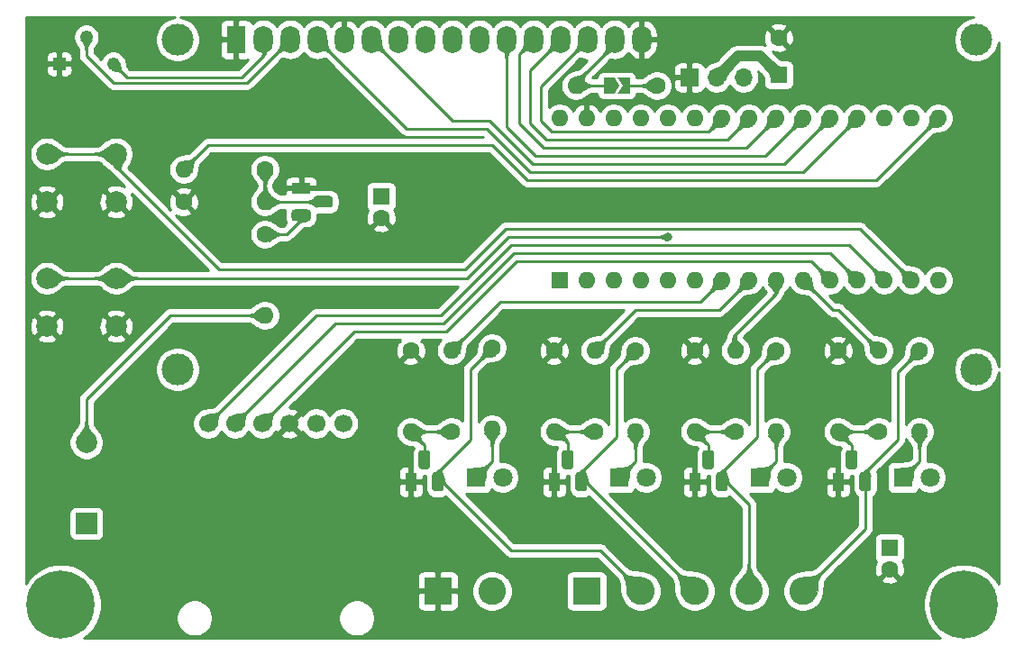
<source format=gbr>
%TF.GenerationSoftware,KiCad,Pcbnew,(5.1.9)-1*%
%TF.CreationDate,2022-04-17T16:33:26-05:00*%
%TF.ProjectId,reflow-oven-nano-shield,7265666c-6f77-42d6-9f76-656e2d6e616e,rev?*%
%TF.SameCoordinates,Original*%
%TF.FileFunction,Copper,L1,Top*%
%TF.FilePolarity,Positive*%
%FSLAX46Y46*%
G04 Gerber Fmt 4.6, Leading zero omitted, Abs format (unit mm)*
G04 Created by KiCad (PCBNEW (5.1.9)-1) date 2022-04-17 16:33:26*
%MOMM*%
%LPD*%
G01*
G04 APERTURE LIST*
%TA.AperFunction,ComponentPad*%
%ADD10R,1.100000X1.800000*%
%TD*%
%TA.AperFunction,ComponentPad*%
%ADD11R,1.800000X1.100000*%
%TD*%
%TA.AperFunction,ComponentPad*%
%ADD12C,1.600000*%
%TD*%
%TA.AperFunction,ComponentPad*%
%ADD13R,1.600000X1.600000*%
%TD*%
%TA.AperFunction,ComponentPad*%
%ADD14C,1.700000*%
%TD*%
%TA.AperFunction,ComponentPad*%
%ADD15C,0.800000*%
%TD*%
%TA.AperFunction,ComponentPad*%
%ADD16C,6.400000*%
%TD*%
%TA.AperFunction,ComponentPad*%
%ADD17C,2.000000*%
%TD*%
%TA.AperFunction,ComponentPad*%
%ADD18R,2.000000X2.000000*%
%TD*%
%TA.AperFunction,ComponentPad*%
%ADD19R,1.222000X1.222000*%
%TD*%
%TA.AperFunction,ComponentPad*%
%ADD20C,1.222000*%
%TD*%
%TA.AperFunction,ComponentPad*%
%ADD21O,1.600000X1.600000*%
%TD*%
%TA.AperFunction,SMDPad,CuDef*%
%ADD22C,0.100000*%
%TD*%
%TA.AperFunction,ComponentPad*%
%ADD23O,1.700000X1.700000*%
%TD*%
%TA.AperFunction,ComponentPad*%
%ADD24R,1.700000X1.700000*%
%TD*%
%TA.AperFunction,ComponentPad*%
%ADD25C,2.600000*%
%TD*%
%TA.AperFunction,ComponentPad*%
%ADD26R,2.600000X2.600000*%
%TD*%
%TA.AperFunction,ComponentPad*%
%ADD27C,3.000000*%
%TD*%
%TA.AperFunction,ComponentPad*%
%ADD28O,1.800000X2.600000*%
%TD*%
%TA.AperFunction,ComponentPad*%
%ADD29R,1.800000X2.600000*%
%TD*%
%TA.AperFunction,ComponentPad*%
%ADD30C,1.800000*%
%TD*%
%TA.AperFunction,ComponentPad*%
%ADD31R,1.800000X1.800000*%
%TD*%
%TA.AperFunction,ViaPad*%
%ADD32C,0.800000*%
%TD*%
%TA.AperFunction,Conductor*%
%ADD33C,0.250000*%
%TD*%
%TA.AperFunction,Conductor*%
%ADD34C,1.000000*%
%TD*%
%TA.AperFunction,Conductor*%
%ADD35C,0.254000*%
%TD*%
%TA.AperFunction,Conductor*%
%ADD36C,0.100000*%
%TD*%
%TA.AperFunction,Conductor*%
%ADD37C,0.025400*%
%TD*%
G04 APERTURE END LIST*
D10*
%TO.P,Q5,1*%
%TO.N,GND*%
X165862000Y-87522000D03*
%TO.P,Q5,3*%
%TO.N,/OUT7*%
%TA.AperFunction,ComponentPad*%
G36*
G01*
X167852000Y-88147000D02*
X167852000Y-86897000D01*
G75*
G02*
X168127000Y-86622000I275000J0D01*
G01*
X168677000Y-86622000D01*
G75*
G02*
X168952000Y-86897000I0J-275000D01*
G01*
X168952000Y-88147000D01*
G75*
G02*
X168677000Y-88422000I-275000J0D01*
G01*
X168127000Y-88422000D01*
G75*
G02*
X167852000Y-88147000I0J275000D01*
G01*
G37*
%TD.AperFunction*%
%TO.P,Q5,2*%
%TO.N,Net-(Q5-Pad2)*%
%TA.AperFunction,ComponentPad*%
G36*
G01*
X166582000Y-86077000D02*
X166582000Y-84827000D01*
G75*
G02*
X166857000Y-84552000I275000J0D01*
G01*
X167407000Y-84552000D01*
G75*
G02*
X167682000Y-84827000I0J-275000D01*
G01*
X167682000Y-86077000D01*
G75*
G02*
X167407000Y-86352000I-275000J0D01*
G01*
X166857000Y-86352000D01*
G75*
G02*
X166582000Y-86077000I0J275000D01*
G01*
G37*
%TD.AperFunction*%
%TD*%
%TO.P,Q4,1*%
%TO.N,GND*%
X152400000Y-87522000D03*
%TO.P,Q4,3*%
%TO.N,/OUT6*%
%TA.AperFunction,ComponentPad*%
G36*
G01*
X154390000Y-88147000D02*
X154390000Y-86897000D01*
G75*
G02*
X154665000Y-86622000I275000J0D01*
G01*
X155215000Y-86622000D01*
G75*
G02*
X155490000Y-86897000I0J-275000D01*
G01*
X155490000Y-88147000D01*
G75*
G02*
X155215000Y-88422000I-275000J0D01*
G01*
X154665000Y-88422000D01*
G75*
G02*
X154390000Y-88147000I0J275000D01*
G01*
G37*
%TD.AperFunction*%
%TO.P,Q4,2*%
%TO.N,Net-(Q4-Pad2)*%
%TA.AperFunction,ComponentPad*%
G36*
G01*
X153120000Y-86077000D02*
X153120000Y-84827000D01*
G75*
G02*
X153395000Y-84552000I275000J0D01*
G01*
X153945000Y-84552000D01*
G75*
G02*
X154220000Y-84827000I0J-275000D01*
G01*
X154220000Y-86077000D01*
G75*
G02*
X153945000Y-86352000I-275000J0D01*
G01*
X153395000Y-86352000D01*
G75*
G02*
X153120000Y-86077000I0J275000D01*
G01*
G37*
%TD.AperFunction*%
%TD*%
D11*
%TO.P,Q3,1*%
%TO.N,GND*%
X115424000Y-59944000D03*
%TO.P,Q3,3*%
%TO.N,Net-(Q3-Pad3)*%
%TA.AperFunction,ComponentPad*%
G36*
G01*
X114799000Y-61934000D02*
X116049000Y-61934000D01*
G75*
G02*
X116324000Y-62209000I0J-275000D01*
G01*
X116324000Y-62759000D01*
G75*
G02*
X116049000Y-63034000I-275000J0D01*
G01*
X114799000Y-63034000D01*
G75*
G02*
X114524000Y-62759000I0J275000D01*
G01*
X114524000Y-62209000D01*
G75*
G02*
X114799000Y-61934000I275000J0D01*
G01*
G37*
%TD.AperFunction*%
%TO.P,Q3,2*%
%TO.N,Net-(Q3-Pad2)*%
%TA.AperFunction,ComponentPad*%
G36*
G01*
X116869000Y-60664000D02*
X118119000Y-60664000D01*
G75*
G02*
X118394000Y-60939000I0J-275000D01*
G01*
X118394000Y-61489000D01*
G75*
G02*
X118119000Y-61764000I-275000J0D01*
G01*
X116869000Y-61764000D01*
G75*
G02*
X116594000Y-61489000I0J275000D01*
G01*
X116594000Y-60939000D01*
G75*
G02*
X116869000Y-60664000I275000J0D01*
G01*
G37*
%TD.AperFunction*%
%TD*%
D10*
%TO.P,Q2,1*%
%TO.N,GND*%
X139192000Y-87522000D03*
%TO.P,Q2,3*%
%TO.N,/OUT5*%
%TA.AperFunction,ComponentPad*%
G36*
G01*
X141182000Y-88147000D02*
X141182000Y-86897000D01*
G75*
G02*
X141457000Y-86622000I275000J0D01*
G01*
X142007000Y-86622000D01*
G75*
G02*
X142282000Y-86897000I0J-275000D01*
G01*
X142282000Y-88147000D01*
G75*
G02*
X142007000Y-88422000I-275000J0D01*
G01*
X141457000Y-88422000D01*
G75*
G02*
X141182000Y-88147000I0J275000D01*
G01*
G37*
%TD.AperFunction*%
%TO.P,Q2,2*%
%TO.N,Net-(Q2-Pad2)*%
%TA.AperFunction,ComponentPad*%
G36*
G01*
X139912000Y-86077000D02*
X139912000Y-84827000D01*
G75*
G02*
X140187000Y-84552000I275000J0D01*
G01*
X140737000Y-84552000D01*
G75*
G02*
X141012000Y-84827000I0J-275000D01*
G01*
X141012000Y-86077000D01*
G75*
G02*
X140737000Y-86352000I-275000J0D01*
G01*
X140187000Y-86352000D01*
G75*
G02*
X139912000Y-86077000I0J275000D01*
G01*
G37*
%TD.AperFunction*%
%TD*%
%TO.P,Q1,1*%
%TO.N,GND*%
X125730000Y-87522000D03*
%TO.P,Q1,3*%
%TO.N,/OUT4*%
%TA.AperFunction,ComponentPad*%
G36*
G01*
X127720000Y-88147000D02*
X127720000Y-86897000D01*
G75*
G02*
X127995000Y-86622000I275000J0D01*
G01*
X128545000Y-86622000D01*
G75*
G02*
X128820000Y-86897000I0J-275000D01*
G01*
X128820000Y-88147000D01*
G75*
G02*
X128545000Y-88422000I-275000J0D01*
G01*
X127995000Y-88422000D01*
G75*
G02*
X127720000Y-88147000I0J275000D01*
G01*
G37*
%TD.AperFunction*%
%TO.P,Q1,2*%
%TO.N,Net-(Q1-Pad2)*%
%TA.AperFunction,ComponentPad*%
G36*
G01*
X126450000Y-86077000D02*
X126450000Y-84827000D01*
G75*
G02*
X126725000Y-84552000I275000J0D01*
G01*
X127275000Y-84552000D01*
G75*
G02*
X127550000Y-84827000I0J-275000D01*
G01*
X127550000Y-86077000D01*
G75*
G02*
X127275000Y-86352000I-275000J0D01*
G01*
X126725000Y-86352000D01*
G75*
G02*
X126450000Y-86077000I0J275000D01*
G01*
G37*
%TD.AperFunction*%
%TD*%
D12*
%TO.P,C1,2*%
%TO.N,GND*%
X160274000Y-45776000D03*
D13*
%TO.P,C1,1*%
%TO.N,+5V*%
X160274000Y-49276000D03*
%TD*%
D14*
%TO.P,A2,CLK*%
%TO.N,/D10_CLK*%
X106680000Y-82042000D03*
%TO.P,A2,CS*%
%TO.N,/D9_CS*%
X109220000Y-82042000D03*
%TO.P,A2,DO*%
%TO.N,/D8_MISO*%
X111760000Y-82042000D03*
%TO.P,A2,GND*%
%TO.N,GND*%
X114300000Y-82042000D03*
%TO.P,A2,3.3V*%
%TO.N,Net-(A2-Pad3.3V)*%
X116840000Y-82042000D03*
%TO.P,A2,VIN*%
%TO.N,+5V*%
X119380000Y-82042000D03*
%TD*%
D12*
%TO.P,C3,2*%
%TO.N,GND*%
X170688000Y-95726000D03*
D13*
%TO.P,C3,1*%
%TO.N,+5V*%
X170688000Y-93726000D03*
%TD*%
D15*
%TO.P,H2,1*%
%TO.N,N/C*%
X179357056Y-97362944D03*
X177660000Y-96660000D03*
X175962944Y-97362944D03*
X175260000Y-99060000D03*
X175962944Y-100757056D03*
X177660000Y-101460000D03*
X179357056Y-100757056D03*
X180060000Y-99060000D03*
D16*
X177660000Y-99060000D03*
%TD*%
D15*
%TO.P,H1,1*%
%TO.N,N/C*%
X94547056Y-97362944D03*
X92850000Y-96660000D03*
X91152944Y-97362944D03*
X90450000Y-99060000D03*
X91152944Y-100757056D03*
X92850000Y-101460000D03*
X94547056Y-100757056D03*
X95250000Y-99060000D03*
D16*
X92850000Y-99060000D03*
%TD*%
D17*
%TO.P,BZ1,2*%
%TO.N,Net-(BZ1-Pad2)*%
X95250000Y-83840000D03*
D18*
%TO.P,BZ1,1*%
%TO.N,+5V*%
X95250000Y-91440000D03*
%TD*%
D17*
%TO.P,SW2,1*%
%TO.N,/D2_BOTTOM_BUTTON*%
X98044000Y-68398000D03*
%TO.P,SW2,2*%
%TO.N,GND*%
X98044000Y-72898000D03*
%TO.P,SW2,1*%
%TO.N,/D2_BOTTOM_BUTTON*%
X91544000Y-68398000D03*
%TO.P,SW2,2*%
%TO.N,GND*%
X91544000Y-72898000D03*
%TD*%
%TO.P,SW1,1*%
%TO.N,/D11_TOP_BUTTON*%
X98041600Y-56714000D03*
%TO.P,SW1,2*%
%TO.N,GND*%
X98041600Y-61214000D03*
%TO.P,SW1,1*%
%TO.N,/D11_TOP_BUTTON*%
X91541600Y-56714000D03*
%TO.P,SW1,2*%
%TO.N,GND*%
X91541600Y-61214000D03*
%TD*%
D19*
%TO.P,RV1,1*%
%TO.N,GND*%
X92710000Y-48260000D03*
D20*
%TO.P,RV1,2*%
%TO.N,Net-(DS1-Pad3)*%
X95250000Y-45720000D03*
%TO.P,RV1,3*%
%TO.N,+5V*%
X97790000Y-48260000D03*
%TD*%
D21*
%TO.P,R16,2*%
%TO.N,Net-(D4-Pad1)*%
X173482000Y-82804000D03*
D12*
%TO.P,R16,1*%
%TO.N,/OUT7*%
X173482000Y-75184000D03*
%TD*%
D21*
%TO.P,R15,2*%
%TO.N,Net-(D3-Pad1)*%
X160020000Y-82804000D03*
D12*
%TO.P,R15,1*%
%TO.N,/OUT6*%
X160020000Y-75184000D03*
%TD*%
D21*
%TO.P,R14,2*%
%TO.N,Net-(Q5-Pad2)*%
X165862000Y-82804000D03*
D12*
%TO.P,R14,1*%
%TO.N,GND*%
X165862000Y-75184000D03*
%TD*%
D21*
%TO.P,R13,2*%
%TO.N,Net-(Q4-Pad2)*%
X152400000Y-82804000D03*
D12*
%TO.P,R13,1*%
%TO.N,GND*%
X152400000Y-75184000D03*
%TD*%
D21*
%TO.P,R12,2*%
%TO.N,/D7_OUT7*%
X169672000Y-75184000D03*
D12*
%TO.P,R12,1*%
%TO.N,Net-(Q5-Pad2)*%
X169672000Y-82804000D03*
%TD*%
D21*
%TO.P,R11,2*%
%TO.N,/D6_OUT6*%
X156210000Y-75184000D03*
D12*
%TO.P,R11,1*%
%TO.N,Net-(Q4-Pad2)*%
X156210000Y-82804000D03*
%TD*%
D21*
%TO.P,R10,2*%
%TO.N,Net-(BZ1-Pad2)*%
X112014000Y-71882000D03*
D12*
%TO.P,R10,1*%
%TO.N,Net-(Q3-Pad3)*%
X112014000Y-64262000D03*
%TD*%
D21*
%TO.P,R9,2*%
%TO.N,Net-(Q3-Pad2)*%
X112014000Y-61214000D03*
D12*
%TO.P,R9,1*%
%TO.N,GND*%
X104394000Y-61214000D03*
%TD*%
D21*
%TO.P,R8,2*%
%TO.N,/D13_BUZZER*%
X104394000Y-58166000D03*
D12*
%TO.P,R8,1*%
%TO.N,Net-(Q3-Pad2)*%
X112014000Y-58166000D03*
%TD*%
D21*
%TO.P,R7,2*%
%TO.N,Net-(D2-Pad1)*%
X146812000Y-82804000D03*
D12*
%TO.P,R7,1*%
%TO.N,/OUT5*%
X146812000Y-75184000D03*
%TD*%
D21*
%TO.P,R6,2*%
%TO.N,Net-(D1-Pad1)*%
X133350000Y-82550000D03*
D12*
%TO.P,R6,1*%
%TO.N,/OUT4*%
X133350000Y-74930000D03*
%TD*%
D21*
%TO.P,R5,2*%
%TO.N,Net-(Q2-Pad2)*%
X139192000Y-82804000D03*
D12*
%TO.P,R5,1*%
%TO.N,GND*%
X139192000Y-75184000D03*
%TD*%
D21*
%TO.P,R4,2*%
%TO.N,Net-(Q1-Pad2)*%
X125730000Y-82804000D03*
D12*
%TO.P,R4,1*%
%TO.N,GND*%
X125730000Y-75184000D03*
%TD*%
D21*
%TO.P,R3,2*%
%TO.N,/D5_OUT5*%
X143002000Y-75184000D03*
D12*
%TO.P,R3,1*%
%TO.N,Net-(Q2-Pad2)*%
X143002000Y-82804000D03*
%TD*%
D21*
%TO.P,R2,2*%
%TO.N,/D4_OUT4*%
X129540000Y-75184000D03*
D12*
%TO.P,R2,1*%
%TO.N,Net-(Q1-Pad2)*%
X129540000Y-82804000D03*
%TD*%
D21*
%TO.P,R1,2*%
%TO.N,Net-(DS1-Pad15)*%
X141224000Y-50292000D03*
D12*
%TO.P,R1,1*%
%TO.N,+5V*%
X148844000Y-50292000D03*
%TD*%
%TA.AperFunction,SMDPad,CuDef*%
D22*
%TO.P,JP1,1*%
%TO.N,Net-(DS1-Pad15)*%
G36*
X145346000Y-50292000D02*
G01*
X144846000Y-51042000D01*
X143846000Y-51042000D01*
X143846000Y-49542000D01*
X144846000Y-49542000D01*
X145346000Y-50292000D01*
G37*
%TD.AperFunction*%
%TA.AperFunction,SMDPad,CuDef*%
%TO.P,JP1,2*%
%TO.N,+5V*%
G36*
X146296000Y-51042000D02*
G01*
X145146000Y-51042000D01*
X145646000Y-50292000D01*
X145146000Y-49542000D01*
X146296000Y-49542000D01*
X146296000Y-51042000D01*
G37*
%TD.AperFunction*%
%TD*%
D23*
%TO.P,J3,3*%
%TO.N,/D3_SERVO*%
X156972000Y-49530000D03*
%TO.P,J3,2*%
%TO.N,+5V*%
X154432000Y-49530000D03*
D24*
%TO.P,J3,1*%
%TO.N,GND*%
X151892000Y-49530000D03*
%TD*%
D25*
%TO.P,J2,5*%
%TO.N,/OUT7*%
X162560000Y-97790000D03*
%TO.P,J2,4*%
%TO.N,/OUT6*%
X157480000Y-97790000D03*
%TO.P,J2,3*%
%TO.N,/OUT5*%
X152400000Y-97790000D03*
%TO.P,J2,2*%
%TO.N,/OUT4*%
X147320000Y-97790000D03*
D26*
%TO.P,J2,1*%
%TO.N,+5V*%
X142240000Y-97790000D03*
%TD*%
D25*
%TO.P,J1,2*%
%TO.N,+5V*%
X133350000Y-97790000D03*
D26*
%TO.P,J1,1*%
%TO.N,GND*%
X128270000Y-97790000D03*
%TD*%
D27*
%TO.P,DS1,*%
%TO.N,*%
X178820000Y-45965000D03*
X178819480Y-76965700D03*
X103820900Y-76965700D03*
X103820900Y-45965000D03*
D28*
%TO.P,DS1,16*%
%TO.N,GND*%
X147420000Y-45965000D03*
%TO.P,DS1,15*%
%TO.N,Net-(DS1-Pad15)*%
X144880000Y-45965000D03*
%TO.P,DS1,14*%
%TO.N,/A5_DATA3*%
X142340000Y-45965000D03*
%TO.P,DS1,13*%
%TO.N,/A4_DATA2*%
X139800000Y-45965000D03*
%TO.P,DS1,12*%
%TO.N,/A3_DATA1*%
X137260000Y-45965000D03*
%TO.P,DS1,11*%
%TO.N,/A2_DATA0*%
X134720000Y-45965000D03*
%TO.P,DS1,10*%
%TO.N,Net-(DS1-Pad10)*%
X132180000Y-45965000D03*
%TO.P,DS1,9*%
%TO.N,Net-(DS1-Pad9)*%
X129640000Y-45965000D03*
%TO.P,DS1,8*%
%TO.N,Net-(DS1-Pad8)*%
X127100000Y-45965000D03*
%TO.P,DS1,7*%
%TO.N,Net-(DS1-Pad7)*%
X124560000Y-45965000D03*
%TO.P,DS1,6*%
%TO.N,/A1_ENABLE*%
X122020000Y-45965000D03*
%TO.P,DS1,5*%
%TO.N,GND*%
X119480000Y-45965000D03*
%TO.P,DS1,4*%
%TO.N,/A0_RS*%
X116940000Y-45965000D03*
%TO.P,DS1,3*%
%TO.N,Net-(DS1-Pad3)*%
X114400000Y-45965000D03*
%TO.P,DS1,2*%
%TO.N,+5V*%
X111860000Y-45965000D03*
D29*
%TO.P,DS1,1*%
%TO.N,GND*%
X109320000Y-45965000D03*
%TD*%
D30*
%TO.P,D4,2*%
%TO.N,+5V*%
X174498000Y-87122000D03*
D31*
%TO.P,D4,1*%
%TO.N,Net-(D4-Pad1)*%
X171958000Y-87122000D03*
%TD*%
D30*
%TO.P,D3,2*%
%TO.N,+5V*%
X161036000Y-87122000D03*
D31*
%TO.P,D3,1*%
%TO.N,Net-(D3-Pad1)*%
X158496000Y-87122000D03*
%TD*%
D30*
%TO.P,D2,2*%
%TO.N,+5V*%
X147828000Y-87122000D03*
D31*
%TO.P,D2,1*%
%TO.N,Net-(D2-Pad1)*%
X145288000Y-87122000D03*
%TD*%
D30*
%TO.P,D1,2*%
%TO.N,+5V*%
X134366000Y-87122000D03*
D31*
%TO.P,D1,1*%
%TO.N,Net-(D1-Pad1)*%
X131826000Y-87122000D03*
%TD*%
D12*
%TO.P,C2,2*%
%TO.N,GND*%
X122936000Y-62706000D03*
D13*
%TO.P,C2,1*%
%TO.N,+5V*%
X122936000Y-60706000D03*
%TD*%
D21*
%TO.P,A1,16*%
%TO.N,/D13_BUZZER*%
X175260000Y-53340000D03*
%TO.P,A1,15*%
%TO.N,Net-(A1-Pad15)*%
X175260000Y-68580000D03*
%TO.P,A1,30*%
%TO.N,Net-(A1-Pad30)*%
X139700000Y-53340000D03*
%TO.P,A1,14*%
%TO.N,/D11_TOP_BUTTON*%
X172720000Y-68580000D03*
%TO.P,A1,29*%
%TO.N,GND*%
X142240000Y-53340000D03*
%TO.P,A1,13*%
%TO.N,/D10_CLK*%
X170180000Y-68580000D03*
%TO.P,A1,28*%
%TO.N,Net-(A1-Pad28)*%
X144780000Y-53340000D03*
%TO.P,A1,12*%
%TO.N,/D9_CS*%
X167640000Y-68580000D03*
%TO.P,A1,27*%
%TO.N,+5V*%
X147320000Y-53340000D03*
%TO.P,A1,11*%
%TO.N,/D8_MISO*%
X165100000Y-68580000D03*
%TO.P,A1,26*%
%TO.N,Net-(A1-Pad26)*%
X149860000Y-53340000D03*
%TO.P,A1,10*%
%TO.N,/D7_OUT7*%
X162560000Y-68580000D03*
%TO.P,A1,25*%
%TO.N,Net-(A1-Pad25)*%
X152400000Y-53340000D03*
%TO.P,A1,9*%
%TO.N,/D6_OUT6*%
X160020000Y-68580000D03*
%TO.P,A1,24*%
%TO.N,/A5_DATA3*%
X154940000Y-53340000D03*
%TO.P,A1,8*%
%TO.N,/D5_OUT5*%
X157480000Y-68580000D03*
%TO.P,A1,23*%
%TO.N,/A4_DATA2*%
X157480000Y-53340000D03*
%TO.P,A1,7*%
%TO.N,/D4_OUT4*%
X154940000Y-68580000D03*
%TO.P,A1,22*%
%TO.N,/A3_DATA1*%
X160020000Y-53340000D03*
%TO.P,A1,6*%
%TO.N,/D3_SERVO*%
X152400000Y-68580000D03*
%TO.P,A1,21*%
%TO.N,/A2_DATA0*%
X162560000Y-53340000D03*
%TO.P,A1,5*%
%TO.N,/D2_BOTTOM_BUTTON*%
X149860000Y-68580000D03*
%TO.P,A1,20*%
%TO.N,/A1_ENABLE*%
X165100000Y-53340000D03*
%TO.P,A1,4*%
%TO.N,GND*%
X147320000Y-68580000D03*
%TO.P,A1,19*%
%TO.N,/A0_RS*%
X167640000Y-53340000D03*
%TO.P,A1,3*%
%TO.N,Net-(A1-Pad3)*%
X144780000Y-68580000D03*
%TO.P,A1,18*%
%TO.N,Net-(A1-Pad18)*%
X170180000Y-53340000D03*
%TO.P,A1,2*%
%TO.N,Net-(A1-Pad2)*%
X142240000Y-68580000D03*
%TO.P,A1,17*%
%TO.N,Net-(A1-Pad17)*%
X172720000Y-53340000D03*
D13*
%TO.P,A1,1*%
%TO.N,Net-(A1-Pad1)*%
X139700000Y-68580000D03*
%TD*%
D32*
%TO.N,/D2_BOTTOM_BUTTON*%
X149860000Y-64516000D03*
%TD*%
D33*
%TO.N,+5V*%
X111860000Y-47515000D02*
X111860000Y-45965000D01*
X109845000Y-49530000D02*
X111860000Y-47515000D01*
X99060000Y-49530000D02*
X109845000Y-49530000D01*
X97790000Y-48260000D02*
X99060000Y-49530000D01*
X148844000Y-50292000D02*
X145796000Y-50292000D01*
D34*
X158496000Y-47498000D02*
X160274000Y-49276000D01*
X156464000Y-47498000D02*
X158496000Y-47498000D01*
X154432000Y-49530000D02*
X156464000Y-47498000D01*
D33*
%TO.N,Net-(BZ1-Pad2)*%
X95250000Y-79756000D02*
X95250000Y-83840000D01*
X103124000Y-71882000D02*
X95250000Y-79756000D01*
X112014000Y-71882000D02*
X103124000Y-71882000D01*
%TO.N,Net-(D1-Pad1)*%
X133350000Y-85598000D02*
X131826000Y-87122000D01*
X133350000Y-82550000D02*
X133350000Y-85598000D01*
%TO.N,Net-(D2-Pad1)*%
X146812000Y-85598000D02*
X145288000Y-87122000D01*
X146812000Y-82804000D02*
X146812000Y-85598000D01*
%TO.N,Net-(D3-Pad1)*%
X160020000Y-85598000D02*
X158496000Y-87122000D01*
X160020000Y-82804000D02*
X160020000Y-85598000D01*
%TO.N,Net-(D4-Pad1)*%
X173482000Y-85598000D02*
X171958000Y-87122000D01*
X173482000Y-82804000D02*
X173482000Y-85598000D01*
%TO.N,Net-(DS1-Pad15)*%
X141224000Y-50292000D02*
X144526000Y-50292000D01*
X144880000Y-46382000D02*
X141224000Y-50038000D01*
X144880000Y-45965000D02*
X144880000Y-46382000D01*
%TO.N,Net-(DS1-Pad3)*%
X110327000Y-50038000D02*
X114400000Y-45965000D01*
X97790000Y-50038000D02*
X110327000Y-50038000D01*
X95250000Y-47498000D02*
X97790000Y-50038000D01*
X95250000Y-45720000D02*
X95250000Y-47498000D01*
%TO.N,/OUT7*%
X168402000Y-91948000D02*
X168402000Y-87122000D01*
X162560000Y-97790000D02*
X168402000Y-91948000D01*
X171450000Y-77216000D02*
X173482000Y-75184000D01*
X171450000Y-83566000D02*
X171450000Y-77216000D01*
X168402000Y-86614000D02*
X171450000Y-83566000D01*
X168402000Y-87122000D02*
X168402000Y-86614000D01*
%TO.N,/OUT6*%
X157480000Y-89662000D02*
X154940000Y-87122000D01*
X157480000Y-97790000D02*
X157480000Y-89662000D01*
X158242000Y-76962000D02*
X160020000Y-75184000D01*
X158242000Y-83312000D02*
X158242000Y-76962000D01*
X154940000Y-86614000D02*
X158242000Y-83312000D01*
X154940000Y-87122000D02*
X154940000Y-86614000D01*
%TO.N,/OUT5*%
X152400000Y-97790000D02*
X141732000Y-87122000D01*
X145034000Y-76962000D02*
X146812000Y-75184000D01*
X145034000Y-83312000D02*
X145034000Y-76962000D01*
X141732000Y-86614000D02*
X145034000Y-83312000D01*
X141732000Y-87122000D02*
X141732000Y-86614000D01*
%TO.N,/OUT4*%
X131318000Y-76962000D02*
X133350000Y-74930000D01*
X128270000Y-86614000D02*
X131318000Y-83566000D01*
X131318000Y-83566000D02*
X131318000Y-76962000D01*
X128270000Y-87122000D02*
X128270000Y-86614000D01*
X135128000Y-93980000D02*
X128270000Y-87122000D01*
X143510000Y-93980000D02*
X135128000Y-93980000D01*
X147320000Y-97790000D02*
X143510000Y-93980000D01*
%TO.N,Net-(Q1-Pad2)*%
X125730000Y-82804000D02*
X129540000Y-82804000D01*
X125730000Y-82804000D02*
X127000000Y-84074000D01*
X127000000Y-84074000D02*
X127000000Y-85852000D01*
%TO.N,Net-(Q2-Pad2)*%
X139192000Y-82804000D02*
X143002000Y-82804000D01*
X139446000Y-82804000D02*
X140462000Y-83820000D01*
X139192000Y-82804000D02*
X139446000Y-82804000D01*
X140462000Y-83820000D02*
X140462000Y-85852000D01*
%TO.N,Net-(Q3-Pad3)*%
X114046000Y-64262000D02*
X115824000Y-62484000D01*
X112014000Y-64262000D02*
X114046000Y-64262000D01*
%TO.N,Net-(Q3-Pad2)*%
X112014000Y-58166000D02*
X112014000Y-61214000D01*
X112014000Y-61214000D02*
X117094000Y-61214000D01*
%TO.N,Net-(Q4-Pad2)*%
X152400000Y-82804000D02*
X153670000Y-84074000D01*
X152400000Y-82804000D02*
X156210000Y-82804000D01*
X153670000Y-84074000D02*
X153670000Y-85852000D01*
%TO.N,Net-(Q5-Pad2)*%
X165862000Y-82804000D02*
X167132000Y-84074000D01*
X165862000Y-82804000D02*
X169672000Y-82804000D01*
X167132000Y-84074000D02*
X167132000Y-85852000D01*
%TO.N,/D13_BUZZER*%
X136652000Y-59182000D02*
X169418000Y-59182000D01*
X169418000Y-59182000D02*
X175260000Y-53340000D01*
X106680000Y-55880000D02*
X133350000Y-55880000D01*
X133350000Y-55880000D02*
X136652000Y-59182000D01*
X104394000Y-58166000D02*
X106680000Y-55880000D01*
%TO.N,/D11_TOP_BUTTON*%
X91541600Y-56714000D02*
X98041600Y-56714000D01*
X98041600Y-57909600D02*
X98041600Y-56714000D01*
X107696000Y-67564000D02*
X98041600Y-57909600D01*
X130810000Y-67564000D02*
X107696000Y-67564000D01*
X134620000Y-63754000D02*
X130810000Y-67564000D01*
X167894000Y-63754000D02*
X134620000Y-63754000D01*
X172720000Y-68580000D02*
X167894000Y-63754000D01*
%TO.N,/D10_CLK*%
X170180000Y-68580000D02*
X170434000Y-68580000D01*
X116840000Y-71882000D02*
X106680000Y-82042000D01*
X135128000Y-65278000D02*
X128524000Y-71882000D01*
X128524000Y-71882000D02*
X116840000Y-71882000D01*
X166878000Y-65278000D02*
X135128000Y-65278000D01*
X170180000Y-68580000D02*
X166878000Y-65278000D01*
%TO.N,/D9_CS*%
X118618000Y-72644000D02*
X109220000Y-82042000D01*
X128778000Y-72644000D02*
X118618000Y-72644000D01*
X135382000Y-66040000D02*
X128778000Y-72644000D01*
X165100000Y-66040000D02*
X135382000Y-66040000D01*
X167640000Y-68580000D02*
X165100000Y-66040000D01*
%TO.N,/D8_MISO*%
X120396000Y-73406000D02*
X111760000Y-82042000D01*
X129032000Y-73406000D02*
X120396000Y-73406000D01*
X135636000Y-66802000D02*
X129032000Y-73406000D01*
X163322000Y-66802000D02*
X135636000Y-66802000D01*
X165100000Y-68580000D02*
X163322000Y-66802000D01*
%TO.N,/D7_OUT7*%
X165862000Y-71374000D02*
X169672000Y-75184000D01*
X165354000Y-71374000D02*
X165862000Y-71374000D01*
X162560000Y-68580000D02*
X165354000Y-71374000D01*
%TO.N,/D6_OUT6*%
X160020000Y-68580000D02*
X160020000Y-69850000D01*
X156210000Y-73660000D02*
X156210000Y-75184000D01*
X160020000Y-69850000D02*
X156210000Y-73660000D01*
%TO.N,/A5_DATA3*%
X137922000Y-50383000D02*
X142340000Y-45965000D01*
X137922000Y-53594000D02*
X137922000Y-50383000D01*
X138938000Y-54610000D02*
X137922000Y-53594000D01*
X153670000Y-54610000D02*
X138938000Y-54610000D01*
X154940000Y-53340000D02*
X153670000Y-54610000D01*
%TO.N,/D5_OUT5*%
X146812000Y-71374000D02*
X143002000Y-75184000D01*
X154686000Y-71374000D02*
X146812000Y-71374000D01*
X157480000Y-68580000D02*
X154686000Y-71374000D01*
%TO.N,/A4_DATA2*%
X136906000Y-48859000D02*
X139800000Y-45965000D01*
X136906000Y-50038000D02*
X136906000Y-48859000D01*
X136906000Y-53848000D02*
X136906000Y-48859000D01*
X138430000Y-55372000D02*
X136906000Y-53848000D01*
X155448000Y-55372000D02*
X138430000Y-55372000D01*
X157480000Y-53340000D02*
X155448000Y-55372000D01*
%TO.N,/D4_OUT4*%
X154940000Y-68580000D02*
X152908000Y-70612000D01*
X134112000Y-70612000D02*
X129540000Y-75184000D01*
X152908000Y-70612000D02*
X134112000Y-70612000D01*
%TO.N,/A3_DATA1*%
X135890000Y-47335000D02*
X137260000Y-45965000D01*
X135890000Y-53848000D02*
X135890000Y-47335000D01*
X138176000Y-56134000D02*
X135890000Y-53848000D01*
X157226000Y-56134000D02*
X138176000Y-56134000D01*
X160020000Y-53340000D02*
X157226000Y-56134000D01*
%TO.N,/A2_DATA0*%
X134720000Y-54202000D02*
X134720000Y-45965000D01*
X137414000Y-56896000D02*
X134720000Y-54202000D01*
X159004000Y-56896000D02*
X137414000Y-56896000D01*
X162560000Y-53340000D02*
X159004000Y-56896000D01*
%TO.N,/D2_BOTTOM_BUTTON*%
X91544000Y-68398000D02*
X98044000Y-68398000D01*
X98044000Y-68398000D02*
X130992000Y-68398000D01*
X130992000Y-68398000D02*
X134874000Y-64516000D01*
X134874000Y-64516000D02*
X149860000Y-64516000D01*
%TO.N,/A1_ENABLE*%
X129649000Y-53594000D02*
X122020000Y-45965000D01*
X133096000Y-53594000D02*
X129649000Y-53594000D01*
X137160000Y-57658000D02*
X133096000Y-53594000D01*
X160782000Y-57658000D02*
X137160000Y-57658000D01*
X165100000Y-53340000D02*
X160782000Y-57658000D01*
%TO.N,/A0_RS*%
X125331000Y-54356000D02*
X116940000Y-45965000D01*
X136906000Y-58420000D02*
X132842000Y-54356000D01*
X162560000Y-58420000D02*
X136906000Y-58420000D01*
X132842000Y-54356000D02*
X125331000Y-54356000D01*
X167640000Y-53340000D02*
X162560000Y-58420000D01*
%TD*%
D35*
%TO.N,GND*%
X103198144Y-43912047D02*
X102809598Y-44072988D01*
X102459917Y-44306637D01*
X102162537Y-44604017D01*
X101928888Y-44953698D01*
X101767947Y-45342244D01*
X101685900Y-45754721D01*
X101685900Y-46175279D01*
X101767947Y-46587756D01*
X101928888Y-46976302D01*
X102162537Y-47325983D01*
X102459917Y-47623363D01*
X102809598Y-47857012D01*
X103198144Y-48017953D01*
X103610621Y-48100000D01*
X104031179Y-48100000D01*
X104443656Y-48017953D01*
X104832202Y-47857012D01*
X105181883Y-47623363D01*
X105479263Y-47325983D01*
X105520010Y-47265000D01*
X107781928Y-47265000D01*
X107794188Y-47389482D01*
X107830498Y-47509180D01*
X107889463Y-47619494D01*
X107968815Y-47716185D01*
X108065506Y-47795537D01*
X108175820Y-47854502D01*
X108295518Y-47890812D01*
X108420000Y-47903072D01*
X109034250Y-47900000D01*
X109193000Y-47741250D01*
X109193000Y-46092000D01*
X107943750Y-46092000D01*
X107785000Y-46250750D01*
X107781928Y-47265000D01*
X105520010Y-47265000D01*
X105712912Y-46976302D01*
X105873853Y-46587756D01*
X105955900Y-46175279D01*
X105955900Y-45754721D01*
X105873853Y-45342244D01*
X105712912Y-44953698D01*
X105520011Y-44665000D01*
X107781928Y-44665000D01*
X107785000Y-45679250D01*
X107943750Y-45838000D01*
X109193000Y-45838000D01*
X109193000Y-44188750D01*
X109034250Y-44030000D01*
X108420000Y-44026928D01*
X108295518Y-44039188D01*
X108175820Y-44075498D01*
X108065506Y-44134463D01*
X107968815Y-44213815D01*
X107889463Y-44310506D01*
X107830498Y-44420820D01*
X107794188Y-44540518D01*
X107781928Y-44665000D01*
X105520011Y-44665000D01*
X105479263Y-44604017D01*
X105181883Y-44306637D01*
X104832202Y-44072988D01*
X104443656Y-43912047D01*
X104081452Y-43840000D01*
X178559448Y-43840000D01*
X178197244Y-43912047D01*
X177808698Y-44072988D01*
X177459017Y-44306637D01*
X177161637Y-44604017D01*
X176927988Y-44953698D01*
X176767047Y-45342244D01*
X176685000Y-45754721D01*
X176685000Y-46175279D01*
X176767047Y-46587756D01*
X176927988Y-46976302D01*
X177161637Y-47325983D01*
X177459017Y-47623363D01*
X177808698Y-47857012D01*
X178197244Y-48017953D01*
X178609721Y-48100000D01*
X179030279Y-48100000D01*
X179442756Y-48017953D01*
X179831302Y-47857012D01*
X180180983Y-47623363D01*
X180478363Y-47325983D01*
X180712012Y-46976302D01*
X180872953Y-46587756D01*
X180950001Y-46200411D01*
X180950000Y-76732901D01*
X180872433Y-76342944D01*
X180711492Y-75954398D01*
X180477843Y-75604717D01*
X180180463Y-75307337D01*
X179830782Y-75073688D01*
X179442236Y-74912747D01*
X179029759Y-74830700D01*
X178609201Y-74830700D01*
X178196724Y-74912747D01*
X177808178Y-75073688D01*
X177458497Y-75307337D01*
X177161117Y-75604717D01*
X176927468Y-75954398D01*
X176766527Y-76342944D01*
X176684480Y-76755421D01*
X176684480Y-77175979D01*
X176766527Y-77588456D01*
X176927468Y-77977002D01*
X177161117Y-78326683D01*
X177458497Y-78624063D01*
X177808178Y-78857712D01*
X178196724Y-79018653D01*
X178609201Y-79100700D01*
X179029759Y-79100700D01*
X179442236Y-79018653D01*
X179830782Y-78857712D01*
X180180463Y-78624063D01*
X180477843Y-78326683D01*
X180711492Y-77977002D01*
X180872433Y-77588456D01*
X180950000Y-77198499D01*
X180950000Y-97081015D01*
X180638839Y-96615330D01*
X180104670Y-96081161D01*
X179476554Y-95661467D01*
X178778628Y-95372377D01*
X178037715Y-95225000D01*
X177282285Y-95225000D01*
X176541372Y-95372377D01*
X175843446Y-95661467D01*
X175215330Y-96081161D01*
X174681161Y-96615330D01*
X174261467Y-97243446D01*
X173972377Y-97941372D01*
X173825000Y-98682285D01*
X173825000Y-99437715D01*
X173972377Y-100178628D01*
X174261467Y-100876554D01*
X174681161Y-101504670D01*
X175215330Y-102038839D01*
X175471490Y-102210000D01*
X95038510Y-102210000D01*
X95294670Y-102038839D01*
X95828839Y-101504670D01*
X96248533Y-100876554D01*
X96537623Y-100178628D01*
X96541503Y-100159117D01*
X103675000Y-100159117D01*
X103675000Y-100500883D01*
X103741675Y-100836081D01*
X103872463Y-101151831D01*
X104062337Y-101435998D01*
X104304002Y-101677663D01*
X104588169Y-101867537D01*
X104903919Y-101998325D01*
X105239117Y-102065000D01*
X105580883Y-102065000D01*
X105916081Y-101998325D01*
X106231831Y-101867537D01*
X106515998Y-101677663D01*
X106757663Y-101435998D01*
X106947537Y-101151831D01*
X107078325Y-100836081D01*
X107145000Y-100500883D01*
X107145000Y-100159117D01*
X118915000Y-100159117D01*
X118915000Y-100500883D01*
X118981675Y-100836081D01*
X119112463Y-101151831D01*
X119302337Y-101435998D01*
X119544002Y-101677663D01*
X119828169Y-101867537D01*
X120143919Y-101998325D01*
X120479117Y-102065000D01*
X120820883Y-102065000D01*
X121156081Y-101998325D01*
X121471831Y-101867537D01*
X121755998Y-101677663D01*
X121997663Y-101435998D01*
X122187537Y-101151831D01*
X122318325Y-100836081D01*
X122385000Y-100500883D01*
X122385000Y-100159117D01*
X122318325Y-99823919D01*
X122187537Y-99508169D01*
X121997663Y-99224002D01*
X121863661Y-99090000D01*
X126331928Y-99090000D01*
X126344188Y-99214482D01*
X126380498Y-99334180D01*
X126439463Y-99444494D01*
X126518815Y-99541185D01*
X126615506Y-99620537D01*
X126725820Y-99679502D01*
X126845518Y-99715812D01*
X126970000Y-99728072D01*
X127984250Y-99725000D01*
X128143000Y-99566250D01*
X128143000Y-97917000D01*
X128397000Y-97917000D01*
X128397000Y-99566250D01*
X128555750Y-99725000D01*
X129570000Y-99728072D01*
X129694482Y-99715812D01*
X129814180Y-99679502D01*
X129924494Y-99620537D01*
X130021185Y-99541185D01*
X130100537Y-99444494D01*
X130159502Y-99334180D01*
X130195812Y-99214482D01*
X130208072Y-99090000D01*
X130205000Y-98075750D01*
X130046250Y-97917000D01*
X128397000Y-97917000D01*
X128143000Y-97917000D01*
X126493750Y-97917000D01*
X126335000Y-98075750D01*
X126331928Y-99090000D01*
X121863661Y-99090000D01*
X121755998Y-98982337D01*
X121471831Y-98792463D01*
X121156081Y-98661675D01*
X120820883Y-98595000D01*
X120479117Y-98595000D01*
X120143919Y-98661675D01*
X119828169Y-98792463D01*
X119544002Y-98982337D01*
X119302337Y-99224002D01*
X119112463Y-99508169D01*
X118981675Y-99823919D01*
X118915000Y-100159117D01*
X107145000Y-100159117D01*
X107078325Y-99823919D01*
X106947537Y-99508169D01*
X106757663Y-99224002D01*
X106515998Y-98982337D01*
X106231831Y-98792463D01*
X105916081Y-98661675D01*
X105580883Y-98595000D01*
X105239117Y-98595000D01*
X104903919Y-98661675D01*
X104588169Y-98792463D01*
X104304002Y-98982337D01*
X104062337Y-99224002D01*
X103872463Y-99508169D01*
X103741675Y-99823919D01*
X103675000Y-100159117D01*
X96541503Y-100159117D01*
X96685000Y-99437715D01*
X96685000Y-98682285D01*
X96537623Y-97941372D01*
X96248533Y-97243446D01*
X95828839Y-96615330D01*
X95703509Y-96490000D01*
X126331928Y-96490000D01*
X126335000Y-97504250D01*
X126493750Y-97663000D01*
X128143000Y-97663000D01*
X128143000Y-96013750D01*
X128397000Y-96013750D01*
X128397000Y-97663000D01*
X130046250Y-97663000D01*
X130109831Y-97599419D01*
X131415000Y-97599419D01*
X131415000Y-97980581D01*
X131489361Y-98354419D01*
X131635225Y-98706566D01*
X131846987Y-99023491D01*
X132116509Y-99293013D01*
X132433434Y-99504775D01*
X132785581Y-99650639D01*
X133159419Y-99725000D01*
X133540581Y-99725000D01*
X133914419Y-99650639D01*
X134266566Y-99504775D01*
X134583491Y-99293013D01*
X134853013Y-99023491D01*
X135064775Y-98706566D01*
X135210639Y-98354419D01*
X135285000Y-97980581D01*
X135285000Y-97599419D01*
X135210639Y-97225581D01*
X135064775Y-96873434D01*
X134853013Y-96556509D01*
X134786504Y-96490000D01*
X140301928Y-96490000D01*
X140301928Y-99090000D01*
X140314188Y-99214482D01*
X140350498Y-99334180D01*
X140409463Y-99444494D01*
X140488815Y-99541185D01*
X140585506Y-99620537D01*
X140695820Y-99679502D01*
X140815518Y-99715812D01*
X140940000Y-99728072D01*
X143540000Y-99728072D01*
X143664482Y-99715812D01*
X143784180Y-99679502D01*
X143894494Y-99620537D01*
X143991185Y-99541185D01*
X144070537Y-99444494D01*
X144129502Y-99334180D01*
X144165812Y-99214482D01*
X144178072Y-99090000D01*
X144178072Y-96490000D01*
X144165812Y-96365518D01*
X144129502Y-96245820D01*
X144070537Y-96135506D01*
X143991185Y-96038815D01*
X143894494Y-95959463D01*
X143784180Y-95900498D01*
X143664482Y-95864188D01*
X143540000Y-95851928D01*
X140940000Y-95851928D01*
X140815518Y-95864188D01*
X140695820Y-95900498D01*
X140585506Y-95959463D01*
X140488815Y-96038815D01*
X140409463Y-96135506D01*
X140350498Y-96245820D01*
X140314188Y-96365518D01*
X140301928Y-96490000D01*
X134786504Y-96490000D01*
X134583491Y-96286987D01*
X134266566Y-96075225D01*
X133914419Y-95929361D01*
X133540581Y-95855000D01*
X133159419Y-95855000D01*
X132785581Y-95929361D01*
X132433434Y-96075225D01*
X132116509Y-96286987D01*
X131846987Y-96556509D01*
X131635225Y-96873434D01*
X131489361Y-97225581D01*
X131415000Y-97599419D01*
X130109831Y-97599419D01*
X130205000Y-97504250D01*
X130208072Y-96490000D01*
X130195812Y-96365518D01*
X130159502Y-96245820D01*
X130100537Y-96135506D01*
X130021185Y-96038815D01*
X129924494Y-95959463D01*
X129814180Y-95900498D01*
X129694482Y-95864188D01*
X129570000Y-95851928D01*
X128555750Y-95855000D01*
X128397000Y-96013750D01*
X128143000Y-96013750D01*
X127984250Y-95855000D01*
X126970000Y-95851928D01*
X126845518Y-95864188D01*
X126725820Y-95900498D01*
X126615506Y-95959463D01*
X126518815Y-96038815D01*
X126439463Y-96135506D01*
X126380498Y-96245820D01*
X126344188Y-96365518D01*
X126331928Y-96490000D01*
X95703509Y-96490000D01*
X95294670Y-96081161D01*
X94666554Y-95661467D01*
X93968628Y-95372377D01*
X93227715Y-95225000D01*
X92472285Y-95225000D01*
X91731372Y-95372377D01*
X91033446Y-95661467D01*
X90405330Y-96081161D01*
X89871161Y-96615330D01*
X89560000Y-97081015D01*
X89560000Y-90440000D01*
X93611928Y-90440000D01*
X93611928Y-92440000D01*
X93624188Y-92564482D01*
X93660498Y-92684180D01*
X93719463Y-92794494D01*
X93798815Y-92891185D01*
X93895506Y-92970537D01*
X94005820Y-93029502D01*
X94125518Y-93065812D01*
X94250000Y-93078072D01*
X96250000Y-93078072D01*
X96374482Y-93065812D01*
X96494180Y-93029502D01*
X96604494Y-92970537D01*
X96701185Y-92891185D01*
X96780537Y-92794494D01*
X96839502Y-92684180D01*
X96875812Y-92564482D01*
X96888072Y-92440000D01*
X96888072Y-90440000D01*
X96875812Y-90315518D01*
X96839502Y-90195820D01*
X96780537Y-90085506D01*
X96701185Y-89988815D01*
X96604494Y-89909463D01*
X96494180Y-89850498D01*
X96374482Y-89814188D01*
X96250000Y-89801928D01*
X94250000Y-89801928D01*
X94125518Y-89814188D01*
X94005820Y-89850498D01*
X93895506Y-89909463D01*
X93798815Y-89988815D01*
X93719463Y-90085506D01*
X93660498Y-90195820D01*
X93624188Y-90315518D01*
X93611928Y-90440000D01*
X89560000Y-90440000D01*
X89560000Y-88422000D01*
X124541928Y-88422000D01*
X124554188Y-88546482D01*
X124590498Y-88666180D01*
X124649463Y-88776494D01*
X124728815Y-88873185D01*
X124825506Y-88952537D01*
X124935820Y-89011502D01*
X125055518Y-89047812D01*
X125180000Y-89060072D01*
X125444250Y-89057000D01*
X125603000Y-88898250D01*
X125603000Y-87649000D01*
X125857000Y-87649000D01*
X125857000Y-88898250D01*
X126015750Y-89057000D01*
X126280000Y-89060072D01*
X126404482Y-89047812D01*
X126524180Y-89011502D01*
X126634494Y-88952537D01*
X126731185Y-88873185D01*
X126810537Y-88776494D01*
X126869502Y-88666180D01*
X126905812Y-88546482D01*
X126918072Y-88422000D01*
X126915000Y-87807750D01*
X126756250Y-87649000D01*
X125857000Y-87649000D01*
X125603000Y-87649000D01*
X124703750Y-87649000D01*
X124545000Y-87807750D01*
X124541928Y-88422000D01*
X89560000Y-88422000D01*
X89560000Y-86622000D01*
X124541928Y-86622000D01*
X124545000Y-87236250D01*
X124703750Y-87395000D01*
X125603000Y-87395000D01*
X125603000Y-86145750D01*
X125444250Y-85987000D01*
X125180000Y-85983928D01*
X125055518Y-85996188D01*
X124935820Y-86032498D01*
X124825506Y-86091463D01*
X124728815Y-86170815D01*
X124649463Y-86267506D01*
X124590498Y-86377820D01*
X124554188Y-86497518D01*
X124541928Y-86622000D01*
X89560000Y-86622000D01*
X89560000Y-83678967D01*
X93615000Y-83678967D01*
X93615000Y-84001033D01*
X93677832Y-84316912D01*
X93801082Y-84614463D01*
X93980013Y-84882252D01*
X94207748Y-85109987D01*
X94475537Y-85288918D01*
X94773088Y-85412168D01*
X95088967Y-85475000D01*
X95411033Y-85475000D01*
X95726912Y-85412168D01*
X96024463Y-85288918D01*
X96292252Y-85109987D01*
X96519987Y-84882252D01*
X96698918Y-84614463D01*
X96822168Y-84316912D01*
X96885000Y-84001033D01*
X96885000Y-83678967D01*
X96822168Y-83363088D01*
X96698918Y-83065537D01*
X96641347Y-82979376D01*
X96603716Y-82910700D01*
X96571580Y-82858252D01*
X96465412Y-82702457D01*
X96437068Y-82664050D01*
X96331160Y-82531290D01*
X96316411Y-82513476D01*
X96217391Y-82398223D01*
X96140433Y-82305632D01*
X96092158Y-82237739D01*
X96062234Y-82181787D01*
X96038901Y-82115012D01*
X96019526Y-82010585D01*
X96010000Y-81832977D01*
X96010000Y-80070801D01*
X99325380Y-76755421D01*
X101685900Y-76755421D01*
X101685900Y-77175979D01*
X101767947Y-77588456D01*
X101928888Y-77977002D01*
X102162537Y-78326683D01*
X102459917Y-78624063D01*
X102809598Y-78857712D01*
X103198144Y-79018653D01*
X103610621Y-79100700D01*
X104031179Y-79100700D01*
X104443656Y-79018653D01*
X104832202Y-78857712D01*
X105181883Y-78624063D01*
X105479263Y-78326683D01*
X105712912Y-77977002D01*
X105873853Y-77588456D01*
X105955900Y-77175979D01*
X105955900Y-76755421D01*
X105873853Y-76342944D01*
X105712912Y-75954398D01*
X105479263Y-75604717D01*
X105181883Y-75307337D01*
X104832202Y-75073688D01*
X104443656Y-74912747D01*
X104031179Y-74830700D01*
X103610621Y-74830700D01*
X103198144Y-74912747D01*
X102809598Y-75073688D01*
X102459917Y-75307337D01*
X102162537Y-75604717D01*
X101928888Y-75954398D01*
X101767947Y-76342944D01*
X101685900Y-76755421D01*
X99325380Y-76755421D01*
X103438802Y-72642000D01*
X110407875Y-72642000D01*
X110539994Y-72648716D01*
X110609825Y-72660970D01*
X110648707Y-72673795D01*
X110679957Y-72689552D01*
X110724179Y-72719216D01*
X110792911Y-72773326D01*
X110883772Y-72847846D01*
X110899085Y-72860016D01*
X111005224Y-72941730D01*
X111040511Y-72967023D01*
X111164348Y-73049530D01*
X111213149Y-73078971D01*
X111263113Y-73106133D01*
X111334273Y-73153680D01*
X111595426Y-73261853D01*
X111872665Y-73317000D01*
X112155335Y-73317000D01*
X112432574Y-73261853D01*
X112693727Y-73153680D01*
X112928759Y-72996637D01*
X113128637Y-72796759D01*
X113285680Y-72561727D01*
X113393853Y-72300574D01*
X113449000Y-72023335D01*
X113449000Y-71740665D01*
X113393853Y-71463426D01*
X113285680Y-71202273D01*
X113128637Y-70967241D01*
X112928759Y-70767363D01*
X112693727Y-70610320D01*
X112432574Y-70502147D01*
X112155335Y-70447000D01*
X111872665Y-70447000D01*
X111595426Y-70502147D01*
X111334273Y-70610320D01*
X111263114Y-70657867D01*
X111213152Y-70685027D01*
X111164348Y-70714469D01*
X111040511Y-70796976D01*
X111005224Y-70822269D01*
X110899085Y-70903983D01*
X110883772Y-70916153D01*
X110792911Y-70990673D01*
X110724179Y-71044783D01*
X110679957Y-71074447D01*
X110648707Y-71090204D01*
X110609825Y-71103029D01*
X110539994Y-71115283D01*
X110407869Y-71122000D01*
X103161333Y-71122000D01*
X103124000Y-71118323D01*
X103086667Y-71122000D01*
X102975014Y-71132997D01*
X102831753Y-71176454D01*
X102699724Y-71247026D01*
X102583999Y-71341999D01*
X102560201Y-71370997D01*
X94739003Y-79192196D01*
X94709999Y-79215999D01*
X94654871Y-79283174D01*
X94615026Y-79331724D01*
X94544455Y-79463753D01*
X94544454Y-79463754D01*
X94500997Y-79607015D01*
X94490000Y-79718668D01*
X94490000Y-79718678D01*
X94486324Y-79756000D01*
X94490000Y-79793323D01*
X94490001Y-81832966D01*
X94480474Y-82010585D01*
X94461098Y-82115012D01*
X94437765Y-82181787D01*
X94407841Y-82237739D01*
X94359566Y-82305632D01*
X94282608Y-82398223D01*
X94183588Y-82513476D01*
X94168839Y-82531290D01*
X94062931Y-82664050D01*
X94034587Y-82702457D01*
X93928419Y-82858252D01*
X93896281Y-82910703D01*
X93858648Y-82979384D01*
X93801082Y-83065537D01*
X93677832Y-83363088D01*
X93615000Y-83678967D01*
X89560000Y-83678967D01*
X89560000Y-74033413D01*
X90588192Y-74033413D01*
X90683956Y-74297814D01*
X90973571Y-74438704D01*
X91285108Y-74520384D01*
X91606595Y-74539718D01*
X91925675Y-74495961D01*
X92230088Y-74390795D01*
X92404044Y-74297814D01*
X92499808Y-74033413D01*
X97088192Y-74033413D01*
X97183956Y-74297814D01*
X97473571Y-74438704D01*
X97785108Y-74520384D01*
X98106595Y-74539718D01*
X98425675Y-74495961D01*
X98730088Y-74390795D01*
X98904044Y-74297814D01*
X98999808Y-74033413D01*
X98044000Y-73077605D01*
X97088192Y-74033413D01*
X92499808Y-74033413D01*
X91544000Y-73077605D01*
X90588192Y-74033413D01*
X89560000Y-74033413D01*
X89560000Y-72960595D01*
X89902282Y-72960595D01*
X89946039Y-73279675D01*
X90051205Y-73584088D01*
X90144186Y-73758044D01*
X90408587Y-73853808D01*
X91364395Y-72898000D01*
X91723605Y-72898000D01*
X92679413Y-73853808D01*
X92943814Y-73758044D01*
X93084704Y-73468429D01*
X93166384Y-73156892D01*
X93178189Y-72960595D01*
X96402282Y-72960595D01*
X96446039Y-73279675D01*
X96551205Y-73584088D01*
X96644186Y-73758044D01*
X96908587Y-73853808D01*
X97864395Y-72898000D01*
X98223605Y-72898000D01*
X99179413Y-73853808D01*
X99443814Y-73758044D01*
X99584704Y-73468429D01*
X99666384Y-73156892D01*
X99685718Y-72835405D01*
X99641961Y-72516325D01*
X99536795Y-72211912D01*
X99443814Y-72037956D01*
X99179413Y-71942192D01*
X98223605Y-72898000D01*
X97864395Y-72898000D01*
X96908587Y-71942192D01*
X96644186Y-72037956D01*
X96503296Y-72327571D01*
X96421616Y-72639108D01*
X96402282Y-72960595D01*
X93178189Y-72960595D01*
X93185718Y-72835405D01*
X93141961Y-72516325D01*
X93036795Y-72211912D01*
X92943814Y-72037956D01*
X92679413Y-71942192D01*
X91723605Y-72898000D01*
X91364395Y-72898000D01*
X90408587Y-71942192D01*
X90144186Y-72037956D01*
X90003296Y-72327571D01*
X89921616Y-72639108D01*
X89902282Y-72960595D01*
X89560000Y-72960595D01*
X89560000Y-71762587D01*
X90588192Y-71762587D01*
X91544000Y-72718395D01*
X92499808Y-71762587D01*
X97088192Y-71762587D01*
X98044000Y-72718395D01*
X98999808Y-71762587D01*
X98904044Y-71498186D01*
X98614429Y-71357296D01*
X98302892Y-71275616D01*
X97981405Y-71256282D01*
X97662325Y-71300039D01*
X97357912Y-71405205D01*
X97183956Y-71498186D01*
X97088192Y-71762587D01*
X92499808Y-71762587D01*
X92404044Y-71498186D01*
X92114429Y-71357296D01*
X91802892Y-71275616D01*
X91481405Y-71256282D01*
X91162325Y-71300039D01*
X90857912Y-71405205D01*
X90683956Y-71498186D01*
X90588192Y-71762587D01*
X89560000Y-71762587D01*
X89560000Y-62349413D01*
X90585792Y-62349413D01*
X90681556Y-62613814D01*
X90971171Y-62754704D01*
X91282708Y-62836384D01*
X91604195Y-62855718D01*
X91923275Y-62811961D01*
X92227688Y-62706795D01*
X92401644Y-62613814D01*
X92497408Y-62349413D01*
X97085792Y-62349413D01*
X97181556Y-62613814D01*
X97471171Y-62754704D01*
X97782708Y-62836384D01*
X98104195Y-62855718D01*
X98423275Y-62811961D01*
X98727688Y-62706795D01*
X98901644Y-62613814D01*
X98997408Y-62349413D01*
X98041600Y-61393605D01*
X97085792Y-62349413D01*
X92497408Y-62349413D01*
X91541600Y-61393605D01*
X90585792Y-62349413D01*
X89560000Y-62349413D01*
X89560000Y-61276595D01*
X89899882Y-61276595D01*
X89943639Y-61595675D01*
X90048805Y-61900088D01*
X90141786Y-62074044D01*
X90406187Y-62169808D01*
X91361995Y-61214000D01*
X91721205Y-61214000D01*
X92677013Y-62169808D01*
X92941414Y-62074044D01*
X93082304Y-61784429D01*
X93163984Y-61472892D01*
X93175789Y-61276595D01*
X96399882Y-61276595D01*
X96443639Y-61595675D01*
X96548805Y-61900088D01*
X96641786Y-62074044D01*
X96906187Y-62169808D01*
X97861995Y-61214000D01*
X96906187Y-60258192D01*
X96641786Y-60353956D01*
X96500896Y-60643571D01*
X96419216Y-60955108D01*
X96399882Y-61276595D01*
X93175789Y-61276595D01*
X93183318Y-61151405D01*
X93139561Y-60832325D01*
X93034395Y-60527912D01*
X92941414Y-60353956D01*
X92677013Y-60258192D01*
X91721205Y-61214000D01*
X91361995Y-61214000D01*
X90406187Y-60258192D01*
X90141786Y-60353956D01*
X90000896Y-60643571D01*
X89919216Y-60955108D01*
X89899882Y-61276595D01*
X89560000Y-61276595D01*
X89560000Y-60078587D01*
X90585792Y-60078587D01*
X91541600Y-61034395D01*
X92497408Y-60078587D01*
X92401644Y-59814186D01*
X92112029Y-59673296D01*
X91800492Y-59591616D01*
X91479005Y-59572282D01*
X91159925Y-59616039D01*
X90855512Y-59721205D01*
X90681556Y-59814186D01*
X90585792Y-60078587D01*
X89560000Y-60078587D01*
X89560000Y-56552967D01*
X89906600Y-56552967D01*
X89906600Y-56875033D01*
X89969432Y-57190912D01*
X90092682Y-57488463D01*
X90271613Y-57756252D01*
X90499348Y-57983987D01*
X90767137Y-58162918D01*
X91064688Y-58286168D01*
X91380567Y-58349000D01*
X91702633Y-58349000D01*
X92018512Y-58286168D01*
X92316063Y-58162918D01*
X92402222Y-58105348D01*
X92470900Y-58067716D01*
X92523347Y-58035580D01*
X92679142Y-57929412D01*
X92717549Y-57901068D01*
X92850309Y-57795160D01*
X92868123Y-57780411D01*
X92983376Y-57681391D01*
X93075967Y-57604433D01*
X93143860Y-57556158D01*
X93199812Y-57526234D01*
X93266587Y-57502901D01*
X93371014Y-57483526D01*
X93548623Y-57474000D01*
X96034577Y-57474000D01*
X96212185Y-57483526D01*
X96316612Y-57502901D01*
X96383387Y-57526234D01*
X96439339Y-57556158D01*
X96507232Y-57604433D01*
X96599823Y-57681391D01*
X96715076Y-57780411D01*
X96732890Y-57795160D01*
X96865650Y-57901068D01*
X96904057Y-57929412D01*
X97035923Y-58019273D01*
X97157320Y-58137529D01*
X97161440Y-58141507D01*
X97269639Y-58245021D01*
X97273057Y-58248267D01*
X97372153Y-58341673D01*
X97373971Y-58343380D01*
X97469184Y-58432422D01*
X97565647Y-58522763D01*
X97667762Y-58619350D01*
X97782282Y-58729330D01*
X97915462Y-58859416D01*
X98073934Y-59016735D01*
X98842720Y-59785521D01*
X98612029Y-59673296D01*
X98300492Y-59591616D01*
X97979005Y-59572282D01*
X97659925Y-59616039D01*
X97355512Y-59721205D01*
X97181556Y-59814186D01*
X97085792Y-60078587D01*
X98041600Y-61034395D01*
X98055743Y-61020253D01*
X98235348Y-61199858D01*
X98221205Y-61214000D01*
X99177013Y-62169808D01*
X99441414Y-62074044D01*
X99582304Y-61784429D01*
X99663984Y-61472892D01*
X99683318Y-61151405D01*
X99639561Y-60832325D01*
X99534395Y-60527912D01*
X99476160Y-60418961D01*
X106695197Y-67638000D01*
X100051025Y-67638000D01*
X99873414Y-67628474D01*
X99768987Y-67609098D01*
X99702212Y-67585765D01*
X99646260Y-67555841D01*
X99578367Y-67507566D01*
X99485776Y-67430608D01*
X99370523Y-67331588D01*
X99352709Y-67316839D01*
X99219949Y-67210931D01*
X99181542Y-67182587D01*
X99025747Y-67076419D01*
X98973298Y-67044282D01*
X98904618Y-67006649D01*
X98818463Y-66949082D01*
X98520912Y-66825832D01*
X98205033Y-66763000D01*
X97882967Y-66763000D01*
X97567088Y-66825832D01*
X97269537Y-66949082D01*
X97183384Y-67006648D01*
X97114703Y-67044281D01*
X97062252Y-67076419D01*
X96906457Y-67182587D01*
X96868050Y-67210931D01*
X96735290Y-67316839D01*
X96717476Y-67331588D01*
X96602223Y-67430608D01*
X96509632Y-67507566D01*
X96441739Y-67555841D01*
X96385787Y-67585765D01*
X96319012Y-67609098D01*
X96214585Y-67628474D01*
X96036975Y-67638000D01*
X93551025Y-67638000D01*
X93373414Y-67628474D01*
X93268987Y-67609098D01*
X93202212Y-67585765D01*
X93146260Y-67555841D01*
X93078367Y-67507566D01*
X92985776Y-67430608D01*
X92870523Y-67331588D01*
X92852709Y-67316839D01*
X92719949Y-67210931D01*
X92681542Y-67182587D01*
X92525747Y-67076419D01*
X92473298Y-67044282D01*
X92404618Y-67006649D01*
X92318463Y-66949082D01*
X92020912Y-66825832D01*
X91705033Y-66763000D01*
X91382967Y-66763000D01*
X91067088Y-66825832D01*
X90769537Y-66949082D01*
X90501748Y-67128013D01*
X90274013Y-67355748D01*
X90095082Y-67623537D01*
X89971832Y-67921088D01*
X89909000Y-68236967D01*
X89909000Y-68559033D01*
X89971832Y-68874912D01*
X90095082Y-69172463D01*
X90274013Y-69440252D01*
X90501748Y-69667987D01*
X90769537Y-69846918D01*
X91067088Y-69970168D01*
X91382967Y-70033000D01*
X91705033Y-70033000D01*
X92020912Y-69970168D01*
X92318463Y-69846918D01*
X92404622Y-69789348D01*
X92473300Y-69751716D01*
X92525747Y-69719580D01*
X92681542Y-69613412D01*
X92719949Y-69585068D01*
X92852709Y-69479160D01*
X92870523Y-69464411D01*
X92985776Y-69365391D01*
X93078367Y-69288433D01*
X93146260Y-69240158D01*
X93202212Y-69210234D01*
X93268987Y-69186901D01*
X93373414Y-69167526D01*
X93551023Y-69158000D01*
X96036977Y-69158000D01*
X96214585Y-69167526D01*
X96319012Y-69186901D01*
X96385787Y-69210234D01*
X96441739Y-69240158D01*
X96509632Y-69288433D01*
X96602223Y-69365391D01*
X96717476Y-69464411D01*
X96735290Y-69479160D01*
X96868050Y-69585068D01*
X96906457Y-69613412D01*
X97062252Y-69719580D01*
X97114700Y-69751716D01*
X97183376Y-69789347D01*
X97269537Y-69846918D01*
X97567088Y-69970168D01*
X97882967Y-70033000D01*
X98205033Y-70033000D01*
X98520912Y-69970168D01*
X98818463Y-69846918D01*
X98904622Y-69789348D01*
X98973300Y-69751716D01*
X99025747Y-69719580D01*
X99181542Y-69613412D01*
X99219949Y-69585068D01*
X99352709Y-69479160D01*
X99370523Y-69464411D01*
X99485776Y-69365391D01*
X99578367Y-69288433D01*
X99646260Y-69240158D01*
X99702212Y-69210234D01*
X99768987Y-69186901D01*
X99873414Y-69167526D01*
X100051023Y-69158000D01*
X130173199Y-69158000D01*
X128209199Y-71122000D01*
X116877325Y-71122000D01*
X116840000Y-71118324D01*
X116802675Y-71122000D01*
X116802667Y-71122000D01*
X116691014Y-71132997D01*
X116547753Y-71176454D01*
X116415724Y-71247026D01*
X116299999Y-71341999D01*
X116276201Y-71370997D01*
X107349212Y-80297987D01*
X107242600Y-80394123D01*
X107177378Y-80439592D01*
X107134240Y-80461052D01*
X107094304Y-80473899D01*
X107034656Y-80485152D01*
X106939446Y-80495726D01*
X106813836Y-80507277D01*
X106793336Y-80509498D01*
X106651519Y-80527199D01*
X106607388Y-80534293D01*
X106451648Y-80564985D01*
X106394989Y-80578882D01*
X106335227Y-80596487D01*
X106246842Y-80614068D01*
X105976589Y-80726010D01*
X105733368Y-80888525D01*
X105526525Y-81095368D01*
X105364010Y-81338589D01*
X105252068Y-81608842D01*
X105195000Y-81895740D01*
X105195000Y-82188260D01*
X105252068Y-82475158D01*
X105364010Y-82745411D01*
X105526525Y-82988632D01*
X105733368Y-83195475D01*
X105976589Y-83357990D01*
X106246842Y-83469932D01*
X106533740Y-83527000D01*
X106826260Y-83527000D01*
X107113158Y-83469932D01*
X107383411Y-83357990D01*
X107626632Y-83195475D01*
X107833475Y-82988632D01*
X107950000Y-82814240D01*
X108066525Y-82988632D01*
X108273368Y-83195475D01*
X108516589Y-83357990D01*
X108786842Y-83469932D01*
X109073740Y-83527000D01*
X109366260Y-83527000D01*
X109653158Y-83469932D01*
X109923411Y-83357990D01*
X110166632Y-83195475D01*
X110373475Y-82988632D01*
X110490000Y-82814240D01*
X110606525Y-82988632D01*
X110813368Y-83195475D01*
X111056589Y-83357990D01*
X111326842Y-83469932D01*
X111613740Y-83527000D01*
X111906260Y-83527000D01*
X112193158Y-83469932D01*
X112463411Y-83357990D01*
X112706632Y-83195475D01*
X112831710Y-83070397D01*
X113451208Y-83070397D01*
X113528843Y-83319472D01*
X113792883Y-83445371D01*
X114076411Y-83517339D01*
X114368531Y-83532611D01*
X114658019Y-83490599D01*
X114933747Y-83392919D01*
X115071157Y-83319472D01*
X115148792Y-83070397D01*
X114300000Y-82221605D01*
X113451208Y-83070397D01*
X112831710Y-83070397D01*
X112913475Y-82988632D01*
X113029311Y-82815271D01*
X113271603Y-82890792D01*
X114120395Y-82042000D01*
X114479605Y-82042000D01*
X115328397Y-82890792D01*
X115570689Y-82815271D01*
X115686525Y-82988632D01*
X115893368Y-83195475D01*
X116136589Y-83357990D01*
X116406842Y-83469932D01*
X116693740Y-83527000D01*
X116986260Y-83527000D01*
X117273158Y-83469932D01*
X117543411Y-83357990D01*
X117786632Y-83195475D01*
X117993475Y-82988632D01*
X118110000Y-82814240D01*
X118226525Y-82988632D01*
X118433368Y-83195475D01*
X118676589Y-83357990D01*
X118946842Y-83469932D01*
X119233740Y-83527000D01*
X119526260Y-83527000D01*
X119813158Y-83469932D01*
X120083411Y-83357990D01*
X120326632Y-83195475D01*
X120533475Y-82988632D01*
X120695990Y-82745411D01*
X120730264Y-82662665D01*
X124295000Y-82662665D01*
X124295000Y-82945335D01*
X124350147Y-83222574D01*
X124458320Y-83483727D01*
X124615363Y-83718759D01*
X124815241Y-83918637D01*
X125050273Y-84075680D01*
X125311426Y-84183853D01*
X125395367Y-84200550D01*
X125449900Y-84216673D01*
X125505228Y-84230364D01*
X125651135Y-84259588D01*
X125693970Y-84266654D01*
X125826802Y-84283925D01*
X125846233Y-84286147D01*
X125963131Y-84297698D01*
X125982038Y-84299948D01*
X125965808Y-84319724D01*
X125881431Y-84477582D01*
X125829472Y-84648868D01*
X125811928Y-84827000D01*
X125811928Y-86077000D01*
X125829472Y-86255132D01*
X125857000Y-86345880D01*
X125857000Y-87395000D01*
X126756250Y-87395000D01*
X126915000Y-87236250D01*
X126916231Y-86990072D01*
X127081928Y-86990072D01*
X127081928Y-88147000D01*
X127099472Y-88325132D01*
X127151431Y-88496418D01*
X127235808Y-88654276D01*
X127349361Y-88792639D01*
X127487724Y-88906192D01*
X127645582Y-88990569D01*
X127816868Y-89042528D01*
X127995000Y-89060072D01*
X128545000Y-89060072D01*
X128723132Y-89042528D01*
X128894418Y-88990569D01*
X129004779Y-88931580D01*
X134564200Y-94491002D01*
X134587999Y-94520001D01*
X134616997Y-94543799D01*
X134703724Y-94614974D01*
X134835753Y-94685546D01*
X134979014Y-94729003D01*
X135128000Y-94743677D01*
X135165333Y-94740000D01*
X143195199Y-94740000D01*
X144938585Y-96483387D01*
X145103898Y-96668376D01*
X145194431Y-96802697D01*
X145244059Y-96910001D01*
X145273138Y-97014120D01*
X145291486Y-97141849D01*
X145302991Y-97310636D01*
X145314146Y-97513220D01*
X145316138Y-97539472D01*
X145337684Y-97762119D01*
X145344740Y-97813251D01*
X145388620Y-98057466D01*
X145403537Y-98121337D01*
X145433943Y-98226632D01*
X145459361Y-98354419D01*
X145605225Y-98706566D01*
X145816987Y-99023491D01*
X146086509Y-99293013D01*
X146403434Y-99504775D01*
X146755581Y-99650639D01*
X147129419Y-99725000D01*
X147510581Y-99725000D01*
X147884419Y-99650639D01*
X148236566Y-99504775D01*
X148553491Y-99293013D01*
X148823013Y-99023491D01*
X149034775Y-98706566D01*
X149180639Y-98354419D01*
X149255000Y-97980581D01*
X149255000Y-97599419D01*
X149180639Y-97225581D01*
X149034775Y-96873434D01*
X148823013Y-96556509D01*
X148553491Y-96286987D01*
X148236566Y-96075225D01*
X147884419Y-95929361D01*
X147756632Y-95903943D01*
X147651337Y-95873537D01*
X147587466Y-95858620D01*
X147343251Y-95814740D01*
X147292119Y-95807684D01*
X147069472Y-95786138D01*
X147043220Y-95784146D01*
X146840636Y-95772991D01*
X146671849Y-95761486D01*
X146544120Y-95743138D01*
X146440001Y-95714059D01*
X146332697Y-95664431D01*
X146198376Y-95573898D01*
X146013387Y-95408585D01*
X144073804Y-93469003D01*
X144050001Y-93439999D01*
X143934276Y-93345026D01*
X143802247Y-93274454D01*
X143658986Y-93230997D01*
X143547333Y-93220000D01*
X143547322Y-93220000D01*
X143510000Y-93216324D01*
X143472678Y-93220000D01*
X135442802Y-93220000D01*
X130878162Y-88655361D01*
X130926000Y-88660072D01*
X132726000Y-88660072D01*
X132850482Y-88647812D01*
X132970180Y-88611502D01*
X133080494Y-88552537D01*
X133177185Y-88473185D01*
X133256537Y-88376494D01*
X133315502Y-88266180D01*
X133321056Y-88247873D01*
X133387495Y-88314312D01*
X133638905Y-88482299D01*
X133918257Y-88598011D01*
X134214816Y-88657000D01*
X134517184Y-88657000D01*
X134813743Y-88598011D01*
X135093095Y-88482299D01*
X135183338Y-88422000D01*
X138003928Y-88422000D01*
X138016188Y-88546482D01*
X138052498Y-88666180D01*
X138111463Y-88776494D01*
X138190815Y-88873185D01*
X138287506Y-88952537D01*
X138397820Y-89011502D01*
X138517518Y-89047812D01*
X138642000Y-89060072D01*
X138906250Y-89057000D01*
X139065000Y-88898250D01*
X139065000Y-87649000D01*
X139319000Y-87649000D01*
X139319000Y-88898250D01*
X139477750Y-89057000D01*
X139742000Y-89060072D01*
X139866482Y-89047812D01*
X139986180Y-89011502D01*
X140096494Y-88952537D01*
X140193185Y-88873185D01*
X140272537Y-88776494D01*
X140331502Y-88666180D01*
X140367812Y-88546482D01*
X140380072Y-88422000D01*
X140377000Y-87807750D01*
X140218250Y-87649000D01*
X139319000Y-87649000D01*
X139065000Y-87649000D01*
X138165750Y-87649000D01*
X138007000Y-87807750D01*
X138003928Y-88422000D01*
X135183338Y-88422000D01*
X135344505Y-88314312D01*
X135558312Y-88100505D01*
X135726299Y-87849095D01*
X135842011Y-87569743D01*
X135901000Y-87273184D01*
X135901000Y-86970816D01*
X135842011Y-86674257D01*
X135820366Y-86622000D01*
X138003928Y-86622000D01*
X138007000Y-87236250D01*
X138165750Y-87395000D01*
X139065000Y-87395000D01*
X139065000Y-86145750D01*
X138906250Y-85987000D01*
X138642000Y-85983928D01*
X138517518Y-85996188D01*
X138397820Y-86032498D01*
X138287506Y-86091463D01*
X138190815Y-86170815D01*
X138111463Y-86267506D01*
X138052498Y-86377820D01*
X138016188Y-86497518D01*
X138003928Y-86622000D01*
X135820366Y-86622000D01*
X135726299Y-86394905D01*
X135558312Y-86143495D01*
X135344505Y-85929688D01*
X135093095Y-85761701D01*
X134813743Y-85645989D01*
X134517184Y-85587000D01*
X134214816Y-85587000D01*
X134112760Y-85607300D01*
X134113676Y-85598001D01*
X134110000Y-85560678D01*
X134110000Y-84156125D01*
X134116716Y-84024005D01*
X134128970Y-83954174D01*
X134141795Y-83915292D01*
X134157552Y-83884042D01*
X134187216Y-83839820D01*
X134241326Y-83771088D01*
X134315846Y-83680227D01*
X134328016Y-83664914D01*
X134409730Y-83558775D01*
X134435023Y-83523488D01*
X134517530Y-83399651D01*
X134546970Y-83350852D01*
X134574131Y-83300889D01*
X134621680Y-83229727D01*
X134729853Y-82968574D01*
X134785000Y-82691335D01*
X134785000Y-82662665D01*
X137757000Y-82662665D01*
X137757000Y-82945335D01*
X137812147Y-83222574D01*
X137920320Y-83483727D01*
X138077363Y-83718759D01*
X138277241Y-83918637D01*
X138512273Y-84075680D01*
X138773426Y-84183853D01*
X139050665Y-84239000D01*
X139155273Y-84239000D01*
X139222139Y-84243421D01*
X139268665Y-84244787D01*
X139410654Y-84243751D01*
X139439117Y-84242905D01*
X139493168Y-84240084D01*
X139427808Y-84319724D01*
X139343431Y-84477582D01*
X139291472Y-84648868D01*
X139273928Y-84827000D01*
X139273928Y-86077000D01*
X139291472Y-86255132D01*
X139319000Y-86345880D01*
X139319000Y-87395000D01*
X140218250Y-87395000D01*
X140377000Y-87236250D01*
X140378231Y-86990072D01*
X140543928Y-86990072D01*
X140543928Y-88147000D01*
X140561472Y-88325132D01*
X140613431Y-88496418D01*
X140697808Y-88654276D01*
X140811361Y-88792639D01*
X140949724Y-88906192D01*
X141107582Y-88990569D01*
X141278868Y-89042528D01*
X141457000Y-89060072D01*
X142007000Y-89060072D01*
X142185132Y-89042528D01*
X142356418Y-88990569D01*
X142466779Y-88931580D01*
X150018588Y-96483390D01*
X150183898Y-96668376D01*
X150274431Y-96802697D01*
X150324059Y-96910001D01*
X150353138Y-97014120D01*
X150371486Y-97141849D01*
X150382991Y-97310636D01*
X150394146Y-97513220D01*
X150396138Y-97539472D01*
X150417684Y-97762119D01*
X150424740Y-97813251D01*
X150468620Y-98057466D01*
X150483537Y-98121337D01*
X150513943Y-98226632D01*
X150539361Y-98354419D01*
X150685225Y-98706566D01*
X150896987Y-99023491D01*
X151166509Y-99293013D01*
X151483434Y-99504775D01*
X151835581Y-99650639D01*
X152209419Y-99725000D01*
X152590581Y-99725000D01*
X152964419Y-99650639D01*
X153316566Y-99504775D01*
X153633491Y-99293013D01*
X153903013Y-99023491D01*
X154114775Y-98706566D01*
X154260639Y-98354419D01*
X154335000Y-97980581D01*
X154335000Y-97599419D01*
X154260639Y-97225581D01*
X154114775Y-96873434D01*
X153903013Y-96556509D01*
X153633491Y-96286987D01*
X153316566Y-96075225D01*
X152964419Y-95929361D01*
X152836632Y-95903943D01*
X152731337Y-95873537D01*
X152667466Y-95858620D01*
X152423251Y-95814740D01*
X152372119Y-95807684D01*
X152149472Y-95786138D01*
X152123220Y-95784146D01*
X151920636Y-95772991D01*
X151751849Y-95761486D01*
X151624120Y-95743138D01*
X151520001Y-95714059D01*
X151412697Y-95664431D01*
X151278376Y-95573898D01*
X151093390Y-95408588D01*
X144340162Y-88655360D01*
X144388000Y-88660072D01*
X146188000Y-88660072D01*
X146312482Y-88647812D01*
X146432180Y-88611502D01*
X146542494Y-88552537D01*
X146639185Y-88473185D01*
X146718537Y-88376494D01*
X146777502Y-88266180D01*
X146783056Y-88247873D01*
X146849495Y-88314312D01*
X147100905Y-88482299D01*
X147380257Y-88598011D01*
X147676816Y-88657000D01*
X147979184Y-88657000D01*
X148275743Y-88598011D01*
X148555095Y-88482299D01*
X148645338Y-88422000D01*
X151211928Y-88422000D01*
X151224188Y-88546482D01*
X151260498Y-88666180D01*
X151319463Y-88776494D01*
X151398815Y-88873185D01*
X151495506Y-88952537D01*
X151605820Y-89011502D01*
X151725518Y-89047812D01*
X151850000Y-89060072D01*
X152114250Y-89057000D01*
X152273000Y-88898250D01*
X152273000Y-87649000D01*
X152527000Y-87649000D01*
X152527000Y-88898250D01*
X152685750Y-89057000D01*
X152950000Y-89060072D01*
X153074482Y-89047812D01*
X153194180Y-89011502D01*
X153304494Y-88952537D01*
X153401185Y-88873185D01*
X153480537Y-88776494D01*
X153539502Y-88666180D01*
X153575812Y-88546482D01*
X153588072Y-88422000D01*
X153585000Y-87807750D01*
X153426250Y-87649000D01*
X152527000Y-87649000D01*
X152273000Y-87649000D01*
X151373750Y-87649000D01*
X151215000Y-87807750D01*
X151211928Y-88422000D01*
X148645338Y-88422000D01*
X148806505Y-88314312D01*
X149020312Y-88100505D01*
X149188299Y-87849095D01*
X149304011Y-87569743D01*
X149363000Y-87273184D01*
X149363000Y-86970816D01*
X149304011Y-86674257D01*
X149282366Y-86622000D01*
X151211928Y-86622000D01*
X151215000Y-87236250D01*
X151373750Y-87395000D01*
X152273000Y-87395000D01*
X152273000Y-86145750D01*
X152114250Y-85987000D01*
X151850000Y-85983928D01*
X151725518Y-85996188D01*
X151605820Y-86032498D01*
X151495506Y-86091463D01*
X151398815Y-86170815D01*
X151319463Y-86267506D01*
X151260498Y-86377820D01*
X151224188Y-86497518D01*
X151211928Y-86622000D01*
X149282366Y-86622000D01*
X149188299Y-86394905D01*
X149020312Y-86143495D01*
X148806505Y-85929688D01*
X148555095Y-85761701D01*
X148275743Y-85645989D01*
X147979184Y-85587000D01*
X147676816Y-85587000D01*
X147574760Y-85607300D01*
X147575676Y-85598001D01*
X147572000Y-85560678D01*
X147572000Y-84410125D01*
X147578716Y-84278005D01*
X147590970Y-84208174D01*
X147603795Y-84169292D01*
X147619552Y-84138042D01*
X147649216Y-84093820D01*
X147703326Y-84025088D01*
X147777846Y-83934227D01*
X147790016Y-83918914D01*
X147871730Y-83812775D01*
X147897023Y-83777488D01*
X147979530Y-83653651D01*
X148008970Y-83604852D01*
X148036131Y-83554889D01*
X148083680Y-83483727D01*
X148191853Y-83222574D01*
X148247000Y-82945335D01*
X148247000Y-82662665D01*
X150965000Y-82662665D01*
X150965000Y-82945335D01*
X151020147Y-83222574D01*
X151128320Y-83483727D01*
X151285363Y-83718759D01*
X151485241Y-83918637D01*
X151720273Y-84075680D01*
X151981426Y-84183853D01*
X152065367Y-84200550D01*
X152119900Y-84216673D01*
X152175228Y-84230364D01*
X152321135Y-84259588D01*
X152363970Y-84266654D01*
X152496802Y-84283925D01*
X152516233Y-84286147D01*
X152633131Y-84297698D01*
X152652038Y-84299948D01*
X152635808Y-84319724D01*
X152551431Y-84477582D01*
X152499472Y-84648868D01*
X152481928Y-84827000D01*
X152481928Y-86077000D01*
X152499472Y-86255132D01*
X152527000Y-86345880D01*
X152527000Y-87395000D01*
X153426250Y-87395000D01*
X153585000Y-87236250D01*
X153586231Y-86990072D01*
X153751928Y-86990072D01*
X153751928Y-88147000D01*
X153769472Y-88325132D01*
X153821431Y-88496418D01*
X153905808Y-88654276D01*
X154019361Y-88792639D01*
X154157724Y-88906192D01*
X154315582Y-88990569D01*
X154486868Y-89042528D01*
X154665000Y-89060072D01*
X155215000Y-89060072D01*
X155393132Y-89042528D01*
X155564418Y-88990569D01*
X155674778Y-88931580D01*
X156720001Y-89976804D01*
X156720000Y-95182181D01*
X156706086Y-95429874D01*
X156675127Y-95588861D01*
X156634342Y-95699830D01*
X156581276Y-95794024D01*
X156503936Y-95897310D01*
X156392722Y-96024795D01*
X156257360Y-96175932D01*
X156240205Y-96195904D01*
X156098005Y-96368575D01*
X156066838Y-96409720D01*
X155925179Y-96613435D01*
X155890563Y-96669149D01*
X155837607Y-96765106D01*
X155765225Y-96873434D01*
X155619361Y-97225581D01*
X155545000Y-97599419D01*
X155545000Y-97980581D01*
X155619361Y-98354419D01*
X155765225Y-98706566D01*
X155976987Y-99023491D01*
X156246509Y-99293013D01*
X156563434Y-99504775D01*
X156915581Y-99650639D01*
X157289419Y-99725000D01*
X157670581Y-99725000D01*
X158044419Y-99650639D01*
X158396566Y-99504775D01*
X158713491Y-99293013D01*
X158983013Y-99023491D01*
X159194775Y-98706566D01*
X159340639Y-98354419D01*
X159415000Y-97980581D01*
X159415000Y-97599419D01*
X160625000Y-97599419D01*
X160625000Y-97980581D01*
X160699361Y-98354419D01*
X160845225Y-98706566D01*
X161056987Y-99023491D01*
X161326509Y-99293013D01*
X161643434Y-99504775D01*
X161995581Y-99650639D01*
X162369419Y-99725000D01*
X162750581Y-99725000D01*
X163124419Y-99650639D01*
X163476566Y-99504775D01*
X163793491Y-99293013D01*
X164063013Y-99023491D01*
X164274775Y-98706566D01*
X164420639Y-98354419D01*
X164446060Y-98226619D01*
X164476462Y-98121335D01*
X164491379Y-98057466D01*
X164535259Y-97813251D01*
X164542315Y-97762119D01*
X164563861Y-97539472D01*
X164565853Y-97513220D01*
X164577008Y-97310636D01*
X164588513Y-97141849D01*
X164606861Y-97014120D01*
X164635940Y-96910001D01*
X164685568Y-96802697D01*
X164742181Y-96718702D01*
X169874903Y-96718702D01*
X169946486Y-96962671D01*
X170201996Y-97083571D01*
X170476184Y-97152300D01*
X170758512Y-97166217D01*
X171038130Y-97124787D01*
X171304292Y-97029603D01*
X171429514Y-96962671D01*
X171501097Y-96718702D01*
X170688000Y-95905605D01*
X169874903Y-96718702D01*
X164742181Y-96718702D01*
X164776099Y-96668380D01*
X164941424Y-96483378D01*
X165628290Y-95796512D01*
X169247783Y-95796512D01*
X169289213Y-96076130D01*
X169384397Y-96342292D01*
X169451329Y-96467514D01*
X169695298Y-96539097D01*
X170508395Y-95726000D01*
X170494253Y-95711858D01*
X170673858Y-95532253D01*
X170688000Y-95546395D01*
X170702143Y-95532253D01*
X170881748Y-95711858D01*
X170867605Y-95726000D01*
X171680702Y-96539097D01*
X171924671Y-96467514D01*
X172045571Y-96212004D01*
X172114300Y-95937816D01*
X172128217Y-95655488D01*
X172086787Y-95375870D01*
X171991603Y-95109708D01*
X171926384Y-94987691D01*
X171939185Y-94977185D01*
X172018537Y-94880494D01*
X172077502Y-94770180D01*
X172113812Y-94650482D01*
X172126072Y-94526000D01*
X172126072Y-92926000D01*
X172113812Y-92801518D01*
X172077502Y-92681820D01*
X172018537Y-92571506D01*
X171939185Y-92474815D01*
X171842494Y-92395463D01*
X171732180Y-92336498D01*
X171612482Y-92300188D01*
X171488000Y-92287928D01*
X169888000Y-92287928D01*
X169763518Y-92300188D01*
X169643820Y-92336498D01*
X169533506Y-92395463D01*
X169436815Y-92474815D01*
X169357463Y-92571506D01*
X169298498Y-92681820D01*
X169262188Y-92801518D01*
X169249928Y-92926000D01*
X169249928Y-94526000D01*
X169262188Y-94650482D01*
X169298498Y-94770180D01*
X169357463Y-94880494D01*
X169436815Y-94977185D01*
X169449758Y-94987807D01*
X169330429Y-95239996D01*
X169261700Y-95514184D01*
X169247783Y-95796512D01*
X165628290Y-95796512D01*
X168913004Y-92511798D01*
X168942001Y-92488001D01*
X169036974Y-92372276D01*
X169107546Y-92240247D01*
X169151003Y-92096986D01*
X169162000Y-91985333D01*
X169162000Y-91985325D01*
X169165676Y-91948000D01*
X169162000Y-91910675D01*
X169162000Y-88918099D01*
X169184276Y-88906192D01*
X169322639Y-88792639D01*
X169436192Y-88654276D01*
X169520569Y-88496418D01*
X169572528Y-88325132D01*
X169590072Y-88147000D01*
X169590072Y-86897000D01*
X169572528Y-86718868D01*
X169525841Y-86564960D01*
X171961004Y-84129798D01*
X171990001Y-84106001D01*
X172056405Y-84025088D01*
X172084974Y-83990277D01*
X172155546Y-83858247D01*
X172167148Y-83820000D01*
X172199003Y-83714986D01*
X172210000Y-83603333D01*
X172210000Y-83603323D01*
X172213676Y-83566000D01*
X172210000Y-83528677D01*
X172210000Y-83482954D01*
X172210320Y-83483727D01*
X172257863Y-83554881D01*
X172285027Y-83604849D01*
X172314469Y-83653651D01*
X172396976Y-83777488D01*
X172422269Y-83812775D01*
X172503983Y-83918914D01*
X172516153Y-83934227D01*
X172590673Y-84025088D01*
X172644783Y-84093820D01*
X172674447Y-84138042D01*
X172690204Y-84169292D01*
X172703029Y-84208174D01*
X172715283Y-84278005D01*
X172722001Y-84410141D01*
X172722001Y-85283196D01*
X172698082Y-85307116D01*
X172582964Y-85410770D01*
X172510423Y-85461066D01*
X172460550Y-85485591D01*
X172413783Y-85500312D01*
X172346684Y-85512476D01*
X172243200Y-85523241D01*
X172108931Y-85534777D01*
X172087489Y-85536987D01*
X171936689Y-85555118D01*
X171891417Y-85562226D01*
X171779683Y-85583928D01*
X171058000Y-85583928D01*
X170933518Y-85596188D01*
X170813820Y-85632498D01*
X170703506Y-85691463D01*
X170606815Y-85770815D01*
X170527463Y-85867506D01*
X170468498Y-85977820D01*
X170432188Y-86097518D01*
X170419928Y-86222000D01*
X170419928Y-88022000D01*
X170432188Y-88146482D01*
X170468498Y-88266180D01*
X170527463Y-88376494D01*
X170606815Y-88473185D01*
X170703506Y-88552537D01*
X170813820Y-88611502D01*
X170933518Y-88647812D01*
X171058000Y-88660072D01*
X172858000Y-88660072D01*
X172982482Y-88647812D01*
X173102180Y-88611502D01*
X173212494Y-88552537D01*
X173309185Y-88473185D01*
X173388537Y-88376494D01*
X173447502Y-88266180D01*
X173453056Y-88247873D01*
X173519495Y-88314312D01*
X173770905Y-88482299D01*
X174050257Y-88598011D01*
X174346816Y-88657000D01*
X174649184Y-88657000D01*
X174945743Y-88598011D01*
X175225095Y-88482299D01*
X175476505Y-88314312D01*
X175690312Y-88100505D01*
X175858299Y-87849095D01*
X175974011Y-87569743D01*
X176033000Y-87273184D01*
X176033000Y-86970816D01*
X175974011Y-86674257D01*
X175858299Y-86394905D01*
X175690312Y-86143495D01*
X175476505Y-85929688D01*
X175225095Y-85761701D01*
X174945743Y-85645989D01*
X174649184Y-85587000D01*
X174346816Y-85587000D01*
X174244760Y-85607300D01*
X174245676Y-85598001D01*
X174242000Y-85560678D01*
X174242000Y-84410125D01*
X174248716Y-84278005D01*
X174260970Y-84208174D01*
X174273795Y-84169292D01*
X174289552Y-84138042D01*
X174319216Y-84093820D01*
X174373326Y-84025088D01*
X174447846Y-83934227D01*
X174460016Y-83918914D01*
X174541730Y-83812775D01*
X174567023Y-83777488D01*
X174649530Y-83653651D01*
X174678970Y-83604852D01*
X174706131Y-83554889D01*
X174753680Y-83483727D01*
X174861853Y-83222574D01*
X174917000Y-82945335D01*
X174917000Y-82662665D01*
X174861853Y-82385426D01*
X174753680Y-82124273D01*
X174596637Y-81889241D01*
X174396759Y-81689363D01*
X174161727Y-81532320D01*
X173900574Y-81424147D01*
X173623335Y-81369000D01*
X173340665Y-81369000D01*
X173063426Y-81424147D01*
X172802273Y-81532320D01*
X172567241Y-81689363D01*
X172367363Y-81889241D01*
X172210320Y-82124273D01*
X172210000Y-82125046D01*
X172210000Y-77530801D01*
X172883692Y-76857109D01*
X172981876Y-76768424D01*
X173039915Y-76727715D01*
X173076471Y-76709292D01*
X173109721Y-76698333D01*
X173161943Y-76688044D01*
X173248868Y-76677698D01*
X173365766Y-76666147D01*
X173385197Y-76663925D01*
X173518029Y-76646654D01*
X173560864Y-76639588D01*
X173706771Y-76610364D01*
X173762098Y-76596674D01*
X173816638Y-76580549D01*
X173900574Y-76563853D01*
X174161727Y-76455680D01*
X174396759Y-76298637D01*
X174596637Y-76098759D01*
X174753680Y-75863727D01*
X174861853Y-75602574D01*
X174917000Y-75325335D01*
X174917000Y-75042665D01*
X174861853Y-74765426D01*
X174753680Y-74504273D01*
X174596637Y-74269241D01*
X174396759Y-74069363D01*
X174161727Y-73912320D01*
X173900574Y-73804147D01*
X173623335Y-73749000D01*
X173340665Y-73749000D01*
X173063426Y-73804147D01*
X172802273Y-73912320D01*
X172567241Y-74069363D01*
X172367363Y-74269241D01*
X172210320Y-74504273D01*
X172102147Y-74765426D01*
X172085451Y-74849362D01*
X172069327Y-74903897D01*
X172055635Y-74959228D01*
X172026411Y-75105135D01*
X172019345Y-75147970D01*
X172002074Y-75280802D01*
X171999852Y-75300233D01*
X171988301Y-75417131D01*
X171977955Y-75504056D01*
X171967666Y-75556278D01*
X171956707Y-75589528D01*
X171938284Y-75626084D01*
X171897571Y-75684128D01*
X171808895Y-75782304D01*
X170938998Y-76652201D01*
X170910000Y-76675999D01*
X170886202Y-76704997D01*
X170886201Y-76704998D01*
X170815026Y-76791724D01*
X170744454Y-76923754D01*
X170700998Y-77067015D01*
X170686324Y-77216000D01*
X170690001Y-77253332D01*
X170690000Y-81792604D01*
X170586759Y-81689363D01*
X170351727Y-81532320D01*
X170090574Y-81424147D01*
X169813335Y-81369000D01*
X169530665Y-81369000D01*
X169253426Y-81424147D01*
X168992273Y-81532320D01*
X168921114Y-81579867D01*
X168871152Y-81607027D01*
X168822348Y-81636469D01*
X168698511Y-81718976D01*
X168663224Y-81744269D01*
X168557085Y-81825983D01*
X168541772Y-81838153D01*
X168450911Y-81912673D01*
X168382179Y-81966783D01*
X168337957Y-81996447D01*
X168306707Y-82012204D01*
X168267825Y-82025029D01*
X168197994Y-82037283D01*
X168065869Y-82044000D01*
X167468130Y-82044000D01*
X167336005Y-82037283D01*
X167266174Y-82025029D01*
X167227292Y-82012204D01*
X167196042Y-81996447D01*
X167151820Y-81966783D01*
X167083088Y-81912673D01*
X166992227Y-81838153D01*
X166976914Y-81825983D01*
X166870775Y-81744269D01*
X166835488Y-81718976D01*
X166711651Y-81636469D01*
X166662849Y-81607027D01*
X166612881Y-81579863D01*
X166541727Y-81532320D01*
X166280574Y-81424147D01*
X166003335Y-81369000D01*
X165720665Y-81369000D01*
X165443426Y-81424147D01*
X165182273Y-81532320D01*
X164947241Y-81689363D01*
X164747363Y-81889241D01*
X164590320Y-82124273D01*
X164482147Y-82385426D01*
X164427000Y-82662665D01*
X164427000Y-82945335D01*
X164482147Y-83222574D01*
X164590320Y-83483727D01*
X164747363Y-83718759D01*
X164947241Y-83918637D01*
X165182273Y-84075680D01*
X165443426Y-84183853D01*
X165527367Y-84200550D01*
X165581900Y-84216673D01*
X165637228Y-84230364D01*
X165783135Y-84259588D01*
X165825970Y-84266654D01*
X165958802Y-84283925D01*
X165978233Y-84286147D01*
X166095131Y-84297698D01*
X166114038Y-84299948D01*
X166097808Y-84319724D01*
X166013431Y-84477582D01*
X165961472Y-84648868D01*
X165943928Y-84827000D01*
X165943928Y-86077000D01*
X165961472Y-86255132D01*
X165989000Y-86345880D01*
X165989000Y-87395000D01*
X166888250Y-87395000D01*
X167047000Y-87236250D01*
X167048231Y-86990072D01*
X167213928Y-86990072D01*
X167213928Y-88147000D01*
X167231472Y-88325132D01*
X167283431Y-88496418D01*
X167367808Y-88654276D01*
X167481361Y-88792639D01*
X167619724Y-88906192D01*
X167642001Y-88918099D01*
X167642000Y-91633198D01*
X163866617Y-95408582D01*
X163681623Y-95573898D01*
X163547302Y-95664431D01*
X163439998Y-95714059D01*
X163335879Y-95743138D01*
X163208150Y-95761486D01*
X163039363Y-95772991D01*
X162836779Y-95784146D01*
X162810527Y-95786138D01*
X162587880Y-95807684D01*
X162536748Y-95814740D01*
X162292533Y-95858620D01*
X162228661Y-95873538D01*
X162123374Y-95903941D01*
X161995581Y-95929361D01*
X161643434Y-96075225D01*
X161326509Y-96286987D01*
X161056987Y-96556509D01*
X160845225Y-96873434D01*
X160699361Y-97225581D01*
X160625000Y-97599419D01*
X159415000Y-97599419D01*
X159340639Y-97225581D01*
X159194775Y-96873434D01*
X159122390Y-96765102D01*
X159069435Y-96669147D01*
X159034820Y-96613435D01*
X158893161Y-96409720D01*
X158861994Y-96368575D01*
X158719794Y-96195904D01*
X158702639Y-96175932D01*
X158567277Y-96024795D01*
X158456063Y-95897310D01*
X158378723Y-95794024D01*
X158325657Y-95699830D01*
X158284872Y-95588861D01*
X158253914Y-95429881D01*
X158240000Y-95182172D01*
X158240000Y-89699322D01*
X158243676Y-89661999D01*
X158240000Y-89624676D01*
X158240000Y-89624667D01*
X158229003Y-89513014D01*
X158185546Y-89369753D01*
X158114974Y-89237724D01*
X158101811Y-89221685D01*
X158043799Y-89150996D01*
X158043795Y-89150992D01*
X158020001Y-89121999D01*
X157991008Y-89098205D01*
X157548163Y-88655361D01*
X157596000Y-88660072D01*
X159396000Y-88660072D01*
X159520482Y-88647812D01*
X159640180Y-88611502D01*
X159750494Y-88552537D01*
X159847185Y-88473185D01*
X159926537Y-88376494D01*
X159985502Y-88266180D01*
X159991056Y-88247873D01*
X160057495Y-88314312D01*
X160308905Y-88482299D01*
X160588257Y-88598011D01*
X160884816Y-88657000D01*
X161187184Y-88657000D01*
X161483743Y-88598011D01*
X161763095Y-88482299D01*
X161853338Y-88422000D01*
X164673928Y-88422000D01*
X164686188Y-88546482D01*
X164722498Y-88666180D01*
X164781463Y-88776494D01*
X164860815Y-88873185D01*
X164957506Y-88952537D01*
X165067820Y-89011502D01*
X165187518Y-89047812D01*
X165312000Y-89060072D01*
X165576250Y-89057000D01*
X165735000Y-88898250D01*
X165735000Y-87649000D01*
X165989000Y-87649000D01*
X165989000Y-88898250D01*
X166147750Y-89057000D01*
X166412000Y-89060072D01*
X166536482Y-89047812D01*
X166656180Y-89011502D01*
X166766494Y-88952537D01*
X166863185Y-88873185D01*
X166942537Y-88776494D01*
X167001502Y-88666180D01*
X167037812Y-88546482D01*
X167050072Y-88422000D01*
X167047000Y-87807750D01*
X166888250Y-87649000D01*
X165989000Y-87649000D01*
X165735000Y-87649000D01*
X164835750Y-87649000D01*
X164677000Y-87807750D01*
X164673928Y-88422000D01*
X161853338Y-88422000D01*
X162014505Y-88314312D01*
X162228312Y-88100505D01*
X162396299Y-87849095D01*
X162512011Y-87569743D01*
X162571000Y-87273184D01*
X162571000Y-86970816D01*
X162512011Y-86674257D01*
X162490366Y-86622000D01*
X164673928Y-86622000D01*
X164677000Y-87236250D01*
X164835750Y-87395000D01*
X165735000Y-87395000D01*
X165735000Y-86145750D01*
X165576250Y-85987000D01*
X165312000Y-85983928D01*
X165187518Y-85996188D01*
X165067820Y-86032498D01*
X164957506Y-86091463D01*
X164860815Y-86170815D01*
X164781463Y-86267506D01*
X164722498Y-86377820D01*
X164686188Y-86497518D01*
X164673928Y-86622000D01*
X162490366Y-86622000D01*
X162396299Y-86394905D01*
X162228312Y-86143495D01*
X162014505Y-85929688D01*
X161763095Y-85761701D01*
X161483743Y-85645989D01*
X161187184Y-85587000D01*
X160884816Y-85587000D01*
X160782760Y-85607300D01*
X160783676Y-85598001D01*
X160780000Y-85560678D01*
X160780000Y-84410125D01*
X160786716Y-84278005D01*
X160798970Y-84208174D01*
X160811795Y-84169292D01*
X160827552Y-84138042D01*
X160857216Y-84093820D01*
X160911326Y-84025088D01*
X160985846Y-83934227D01*
X160998016Y-83918914D01*
X161079730Y-83812775D01*
X161105023Y-83777488D01*
X161187530Y-83653651D01*
X161216970Y-83604852D01*
X161244131Y-83554889D01*
X161291680Y-83483727D01*
X161399853Y-83222574D01*
X161455000Y-82945335D01*
X161455000Y-82662665D01*
X161399853Y-82385426D01*
X161291680Y-82124273D01*
X161134637Y-81889241D01*
X160934759Y-81689363D01*
X160699727Y-81532320D01*
X160438574Y-81424147D01*
X160161335Y-81369000D01*
X159878665Y-81369000D01*
X159601426Y-81424147D01*
X159340273Y-81532320D01*
X159105241Y-81689363D01*
X159002000Y-81792604D01*
X159002000Y-77276801D01*
X159421691Y-76857110D01*
X159519876Y-76768424D01*
X159577915Y-76727715D01*
X159614471Y-76709292D01*
X159647721Y-76698333D01*
X159699943Y-76688044D01*
X159786868Y-76677698D01*
X159903766Y-76666147D01*
X159923197Y-76663925D01*
X160056029Y-76646654D01*
X160098864Y-76639588D01*
X160244771Y-76610364D01*
X160300098Y-76596674D01*
X160354638Y-76580549D01*
X160438574Y-76563853D01*
X160699727Y-76455680D01*
X160934759Y-76298637D01*
X161056694Y-76176702D01*
X165048903Y-76176702D01*
X165120486Y-76420671D01*
X165375996Y-76541571D01*
X165650184Y-76610300D01*
X165932512Y-76624217D01*
X166212130Y-76582787D01*
X166478292Y-76487603D01*
X166603514Y-76420671D01*
X166675097Y-76176702D01*
X165862000Y-75363605D01*
X165048903Y-76176702D01*
X161056694Y-76176702D01*
X161134637Y-76098759D01*
X161291680Y-75863727D01*
X161399853Y-75602574D01*
X161455000Y-75325335D01*
X161455000Y-75254512D01*
X164421783Y-75254512D01*
X164463213Y-75534130D01*
X164558397Y-75800292D01*
X164625329Y-75925514D01*
X164869298Y-75997097D01*
X165682395Y-75184000D01*
X166041605Y-75184000D01*
X166854702Y-75997097D01*
X167098671Y-75925514D01*
X167219571Y-75670004D01*
X167288300Y-75395816D01*
X167302217Y-75113488D01*
X167260787Y-74833870D01*
X167165603Y-74567708D01*
X167098671Y-74442486D01*
X166854702Y-74370903D01*
X166041605Y-75184000D01*
X165682395Y-75184000D01*
X164869298Y-74370903D01*
X164625329Y-74442486D01*
X164504429Y-74697996D01*
X164435700Y-74972184D01*
X164421783Y-75254512D01*
X161455000Y-75254512D01*
X161455000Y-75042665D01*
X161399853Y-74765426D01*
X161291680Y-74504273D01*
X161134637Y-74269241D01*
X161056694Y-74191298D01*
X165048903Y-74191298D01*
X165862000Y-75004395D01*
X166675097Y-74191298D01*
X166603514Y-73947329D01*
X166348004Y-73826429D01*
X166073816Y-73757700D01*
X165791488Y-73743783D01*
X165511870Y-73785213D01*
X165245708Y-73880397D01*
X165120486Y-73947329D01*
X165048903Y-74191298D01*
X161056694Y-74191298D01*
X160934759Y-74069363D01*
X160699727Y-73912320D01*
X160438574Y-73804147D01*
X160161335Y-73749000D01*
X159878665Y-73749000D01*
X159601426Y-73804147D01*
X159340273Y-73912320D01*
X159105241Y-74069363D01*
X158905363Y-74269241D01*
X158748320Y-74504273D01*
X158640147Y-74765426D01*
X158623451Y-74849362D01*
X158607327Y-74903897D01*
X158593635Y-74959228D01*
X158564411Y-75105135D01*
X158557345Y-75147970D01*
X158540074Y-75280802D01*
X158537852Y-75300233D01*
X158526301Y-75417131D01*
X158515955Y-75504056D01*
X158505666Y-75556278D01*
X158494707Y-75589528D01*
X158476284Y-75626084D01*
X158435571Y-75684128D01*
X158346894Y-75782305D01*
X157730998Y-76398201D01*
X157702000Y-76421999D01*
X157678202Y-76450997D01*
X157678201Y-76450998D01*
X157607026Y-76537724D01*
X157536454Y-76669754D01*
X157492998Y-76813015D01*
X157478324Y-76962000D01*
X157482001Y-76999332D01*
X157482000Y-82125046D01*
X157481680Y-82124273D01*
X157324637Y-81889241D01*
X157124759Y-81689363D01*
X156889727Y-81532320D01*
X156628574Y-81424147D01*
X156351335Y-81369000D01*
X156068665Y-81369000D01*
X155791426Y-81424147D01*
X155530273Y-81532320D01*
X155459114Y-81579867D01*
X155409152Y-81607027D01*
X155360348Y-81636469D01*
X155236511Y-81718976D01*
X155201224Y-81744269D01*
X155095085Y-81825983D01*
X155079772Y-81838153D01*
X154988911Y-81912673D01*
X154920179Y-81966783D01*
X154875957Y-81996447D01*
X154844707Y-82012204D01*
X154805825Y-82025029D01*
X154735994Y-82037283D01*
X154603869Y-82044000D01*
X154006130Y-82044000D01*
X153874005Y-82037283D01*
X153804174Y-82025029D01*
X153765292Y-82012204D01*
X153734042Y-81996447D01*
X153689820Y-81966783D01*
X153621088Y-81912673D01*
X153530227Y-81838153D01*
X153514914Y-81825983D01*
X153408775Y-81744269D01*
X153373488Y-81718976D01*
X153249651Y-81636469D01*
X153200849Y-81607027D01*
X153150881Y-81579863D01*
X153079727Y-81532320D01*
X152818574Y-81424147D01*
X152541335Y-81369000D01*
X152258665Y-81369000D01*
X151981426Y-81424147D01*
X151720273Y-81532320D01*
X151485241Y-81689363D01*
X151285363Y-81889241D01*
X151128320Y-82124273D01*
X151020147Y-82385426D01*
X150965000Y-82662665D01*
X148247000Y-82662665D01*
X148191853Y-82385426D01*
X148083680Y-82124273D01*
X147926637Y-81889241D01*
X147726759Y-81689363D01*
X147491727Y-81532320D01*
X147230574Y-81424147D01*
X146953335Y-81369000D01*
X146670665Y-81369000D01*
X146393426Y-81424147D01*
X146132273Y-81532320D01*
X145897241Y-81689363D01*
X145794000Y-81792604D01*
X145794000Y-77276801D01*
X146213691Y-76857110D01*
X146311876Y-76768424D01*
X146369915Y-76727715D01*
X146406471Y-76709292D01*
X146439721Y-76698333D01*
X146491943Y-76688044D01*
X146578868Y-76677698D01*
X146695766Y-76666147D01*
X146715197Y-76663925D01*
X146848029Y-76646654D01*
X146890864Y-76639588D01*
X147036771Y-76610364D01*
X147092098Y-76596674D01*
X147146638Y-76580549D01*
X147230574Y-76563853D01*
X147491727Y-76455680D01*
X147726759Y-76298637D01*
X147848694Y-76176702D01*
X151586903Y-76176702D01*
X151658486Y-76420671D01*
X151913996Y-76541571D01*
X152188184Y-76610300D01*
X152470512Y-76624217D01*
X152750130Y-76582787D01*
X153016292Y-76487603D01*
X153141514Y-76420671D01*
X153213097Y-76176702D01*
X152400000Y-75363605D01*
X151586903Y-76176702D01*
X147848694Y-76176702D01*
X147926637Y-76098759D01*
X148083680Y-75863727D01*
X148191853Y-75602574D01*
X148247000Y-75325335D01*
X148247000Y-75254512D01*
X150959783Y-75254512D01*
X151001213Y-75534130D01*
X151096397Y-75800292D01*
X151163329Y-75925514D01*
X151407298Y-75997097D01*
X152220395Y-75184000D01*
X152579605Y-75184000D01*
X153392702Y-75997097D01*
X153636671Y-75925514D01*
X153757571Y-75670004D01*
X153826300Y-75395816D01*
X153840217Y-75113488D01*
X153798787Y-74833870D01*
X153703603Y-74567708D01*
X153636671Y-74442486D01*
X153392702Y-74370903D01*
X152579605Y-75184000D01*
X152220395Y-75184000D01*
X151407298Y-74370903D01*
X151163329Y-74442486D01*
X151042429Y-74697996D01*
X150973700Y-74972184D01*
X150959783Y-75254512D01*
X148247000Y-75254512D01*
X148247000Y-75042665D01*
X148191853Y-74765426D01*
X148083680Y-74504273D01*
X147926637Y-74269241D01*
X147848694Y-74191298D01*
X151586903Y-74191298D01*
X152400000Y-75004395D01*
X153213097Y-74191298D01*
X153141514Y-73947329D01*
X152886004Y-73826429D01*
X152611816Y-73757700D01*
X152329488Y-73743783D01*
X152049870Y-73785213D01*
X151783708Y-73880397D01*
X151658486Y-73947329D01*
X151586903Y-74191298D01*
X147848694Y-74191298D01*
X147726759Y-74069363D01*
X147491727Y-73912320D01*
X147230574Y-73804147D01*
X146953335Y-73749000D01*
X146670665Y-73749000D01*
X146393426Y-73804147D01*
X146132273Y-73912320D01*
X145897241Y-74069363D01*
X145697363Y-74269241D01*
X145540320Y-74504273D01*
X145432147Y-74765426D01*
X145415451Y-74849362D01*
X145399327Y-74903897D01*
X145385635Y-74959228D01*
X145356411Y-75105135D01*
X145349345Y-75147970D01*
X145332074Y-75280802D01*
X145329852Y-75300233D01*
X145318301Y-75417131D01*
X145307955Y-75504056D01*
X145297666Y-75556278D01*
X145286707Y-75589528D01*
X145268284Y-75626084D01*
X145227571Y-75684128D01*
X145138894Y-75782305D01*
X144522998Y-76398201D01*
X144494000Y-76421999D01*
X144470202Y-76450997D01*
X144470201Y-76450998D01*
X144399026Y-76537724D01*
X144328454Y-76669754D01*
X144284998Y-76813015D01*
X144270324Y-76962000D01*
X144274001Y-76999332D01*
X144274000Y-82125046D01*
X144273680Y-82124273D01*
X144116637Y-81889241D01*
X143916759Y-81689363D01*
X143681727Y-81532320D01*
X143420574Y-81424147D01*
X143143335Y-81369000D01*
X142860665Y-81369000D01*
X142583426Y-81424147D01*
X142322273Y-81532320D01*
X142251114Y-81579867D01*
X142201152Y-81607027D01*
X142152348Y-81636469D01*
X142028511Y-81718976D01*
X141993224Y-81744269D01*
X141887085Y-81825983D01*
X141871772Y-81838153D01*
X141780911Y-81912673D01*
X141712179Y-81966783D01*
X141667957Y-81996447D01*
X141636707Y-82012204D01*
X141597825Y-82025029D01*
X141527994Y-82037283D01*
X141395869Y-82044000D01*
X140798130Y-82044000D01*
X140666005Y-82037283D01*
X140596174Y-82025029D01*
X140557292Y-82012204D01*
X140526042Y-81996447D01*
X140481820Y-81966783D01*
X140413088Y-81912673D01*
X140322227Y-81838153D01*
X140306914Y-81825983D01*
X140200775Y-81744269D01*
X140165488Y-81718976D01*
X140041651Y-81636469D01*
X139992849Y-81607027D01*
X139942881Y-81579863D01*
X139871727Y-81532320D01*
X139610574Y-81424147D01*
X139333335Y-81369000D01*
X139050665Y-81369000D01*
X138773426Y-81424147D01*
X138512273Y-81532320D01*
X138277241Y-81689363D01*
X138077363Y-81889241D01*
X137920320Y-82124273D01*
X137812147Y-82385426D01*
X137757000Y-82662665D01*
X134785000Y-82662665D01*
X134785000Y-82408665D01*
X134729853Y-82131426D01*
X134621680Y-81870273D01*
X134464637Y-81635241D01*
X134264759Y-81435363D01*
X134029727Y-81278320D01*
X133768574Y-81170147D01*
X133491335Y-81115000D01*
X133208665Y-81115000D01*
X132931426Y-81170147D01*
X132670273Y-81278320D01*
X132435241Y-81435363D01*
X132235363Y-81635241D01*
X132078320Y-81870273D01*
X132078000Y-81871046D01*
X132078000Y-77276801D01*
X132751692Y-76603109D01*
X132849876Y-76514424D01*
X132907915Y-76473715D01*
X132944471Y-76455292D01*
X132977721Y-76444333D01*
X133029943Y-76434044D01*
X133116868Y-76423698D01*
X133233766Y-76412147D01*
X133253197Y-76409925D01*
X133386029Y-76392654D01*
X133428864Y-76385588D01*
X133574771Y-76356364D01*
X133630098Y-76342674D01*
X133684638Y-76326549D01*
X133768574Y-76309853D01*
X134029727Y-76201680D01*
X134067109Y-76176702D01*
X138378903Y-76176702D01*
X138450486Y-76420671D01*
X138705996Y-76541571D01*
X138980184Y-76610300D01*
X139262512Y-76624217D01*
X139542130Y-76582787D01*
X139808292Y-76487603D01*
X139933514Y-76420671D01*
X140005097Y-76176702D01*
X139192000Y-75363605D01*
X138378903Y-76176702D01*
X134067109Y-76176702D01*
X134264759Y-76044637D01*
X134464637Y-75844759D01*
X134621680Y-75609727D01*
X134729853Y-75348574D01*
X134748563Y-75254512D01*
X137751783Y-75254512D01*
X137793213Y-75534130D01*
X137888397Y-75800292D01*
X137955329Y-75925514D01*
X138199298Y-75997097D01*
X139012395Y-75184000D01*
X139371605Y-75184000D01*
X140184702Y-75997097D01*
X140428671Y-75925514D01*
X140549571Y-75670004D01*
X140618300Y-75395816D01*
X140632217Y-75113488D01*
X140590787Y-74833870D01*
X140495603Y-74567708D01*
X140428671Y-74442486D01*
X140184702Y-74370903D01*
X139371605Y-75184000D01*
X139012395Y-75184000D01*
X138199298Y-74370903D01*
X137955329Y-74442486D01*
X137834429Y-74697996D01*
X137765700Y-74972184D01*
X137751783Y-75254512D01*
X134748563Y-75254512D01*
X134785000Y-75071335D01*
X134785000Y-74788665D01*
X134729853Y-74511426D01*
X134621680Y-74250273D01*
X134582275Y-74191298D01*
X138378903Y-74191298D01*
X139192000Y-75004395D01*
X140005097Y-74191298D01*
X139933514Y-73947329D01*
X139678004Y-73826429D01*
X139403816Y-73757700D01*
X139121488Y-73743783D01*
X138841870Y-73785213D01*
X138575708Y-73880397D01*
X138450486Y-73947329D01*
X138378903Y-74191298D01*
X134582275Y-74191298D01*
X134464637Y-74015241D01*
X134264759Y-73815363D01*
X134029727Y-73658320D01*
X133768574Y-73550147D01*
X133491335Y-73495000D01*
X133208665Y-73495000D01*
X132931426Y-73550147D01*
X132670273Y-73658320D01*
X132435241Y-73815363D01*
X132235363Y-74015241D01*
X132078320Y-74250273D01*
X131970147Y-74511426D01*
X131953451Y-74595362D01*
X131937327Y-74649897D01*
X131923635Y-74705228D01*
X131894411Y-74851135D01*
X131887345Y-74893970D01*
X131870074Y-75026802D01*
X131867852Y-75046233D01*
X131856301Y-75163131D01*
X131845955Y-75250056D01*
X131835666Y-75302278D01*
X131824707Y-75335528D01*
X131806284Y-75372084D01*
X131765571Y-75430128D01*
X131676895Y-75528304D01*
X130806998Y-76398201D01*
X130778000Y-76421999D01*
X130754202Y-76450997D01*
X130754201Y-76450998D01*
X130683026Y-76537724D01*
X130612454Y-76669754D01*
X130568998Y-76813015D01*
X130554324Y-76962000D01*
X130558001Y-76999332D01*
X130558000Y-81792604D01*
X130454759Y-81689363D01*
X130219727Y-81532320D01*
X129958574Y-81424147D01*
X129681335Y-81369000D01*
X129398665Y-81369000D01*
X129121426Y-81424147D01*
X128860273Y-81532320D01*
X128789114Y-81579867D01*
X128739152Y-81607027D01*
X128690348Y-81636469D01*
X128566511Y-81718976D01*
X128531224Y-81744269D01*
X128425085Y-81825983D01*
X128409772Y-81838153D01*
X128318911Y-81912673D01*
X128250179Y-81966783D01*
X128205957Y-81996447D01*
X128174707Y-82012204D01*
X128135825Y-82025029D01*
X128065994Y-82037283D01*
X127933869Y-82044000D01*
X127336130Y-82044000D01*
X127204005Y-82037283D01*
X127134174Y-82025029D01*
X127095292Y-82012204D01*
X127064042Y-81996447D01*
X127019820Y-81966783D01*
X126951088Y-81912673D01*
X126860227Y-81838153D01*
X126844914Y-81825983D01*
X126738775Y-81744269D01*
X126703488Y-81718976D01*
X126579651Y-81636469D01*
X126530849Y-81607027D01*
X126480881Y-81579863D01*
X126409727Y-81532320D01*
X126148574Y-81424147D01*
X125871335Y-81369000D01*
X125588665Y-81369000D01*
X125311426Y-81424147D01*
X125050273Y-81532320D01*
X124815241Y-81689363D01*
X124615363Y-81889241D01*
X124458320Y-82124273D01*
X124350147Y-82385426D01*
X124295000Y-82662665D01*
X120730264Y-82662665D01*
X120807932Y-82475158D01*
X120865000Y-82188260D01*
X120865000Y-81895740D01*
X120807932Y-81608842D01*
X120695990Y-81338589D01*
X120533475Y-81095368D01*
X120326632Y-80888525D01*
X120083411Y-80726010D01*
X119813158Y-80614068D01*
X119526260Y-80557000D01*
X119233740Y-80557000D01*
X118946842Y-80614068D01*
X118676589Y-80726010D01*
X118433368Y-80888525D01*
X118226525Y-81095368D01*
X118110000Y-81269760D01*
X117993475Y-81095368D01*
X117786632Y-80888525D01*
X117543411Y-80726010D01*
X117273158Y-80614068D01*
X116986260Y-80557000D01*
X116693740Y-80557000D01*
X116406842Y-80614068D01*
X116136589Y-80726010D01*
X115893368Y-80888525D01*
X115686525Y-81095368D01*
X115570689Y-81268729D01*
X115328397Y-81193208D01*
X114479605Y-82042000D01*
X114120395Y-82042000D01*
X114106253Y-82027858D01*
X114285858Y-81848253D01*
X114300000Y-81862395D01*
X115148792Y-81013603D01*
X115071157Y-80764528D01*
X114807117Y-80638629D01*
X114523589Y-80566661D01*
X114320745Y-80556056D01*
X118700099Y-76176702D01*
X124916903Y-76176702D01*
X124988486Y-76420671D01*
X125243996Y-76541571D01*
X125518184Y-76610300D01*
X125800512Y-76624217D01*
X126080130Y-76582787D01*
X126346292Y-76487603D01*
X126471514Y-76420671D01*
X126543097Y-76176702D01*
X125730000Y-75363605D01*
X124916903Y-76176702D01*
X118700099Y-76176702D01*
X120710802Y-74166000D01*
X124709653Y-74166000D01*
X124621023Y-74254630D01*
X124737296Y-74370903D01*
X124493329Y-74442486D01*
X124372429Y-74697996D01*
X124303700Y-74972184D01*
X124289783Y-75254512D01*
X124331213Y-75534130D01*
X124426397Y-75800292D01*
X124493329Y-75925514D01*
X124737298Y-75997097D01*
X125550395Y-75184000D01*
X125536253Y-75169858D01*
X125715858Y-74990253D01*
X125730000Y-75004395D01*
X125744143Y-74990253D01*
X125923748Y-75169858D01*
X125909605Y-75184000D01*
X126722702Y-75997097D01*
X126966671Y-75925514D01*
X127087571Y-75670004D01*
X127156300Y-75395816D01*
X127170217Y-75113488D01*
X127128787Y-74833870D01*
X127033603Y-74567708D01*
X126966671Y-74442486D01*
X126722704Y-74370903D01*
X126838977Y-74254630D01*
X126750347Y-74166000D01*
X128528604Y-74166000D01*
X128425363Y-74269241D01*
X128268320Y-74504273D01*
X128160147Y-74765426D01*
X128105000Y-75042665D01*
X128105000Y-75325335D01*
X128160147Y-75602574D01*
X128268320Y-75863727D01*
X128425363Y-76098759D01*
X128625241Y-76298637D01*
X128860273Y-76455680D01*
X129121426Y-76563853D01*
X129398665Y-76619000D01*
X129681335Y-76619000D01*
X129958574Y-76563853D01*
X130219727Y-76455680D01*
X130454759Y-76298637D01*
X130654637Y-76098759D01*
X130811680Y-75863727D01*
X130919853Y-75602574D01*
X130936549Y-75518638D01*
X130952674Y-75464098D01*
X130966364Y-75408771D01*
X130995588Y-75262864D01*
X131002654Y-75220029D01*
X131019925Y-75087197D01*
X131022147Y-75067766D01*
X131033698Y-74950868D01*
X131044044Y-74863943D01*
X131054333Y-74811721D01*
X131065292Y-74778471D01*
X131083715Y-74741915D01*
X131124424Y-74683876D01*
X131213109Y-74585693D01*
X134426803Y-71372000D01*
X145739198Y-71372000D01*
X143600305Y-73510893D01*
X143502128Y-73599571D01*
X143444084Y-73640284D01*
X143407528Y-73658707D01*
X143374278Y-73669666D01*
X143322056Y-73679955D01*
X143235131Y-73690301D01*
X143118233Y-73701852D01*
X143098802Y-73704074D01*
X142965970Y-73721345D01*
X142923135Y-73728411D01*
X142777228Y-73757635D01*
X142721897Y-73771327D01*
X142667362Y-73787451D01*
X142583426Y-73804147D01*
X142322273Y-73912320D01*
X142087241Y-74069363D01*
X141887363Y-74269241D01*
X141730320Y-74504273D01*
X141622147Y-74765426D01*
X141567000Y-75042665D01*
X141567000Y-75325335D01*
X141622147Y-75602574D01*
X141730320Y-75863727D01*
X141887363Y-76098759D01*
X142087241Y-76298637D01*
X142322273Y-76455680D01*
X142583426Y-76563853D01*
X142860665Y-76619000D01*
X143143335Y-76619000D01*
X143420574Y-76563853D01*
X143681727Y-76455680D01*
X143916759Y-76298637D01*
X144116637Y-76098759D01*
X144273680Y-75863727D01*
X144381853Y-75602574D01*
X144398549Y-75518638D01*
X144414674Y-75464098D01*
X144428364Y-75408771D01*
X144457588Y-75262864D01*
X144464654Y-75220029D01*
X144481925Y-75087197D01*
X144484147Y-75067766D01*
X144495698Y-74950868D01*
X144506044Y-74863943D01*
X144516333Y-74811721D01*
X144527292Y-74778471D01*
X144545715Y-74741915D01*
X144586424Y-74683876D01*
X144675111Y-74585691D01*
X147126802Y-72134000D01*
X154648678Y-72134000D01*
X154686000Y-72137676D01*
X154723322Y-72134000D01*
X154723333Y-72134000D01*
X154834986Y-72123003D01*
X154978247Y-72079546D01*
X155110276Y-72008974D01*
X155226001Y-71914001D01*
X155249804Y-71884997D01*
X156881694Y-70253108D01*
X156979876Y-70164424D01*
X157037915Y-70123715D01*
X157074471Y-70105292D01*
X157107721Y-70094333D01*
X157159943Y-70084044D01*
X157246868Y-70073698D01*
X157363766Y-70062147D01*
X157383197Y-70059925D01*
X157516029Y-70042654D01*
X157558864Y-70035588D01*
X157704771Y-70006364D01*
X157760098Y-69992674D01*
X157814638Y-69976549D01*
X157898574Y-69959853D01*
X158159727Y-69851680D01*
X158394759Y-69694637D01*
X158594637Y-69494759D01*
X158750000Y-69262241D01*
X158824745Y-69374105D01*
X158826792Y-69377611D01*
X158869592Y-69441644D01*
X158871916Y-69444701D01*
X158905363Y-69494759D01*
X158924519Y-69513915D01*
X158958459Y-69558572D01*
X158986640Y-69593069D01*
X159081134Y-69700798D01*
X159087394Y-69707804D01*
X155699003Y-73096196D01*
X155669999Y-73119999D01*
X155617474Y-73184001D01*
X155575026Y-73235724D01*
X155562510Y-73259139D01*
X155529517Y-73303323D01*
X155454521Y-73421593D01*
X155408058Y-73509369D01*
X155359372Y-73621828D01*
X155331176Y-73700936D01*
X155300542Y-73809010D01*
X155288597Y-73858687D01*
X155267757Y-73963799D01*
X155266382Y-73970948D01*
X155250693Y-74055128D01*
X155239308Y-74100389D01*
X155232168Y-74118632D01*
X155222714Y-74134455D01*
X155178072Y-74186532D01*
X155095363Y-74269241D01*
X154938320Y-74504273D01*
X154830147Y-74765426D01*
X154775000Y-75042665D01*
X154775000Y-75325335D01*
X154830147Y-75602574D01*
X154938320Y-75863727D01*
X155095363Y-76098759D01*
X155295241Y-76298637D01*
X155530273Y-76455680D01*
X155791426Y-76563853D01*
X156068665Y-76619000D01*
X156351335Y-76619000D01*
X156628574Y-76563853D01*
X156889727Y-76455680D01*
X157124759Y-76298637D01*
X157324637Y-76098759D01*
X157481680Y-75863727D01*
X157589853Y-75602574D01*
X157645000Y-75325335D01*
X157645000Y-75042665D01*
X157589853Y-74765426D01*
X157481680Y-74504273D01*
X157324637Y-74269241D01*
X157257976Y-74202580D01*
X157212650Y-74150124D01*
X157169308Y-74104711D01*
X157048541Y-73990092D01*
X157029137Y-73972423D01*
X156998841Y-73945960D01*
X160531003Y-70413799D01*
X160560001Y-70390001D01*
X160654974Y-70274276D01*
X160725546Y-70142247D01*
X160753567Y-70049873D01*
X160758293Y-70041404D01*
X160772367Y-70014713D01*
X160818548Y-69921851D01*
X160820496Y-69917900D01*
X160859935Y-69837195D01*
X160893016Y-69775424D01*
X160926260Y-69722842D01*
X160969823Y-69665960D01*
X161043961Y-69585435D01*
X161134637Y-69494759D01*
X161290000Y-69262241D01*
X161445363Y-69494759D01*
X161645241Y-69694637D01*
X161880273Y-69851680D01*
X162141426Y-69959853D01*
X162225367Y-69976550D01*
X162279900Y-69992673D01*
X162335228Y-70006364D01*
X162481135Y-70035588D01*
X162523970Y-70042654D01*
X162656802Y-70059925D01*
X162676233Y-70062147D01*
X162793131Y-70073698D01*
X162880056Y-70084044D01*
X162932278Y-70094333D01*
X162965528Y-70105292D01*
X163002084Y-70123715D01*
X163060123Y-70164424D01*
X163158311Y-70253112D01*
X164790200Y-71885002D01*
X164813999Y-71914001D01*
X164929724Y-72008974D01*
X165061753Y-72079546D01*
X165205014Y-72123003D01*
X165316667Y-72134000D01*
X165316675Y-72134000D01*
X165354000Y-72137676D01*
X165391325Y-72134000D01*
X165547199Y-72134000D01*
X167998890Y-74585692D01*
X168087575Y-74683876D01*
X168128284Y-74741915D01*
X168146707Y-74778471D01*
X168157666Y-74811721D01*
X168167955Y-74863943D01*
X168178301Y-74950868D01*
X168189852Y-75067766D01*
X168192074Y-75087197D01*
X168209345Y-75220029D01*
X168216411Y-75262864D01*
X168245635Y-75408771D01*
X168259327Y-75464101D01*
X168275450Y-75518633D01*
X168292147Y-75602574D01*
X168400320Y-75863727D01*
X168557363Y-76098759D01*
X168757241Y-76298637D01*
X168992273Y-76455680D01*
X169253426Y-76563853D01*
X169530665Y-76619000D01*
X169813335Y-76619000D01*
X170090574Y-76563853D01*
X170351727Y-76455680D01*
X170586759Y-76298637D01*
X170786637Y-76098759D01*
X170943680Y-75863727D01*
X171051853Y-75602574D01*
X171107000Y-75325335D01*
X171107000Y-75042665D01*
X171051853Y-74765426D01*
X170943680Y-74504273D01*
X170786637Y-74269241D01*
X170586759Y-74069363D01*
X170351727Y-73912320D01*
X170090574Y-73804147D01*
X170006633Y-73787450D01*
X169952101Y-73771327D01*
X169896771Y-73757635D01*
X169750864Y-73728411D01*
X169708029Y-73721345D01*
X169575197Y-73704074D01*
X169555766Y-73701852D01*
X169438868Y-73690301D01*
X169351943Y-73679955D01*
X169299721Y-73669666D01*
X169266471Y-73658707D01*
X169229915Y-73640284D01*
X169171876Y-73599575D01*
X169073692Y-73510890D01*
X166425804Y-70863003D01*
X166402001Y-70833999D01*
X166286276Y-70739026D01*
X166154247Y-70668454D01*
X166010986Y-70624997D01*
X165899333Y-70614000D01*
X165899322Y-70614000D01*
X165862000Y-70610324D01*
X165824678Y-70614000D01*
X165668802Y-70614000D01*
X165069802Y-70015000D01*
X165241335Y-70015000D01*
X165518574Y-69959853D01*
X165779727Y-69851680D01*
X166014759Y-69694637D01*
X166214637Y-69494759D01*
X166370000Y-69262241D01*
X166525363Y-69494759D01*
X166725241Y-69694637D01*
X166960273Y-69851680D01*
X167221426Y-69959853D01*
X167498665Y-70015000D01*
X167781335Y-70015000D01*
X168058574Y-69959853D01*
X168319727Y-69851680D01*
X168554759Y-69694637D01*
X168754637Y-69494759D01*
X168910000Y-69262241D01*
X169065363Y-69494759D01*
X169265241Y-69694637D01*
X169500273Y-69851680D01*
X169761426Y-69959853D01*
X170038665Y-70015000D01*
X170321335Y-70015000D01*
X170598574Y-69959853D01*
X170859727Y-69851680D01*
X171094759Y-69694637D01*
X171294637Y-69494759D01*
X171450000Y-69262241D01*
X171605363Y-69494759D01*
X171805241Y-69694637D01*
X172040273Y-69851680D01*
X172301426Y-69959853D01*
X172578665Y-70015000D01*
X172861335Y-70015000D01*
X173138574Y-69959853D01*
X173399727Y-69851680D01*
X173634759Y-69694637D01*
X173834637Y-69494759D01*
X173990000Y-69262241D01*
X174145363Y-69494759D01*
X174345241Y-69694637D01*
X174580273Y-69851680D01*
X174841426Y-69959853D01*
X175118665Y-70015000D01*
X175401335Y-70015000D01*
X175678574Y-69959853D01*
X175939727Y-69851680D01*
X176174759Y-69694637D01*
X176374637Y-69494759D01*
X176531680Y-69259727D01*
X176639853Y-68998574D01*
X176695000Y-68721335D01*
X176695000Y-68438665D01*
X176639853Y-68161426D01*
X176531680Y-67900273D01*
X176374637Y-67665241D01*
X176174759Y-67465363D01*
X175939727Y-67308320D01*
X175678574Y-67200147D01*
X175401335Y-67145000D01*
X175118665Y-67145000D01*
X174841426Y-67200147D01*
X174580273Y-67308320D01*
X174345241Y-67465363D01*
X174145363Y-67665241D01*
X173990000Y-67897759D01*
X173834637Y-67665241D01*
X173634759Y-67465363D01*
X173399727Y-67308320D01*
X173138574Y-67200147D01*
X173054633Y-67183450D01*
X173000101Y-67167327D01*
X172944771Y-67153635D01*
X172798864Y-67124411D01*
X172756029Y-67117345D01*
X172623197Y-67100074D01*
X172603766Y-67097852D01*
X172486868Y-67086301D01*
X172399943Y-67075955D01*
X172347721Y-67065666D01*
X172314471Y-67054707D01*
X172277915Y-67036284D01*
X172219876Y-66995575D01*
X172121693Y-66906891D01*
X168457804Y-63243003D01*
X168434001Y-63213999D01*
X168318276Y-63119026D01*
X168186247Y-63048454D01*
X168042986Y-63004997D01*
X167931333Y-62994000D01*
X167931322Y-62994000D01*
X167894000Y-62990324D01*
X167856678Y-62994000D01*
X134657325Y-62994000D01*
X134620000Y-62990324D01*
X134582675Y-62994000D01*
X134582667Y-62994000D01*
X134471014Y-63004997D01*
X134327753Y-63048454D01*
X134195724Y-63119026D01*
X134079999Y-63213999D01*
X134056201Y-63242997D01*
X130495199Y-66804000D01*
X108010803Y-66804000D01*
X103661952Y-62455150D01*
X103907996Y-62571571D01*
X104182184Y-62640300D01*
X104464512Y-62654217D01*
X104744130Y-62612787D01*
X105010292Y-62517603D01*
X105135514Y-62450671D01*
X105207097Y-62206702D01*
X104394000Y-61393605D01*
X104379858Y-61407748D01*
X104200253Y-61228143D01*
X104214395Y-61214000D01*
X104573605Y-61214000D01*
X105386702Y-62027097D01*
X105630671Y-61955514D01*
X105751571Y-61700004D01*
X105820300Y-61425816D01*
X105834217Y-61143488D01*
X105792787Y-60863870D01*
X105697603Y-60597708D01*
X105630671Y-60472486D01*
X105386702Y-60400903D01*
X104573605Y-61214000D01*
X104214395Y-61214000D01*
X103401298Y-60400903D01*
X103157329Y-60472486D01*
X103036429Y-60727996D01*
X102967700Y-61002184D01*
X102953783Y-61284512D01*
X102995213Y-61564130D01*
X103090397Y-61830292D01*
X103151603Y-61944801D01*
X101428100Y-60221298D01*
X103580903Y-60221298D01*
X104394000Y-61034395D01*
X105207097Y-60221298D01*
X105135514Y-59977329D01*
X104880004Y-59856429D01*
X104605816Y-59787700D01*
X104323488Y-59773783D01*
X104043870Y-59815213D01*
X103777708Y-59910397D01*
X103652486Y-59977329D01*
X103580903Y-60221298D01*
X101428100Y-60221298D01*
X99182932Y-57976131D01*
X99231821Y-57898039D01*
X99310815Y-57777563D01*
X99318891Y-57764923D01*
X99402567Y-57630485D01*
X99422506Y-57596094D01*
X99438751Y-57565937D01*
X99490518Y-57488463D01*
X99613768Y-57190912D01*
X99676600Y-56875033D01*
X99676600Y-56552967D01*
X99613768Y-56237088D01*
X99490518Y-55939537D01*
X99311587Y-55671748D01*
X99083852Y-55444013D01*
X98816063Y-55265082D01*
X98518512Y-55141832D01*
X98202633Y-55079000D01*
X97880567Y-55079000D01*
X97564688Y-55141832D01*
X97267137Y-55265082D01*
X97180984Y-55322648D01*
X97112303Y-55360281D01*
X97059852Y-55392419D01*
X96904057Y-55498587D01*
X96865650Y-55526931D01*
X96732890Y-55632839D01*
X96715076Y-55647588D01*
X96599823Y-55746608D01*
X96507232Y-55823566D01*
X96439339Y-55871841D01*
X96383387Y-55901765D01*
X96316612Y-55925098D01*
X96212185Y-55944474D01*
X96034575Y-55954000D01*
X93548625Y-55954000D01*
X93371014Y-55944474D01*
X93266587Y-55925098D01*
X93199812Y-55901765D01*
X93143860Y-55871841D01*
X93075967Y-55823566D01*
X92983376Y-55746608D01*
X92868123Y-55647588D01*
X92850309Y-55632839D01*
X92717549Y-55526931D01*
X92679142Y-55498587D01*
X92523347Y-55392419D01*
X92470898Y-55360282D01*
X92402218Y-55322649D01*
X92316063Y-55265082D01*
X92018512Y-55141832D01*
X91702633Y-55079000D01*
X91380567Y-55079000D01*
X91064688Y-55141832D01*
X90767137Y-55265082D01*
X90499348Y-55444013D01*
X90271613Y-55671748D01*
X90092682Y-55939537D01*
X89969432Y-56237088D01*
X89906600Y-56552967D01*
X89560000Y-56552967D01*
X89560000Y-48871000D01*
X91460928Y-48871000D01*
X91473188Y-48995482D01*
X91509498Y-49115180D01*
X91568463Y-49225494D01*
X91647815Y-49322185D01*
X91744506Y-49401537D01*
X91854820Y-49460502D01*
X91974518Y-49496812D01*
X92099000Y-49509072D01*
X92424250Y-49506000D01*
X92583000Y-49347250D01*
X92583000Y-48387000D01*
X92837000Y-48387000D01*
X92837000Y-49347250D01*
X92995750Y-49506000D01*
X93321000Y-49509072D01*
X93445482Y-49496812D01*
X93565180Y-49460502D01*
X93675494Y-49401537D01*
X93772185Y-49322185D01*
X93851537Y-49225494D01*
X93910502Y-49115180D01*
X93946812Y-48995482D01*
X93959072Y-48871000D01*
X93956000Y-48545750D01*
X93797250Y-48387000D01*
X92837000Y-48387000D01*
X92583000Y-48387000D01*
X91622750Y-48387000D01*
X91464000Y-48545750D01*
X91460928Y-48871000D01*
X89560000Y-48871000D01*
X89560000Y-47649000D01*
X91460928Y-47649000D01*
X91464000Y-47974250D01*
X91622750Y-48133000D01*
X92583000Y-48133000D01*
X92583000Y-47172750D01*
X92837000Y-47172750D01*
X92837000Y-48133000D01*
X93797250Y-48133000D01*
X93956000Y-47974250D01*
X93959072Y-47649000D01*
X93946812Y-47524518D01*
X93910502Y-47404820D01*
X93851537Y-47294506D01*
X93772185Y-47197815D01*
X93675494Y-47118463D01*
X93565180Y-47059498D01*
X93445482Y-47023188D01*
X93321000Y-47010928D01*
X92995750Y-47014000D01*
X92837000Y-47172750D01*
X92583000Y-47172750D01*
X92424250Y-47014000D01*
X92099000Y-47010928D01*
X91974518Y-47023188D01*
X91854820Y-47059498D01*
X91744506Y-47118463D01*
X91647815Y-47197815D01*
X91568463Y-47294506D01*
X91509498Y-47404820D01*
X91473188Y-47524518D01*
X91460928Y-47649000D01*
X89560000Y-47649000D01*
X89560000Y-45597280D01*
X94004000Y-45597280D01*
X94004000Y-45842720D01*
X94051883Y-46083445D01*
X94145809Y-46310202D01*
X94183217Y-46366187D01*
X94200642Y-46398714D01*
X94225296Y-46440772D01*
X94285663Y-46535243D01*
X94305622Y-46564632D01*
X94364560Y-46646398D01*
X94372297Y-46656902D01*
X94423241Y-46724602D01*
X94455690Y-46770187D01*
X94469321Y-46792848D01*
X94474136Y-46803526D01*
X94479125Y-46820424D01*
X94485744Y-46862475D01*
X94490001Y-46955534D01*
X94490001Y-47460668D01*
X94486324Y-47498000D01*
X94490001Y-47535333D01*
X94500998Y-47646986D01*
X94506155Y-47663985D01*
X94544454Y-47790246D01*
X94615026Y-47922276D01*
X94677103Y-47997916D01*
X94710000Y-48038001D01*
X94738998Y-48061799D01*
X97226205Y-50549008D01*
X97249999Y-50578001D01*
X97278992Y-50601795D01*
X97278996Y-50601799D01*
X97318721Y-50634400D01*
X97365724Y-50672974D01*
X97497753Y-50743546D01*
X97641014Y-50787003D01*
X97752667Y-50798000D01*
X97752676Y-50798000D01*
X97789999Y-50801676D01*
X97827322Y-50798000D01*
X110289678Y-50798000D01*
X110327000Y-50801676D01*
X110364322Y-50798000D01*
X110364333Y-50798000D01*
X110475986Y-50787003D01*
X110619247Y-50743546D01*
X110751276Y-50672974D01*
X110867001Y-50578001D01*
X110890804Y-50548997D01*
X113659913Y-47779888D01*
X113708665Y-47735991D01*
X113809740Y-47790017D01*
X114099088Y-47877790D01*
X114400000Y-47907427D01*
X114700913Y-47877790D01*
X114990261Y-47790017D01*
X115256927Y-47647481D01*
X115490661Y-47455661D01*
X115670000Y-47237135D01*
X115849339Y-47455661D01*
X116083074Y-47647481D01*
X116349740Y-47790017D01*
X116639088Y-47877790D01*
X116940000Y-47907427D01*
X117240913Y-47877790D01*
X117530261Y-47790017D01*
X117631336Y-47735991D01*
X117680085Y-47779886D01*
X124767200Y-54867002D01*
X124790999Y-54896001D01*
X124819997Y-54919799D01*
X124906723Y-54990974D01*
X124968353Y-55023916D01*
X125038753Y-55061546D01*
X125182014Y-55105003D01*
X125293667Y-55116000D01*
X125293677Y-55116000D01*
X125330999Y-55119676D01*
X125368322Y-55116000D01*
X132527199Y-55116000D01*
X132531199Y-55120000D01*
X106717322Y-55120000D01*
X106679999Y-55116324D01*
X106642676Y-55120000D01*
X106642667Y-55120000D01*
X106531014Y-55130997D01*
X106387753Y-55174454D01*
X106255724Y-55245026D01*
X106139999Y-55339999D01*
X106116201Y-55368997D01*
X104992303Y-56492895D01*
X104894128Y-56581571D01*
X104836084Y-56622284D01*
X104799528Y-56640707D01*
X104766278Y-56651666D01*
X104714056Y-56661955D01*
X104627131Y-56672301D01*
X104510233Y-56683852D01*
X104490802Y-56686074D01*
X104357970Y-56703345D01*
X104315135Y-56710411D01*
X104169228Y-56739635D01*
X104113897Y-56753327D01*
X104059362Y-56769451D01*
X103975426Y-56786147D01*
X103714273Y-56894320D01*
X103479241Y-57051363D01*
X103279363Y-57251241D01*
X103122320Y-57486273D01*
X103014147Y-57747426D01*
X102959000Y-58024665D01*
X102959000Y-58307335D01*
X103014147Y-58584574D01*
X103122320Y-58845727D01*
X103279363Y-59080759D01*
X103479241Y-59280637D01*
X103714273Y-59437680D01*
X103975426Y-59545853D01*
X104252665Y-59601000D01*
X104535335Y-59601000D01*
X104812574Y-59545853D01*
X105073727Y-59437680D01*
X105308759Y-59280637D01*
X105508637Y-59080759D01*
X105665680Y-58845727D01*
X105773853Y-58584574D01*
X105790549Y-58500638D01*
X105806674Y-58446098D01*
X105820364Y-58390771D01*
X105849588Y-58244864D01*
X105856654Y-58202029D01*
X105873925Y-58069197D01*
X105876147Y-58049766D01*
X105878627Y-58024665D01*
X110579000Y-58024665D01*
X110579000Y-58307335D01*
X110634147Y-58584574D01*
X110742320Y-58845727D01*
X110789863Y-58916881D01*
X110817027Y-58966849D01*
X110846469Y-59015651D01*
X110928976Y-59139488D01*
X110954269Y-59174775D01*
X111035983Y-59280914D01*
X111048153Y-59296227D01*
X111122673Y-59387088D01*
X111176783Y-59455820D01*
X111206447Y-59500042D01*
X111222204Y-59531292D01*
X111235029Y-59570174D01*
X111247283Y-59640005D01*
X111249825Y-59690000D01*
X111247283Y-59739994D01*
X111235029Y-59809825D01*
X111222204Y-59848707D01*
X111206447Y-59879957D01*
X111176783Y-59924179D01*
X111122673Y-59992911D01*
X111048153Y-60083772D01*
X111035983Y-60099085D01*
X110954269Y-60205224D01*
X110928976Y-60240511D01*
X110846469Y-60364348D01*
X110817027Y-60413152D01*
X110789867Y-60463114D01*
X110742320Y-60534273D01*
X110634147Y-60795426D01*
X110579000Y-61072665D01*
X110579000Y-61355335D01*
X110634147Y-61632574D01*
X110742320Y-61893727D01*
X110899363Y-62128759D01*
X111099241Y-62328637D01*
X111334273Y-62485680D01*
X111595426Y-62593853D01*
X111872665Y-62649000D01*
X112155335Y-62649000D01*
X112432574Y-62593853D01*
X112693727Y-62485680D01*
X112764889Y-62438131D01*
X112814852Y-62410970D01*
X112863651Y-62381530D01*
X112987488Y-62299023D01*
X113022775Y-62273730D01*
X113128914Y-62192016D01*
X113144227Y-62179846D01*
X113235088Y-62105326D01*
X113303820Y-62051216D01*
X113348042Y-62021552D01*
X113379292Y-62005795D01*
X113418174Y-61992970D01*
X113488005Y-61980716D01*
X113620125Y-61974000D01*
X113920723Y-61974000D01*
X113903472Y-62030868D01*
X113885928Y-62209000D01*
X113885928Y-62759000D01*
X113903472Y-62937132D01*
X113955431Y-63108418D01*
X114014420Y-63218779D01*
X113731199Y-63502000D01*
X113620130Y-63502000D01*
X113488005Y-63495283D01*
X113418174Y-63483029D01*
X113379292Y-63470204D01*
X113348042Y-63454447D01*
X113303820Y-63424783D01*
X113235088Y-63370673D01*
X113144227Y-63296153D01*
X113128914Y-63283983D01*
X113022775Y-63202269D01*
X112987488Y-63176976D01*
X112863651Y-63094469D01*
X112814849Y-63065027D01*
X112764881Y-63037863D01*
X112693727Y-62990320D01*
X112432574Y-62882147D01*
X112155335Y-62827000D01*
X111872665Y-62827000D01*
X111595426Y-62882147D01*
X111334273Y-62990320D01*
X111099241Y-63147363D01*
X110899363Y-63347241D01*
X110742320Y-63582273D01*
X110634147Y-63843426D01*
X110579000Y-64120665D01*
X110579000Y-64403335D01*
X110634147Y-64680574D01*
X110742320Y-64941727D01*
X110899363Y-65176759D01*
X111099241Y-65376637D01*
X111334273Y-65533680D01*
X111595426Y-65641853D01*
X111872665Y-65697000D01*
X112155335Y-65697000D01*
X112432574Y-65641853D01*
X112693727Y-65533680D01*
X112764889Y-65486131D01*
X112814852Y-65458970D01*
X112863651Y-65429530D01*
X112987488Y-65347023D01*
X113022775Y-65321730D01*
X113128914Y-65240016D01*
X113144227Y-65227846D01*
X113235088Y-65153326D01*
X113303820Y-65099216D01*
X113348042Y-65069552D01*
X113379292Y-65053795D01*
X113418174Y-65040970D01*
X113488005Y-65028716D01*
X113620125Y-65022000D01*
X114008678Y-65022000D01*
X114046000Y-65025676D01*
X114083322Y-65022000D01*
X114083333Y-65022000D01*
X114194986Y-65011003D01*
X114338247Y-64967546D01*
X114470276Y-64896974D01*
X114586001Y-64802001D01*
X114609804Y-64772997D01*
X115580699Y-63802102D01*
X115638828Y-63748904D01*
X115664471Y-63730039D01*
X115672129Y-63725781D01*
X115675110Y-63724610D01*
X115691587Y-63720254D01*
X115736013Y-63712116D01*
X115808526Y-63700956D01*
X115819431Y-63699180D01*
X115822213Y-63698702D01*
X122122903Y-63698702D01*
X122194486Y-63942671D01*
X122449996Y-64063571D01*
X122724184Y-64132300D01*
X123006512Y-64146217D01*
X123286130Y-64104787D01*
X123552292Y-64009603D01*
X123677514Y-63942671D01*
X123749097Y-63698702D01*
X122936000Y-62885605D01*
X122122903Y-63698702D01*
X115822213Y-63698702D01*
X115907314Y-63684085D01*
X115939847Y-63677618D01*
X115964378Y-63672072D01*
X116049000Y-63672072D01*
X116227132Y-63654528D01*
X116398418Y-63602569D01*
X116556276Y-63518192D01*
X116694639Y-63404639D01*
X116808192Y-63266276D01*
X116892569Y-63108418D01*
X116944528Y-62937132D01*
X116960347Y-62776512D01*
X121495783Y-62776512D01*
X121537213Y-63056130D01*
X121632397Y-63322292D01*
X121699329Y-63447514D01*
X121943298Y-63519097D01*
X122756395Y-62706000D01*
X122742253Y-62691858D01*
X122921858Y-62512253D01*
X122936000Y-62526395D01*
X122950143Y-62512253D01*
X123129748Y-62691858D01*
X123115605Y-62706000D01*
X123928702Y-63519097D01*
X124172671Y-63447514D01*
X124293571Y-63192004D01*
X124362300Y-62917816D01*
X124376217Y-62635488D01*
X124334787Y-62355870D01*
X124239603Y-62089708D01*
X124174384Y-61967691D01*
X124187185Y-61957185D01*
X124266537Y-61860494D01*
X124325502Y-61750180D01*
X124361812Y-61630482D01*
X124374072Y-61506000D01*
X124374072Y-59906000D01*
X124361812Y-59781518D01*
X124325502Y-59661820D01*
X124266537Y-59551506D01*
X124187185Y-59454815D01*
X124090494Y-59375463D01*
X123980180Y-59316498D01*
X123860482Y-59280188D01*
X123736000Y-59267928D01*
X122136000Y-59267928D01*
X122011518Y-59280188D01*
X121891820Y-59316498D01*
X121781506Y-59375463D01*
X121684815Y-59454815D01*
X121605463Y-59551506D01*
X121546498Y-59661820D01*
X121510188Y-59781518D01*
X121497928Y-59906000D01*
X121497928Y-61506000D01*
X121510188Y-61630482D01*
X121546498Y-61750180D01*
X121605463Y-61860494D01*
X121684815Y-61957185D01*
X121697758Y-61967807D01*
X121578429Y-62219996D01*
X121509700Y-62494184D01*
X121495783Y-62776512D01*
X116960347Y-62776512D01*
X116962072Y-62759000D01*
X116962072Y-62402072D01*
X118119000Y-62402072D01*
X118297132Y-62384528D01*
X118468418Y-62332569D01*
X118626276Y-62248192D01*
X118764639Y-62134639D01*
X118878192Y-61996276D01*
X118962569Y-61838418D01*
X119014528Y-61667132D01*
X119032072Y-61489000D01*
X119032072Y-60939000D01*
X119014528Y-60760868D01*
X118962569Y-60589582D01*
X118878192Y-60431724D01*
X118764639Y-60293361D01*
X118626276Y-60179808D01*
X118468418Y-60095431D01*
X118297132Y-60043472D01*
X118119000Y-60025928D01*
X116869000Y-60025928D01*
X116690868Y-60043472D01*
X116600120Y-60071000D01*
X115551000Y-60071000D01*
X115551000Y-60091000D01*
X115297000Y-60091000D01*
X115297000Y-60071000D01*
X114047750Y-60071000D01*
X113889000Y-60229750D01*
X113886393Y-60454000D01*
X113620130Y-60454000D01*
X113488005Y-60447283D01*
X113418174Y-60435029D01*
X113379292Y-60422204D01*
X113348042Y-60406447D01*
X113303820Y-60376783D01*
X113235088Y-60322673D01*
X113144227Y-60248153D01*
X113128914Y-60235983D01*
X113051565Y-60176434D01*
X112992016Y-60099085D01*
X112979846Y-60083772D01*
X112905326Y-59992911D01*
X112851216Y-59924179D01*
X112821552Y-59879957D01*
X112805795Y-59848707D01*
X112792970Y-59809825D01*
X112780716Y-59739994D01*
X112778175Y-59690000D01*
X112780716Y-59640005D01*
X112792970Y-59570174D01*
X112805795Y-59531292D01*
X112821552Y-59500042D01*
X112851216Y-59455820D01*
X112899884Y-59394000D01*
X113885928Y-59394000D01*
X113889000Y-59658250D01*
X114047750Y-59817000D01*
X115297000Y-59817000D01*
X115297000Y-58917750D01*
X115551000Y-58917750D01*
X115551000Y-59817000D01*
X116800250Y-59817000D01*
X116959000Y-59658250D01*
X116962072Y-59394000D01*
X116949812Y-59269518D01*
X116913502Y-59149820D01*
X116854537Y-59039506D01*
X116775185Y-58942815D01*
X116678494Y-58863463D01*
X116568180Y-58804498D01*
X116448482Y-58768188D01*
X116324000Y-58755928D01*
X115709750Y-58759000D01*
X115551000Y-58917750D01*
X115297000Y-58917750D01*
X115138250Y-58759000D01*
X114524000Y-58755928D01*
X114399518Y-58768188D01*
X114279820Y-58804498D01*
X114169506Y-58863463D01*
X114072815Y-58942815D01*
X113993463Y-59039506D01*
X113934498Y-59149820D01*
X113898188Y-59269518D01*
X113885928Y-59394000D01*
X112899884Y-59394000D01*
X112905326Y-59387088D01*
X112979846Y-59296227D01*
X112992016Y-59280914D01*
X113073730Y-59174775D01*
X113099023Y-59139488D01*
X113181530Y-59015651D01*
X113210970Y-58966852D01*
X113238131Y-58916889D01*
X113285680Y-58845727D01*
X113393853Y-58584574D01*
X113449000Y-58307335D01*
X113449000Y-58024665D01*
X113393853Y-57747426D01*
X113285680Y-57486273D01*
X113128637Y-57251241D01*
X112928759Y-57051363D01*
X112693727Y-56894320D01*
X112432574Y-56786147D01*
X112155335Y-56731000D01*
X111872665Y-56731000D01*
X111595426Y-56786147D01*
X111334273Y-56894320D01*
X111099241Y-57051363D01*
X110899363Y-57251241D01*
X110742320Y-57486273D01*
X110634147Y-57747426D01*
X110579000Y-58024665D01*
X105878627Y-58024665D01*
X105887698Y-57932868D01*
X105898044Y-57845943D01*
X105908333Y-57793721D01*
X105919292Y-57760471D01*
X105937715Y-57723915D01*
X105978424Y-57665876D01*
X106067109Y-57567693D01*
X106994802Y-56640000D01*
X133035199Y-56640000D01*
X136088201Y-59693003D01*
X136111999Y-59722001D01*
X136227724Y-59816974D01*
X136359753Y-59887546D01*
X136503014Y-59931003D01*
X136614667Y-59942000D01*
X136614676Y-59942000D01*
X136651999Y-59945676D01*
X136689322Y-59942000D01*
X169380678Y-59942000D01*
X169418000Y-59945676D01*
X169455322Y-59942000D01*
X169455333Y-59942000D01*
X169566986Y-59931003D01*
X169710247Y-59887546D01*
X169842276Y-59816974D01*
X169958001Y-59722001D01*
X169981804Y-59692997D01*
X174661696Y-55013106D01*
X174759876Y-54924424D01*
X174817915Y-54883715D01*
X174854471Y-54865292D01*
X174887721Y-54854333D01*
X174939943Y-54844044D01*
X175026868Y-54833698D01*
X175143766Y-54822147D01*
X175163197Y-54819925D01*
X175296029Y-54802654D01*
X175338864Y-54795588D01*
X175484771Y-54766364D01*
X175540098Y-54752674D01*
X175594638Y-54736549D01*
X175678574Y-54719853D01*
X175939727Y-54611680D01*
X176174759Y-54454637D01*
X176374637Y-54254759D01*
X176531680Y-54019727D01*
X176639853Y-53758574D01*
X176695000Y-53481335D01*
X176695000Y-53198665D01*
X176639853Y-52921426D01*
X176531680Y-52660273D01*
X176374637Y-52425241D01*
X176174759Y-52225363D01*
X175939727Y-52068320D01*
X175678574Y-51960147D01*
X175401335Y-51905000D01*
X175118665Y-51905000D01*
X174841426Y-51960147D01*
X174580273Y-52068320D01*
X174345241Y-52225363D01*
X174145363Y-52425241D01*
X173990000Y-52657759D01*
X173834637Y-52425241D01*
X173634759Y-52225363D01*
X173399727Y-52068320D01*
X173138574Y-51960147D01*
X172861335Y-51905000D01*
X172578665Y-51905000D01*
X172301426Y-51960147D01*
X172040273Y-52068320D01*
X171805241Y-52225363D01*
X171605363Y-52425241D01*
X171450000Y-52657759D01*
X171294637Y-52425241D01*
X171094759Y-52225363D01*
X170859727Y-52068320D01*
X170598574Y-51960147D01*
X170321335Y-51905000D01*
X170038665Y-51905000D01*
X169761426Y-51960147D01*
X169500273Y-52068320D01*
X169265241Y-52225363D01*
X169065363Y-52425241D01*
X168910000Y-52657759D01*
X168754637Y-52425241D01*
X168554759Y-52225363D01*
X168319727Y-52068320D01*
X168058574Y-51960147D01*
X167781335Y-51905000D01*
X167498665Y-51905000D01*
X167221426Y-51960147D01*
X166960273Y-52068320D01*
X166725241Y-52225363D01*
X166525363Y-52425241D01*
X166370000Y-52657759D01*
X166214637Y-52425241D01*
X166014759Y-52225363D01*
X165779727Y-52068320D01*
X165518574Y-51960147D01*
X165241335Y-51905000D01*
X164958665Y-51905000D01*
X164681426Y-51960147D01*
X164420273Y-52068320D01*
X164185241Y-52225363D01*
X163985363Y-52425241D01*
X163830000Y-52657759D01*
X163674637Y-52425241D01*
X163474759Y-52225363D01*
X163239727Y-52068320D01*
X162978574Y-51960147D01*
X162701335Y-51905000D01*
X162418665Y-51905000D01*
X162141426Y-51960147D01*
X161880273Y-52068320D01*
X161645241Y-52225363D01*
X161445363Y-52425241D01*
X161290000Y-52657759D01*
X161134637Y-52425241D01*
X160934759Y-52225363D01*
X160699727Y-52068320D01*
X160438574Y-51960147D01*
X160161335Y-51905000D01*
X159878665Y-51905000D01*
X159601426Y-51960147D01*
X159340273Y-52068320D01*
X159105241Y-52225363D01*
X158905363Y-52425241D01*
X158750000Y-52657759D01*
X158594637Y-52425241D01*
X158394759Y-52225363D01*
X158159727Y-52068320D01*
X157898574Y-51960147D01*
X157621335Y-51905000D01*
X157338665Y-51905000D01*
X157061426Y-51960147D01*
X156800273Y-52068320D01*
X156565241Y-52225363D01*
X156365363Y-52425241D01*
X156210000Y-52657759D01*
X156054637Y-52425241D01*
X155854759Y-52225363D01*
X155619727Y-52068320D01*
X155358574Y-51960147D01*
X155081335Y-51905000D01*
X154798665Y-51905000D01*
X154521426Y-51960147D01*
X154260273Y-52068320D01*
X154025241Y-52225363D01*
X153825363Y-52425241D01*
X153670000Y-52657759D01*
X153514637Y-52425241D01*
X153314759Y-52225363D01*
X153079727Y-52068320D01*
X152818574Y-51960147D01*
X152541335Y-51905000D01*
X152258665Y-51905000D01*
X151981426Y-51960147D01*
X151720273Y-52068320D01*
X151485241Y-52225363D01*
X151285363Y-52425241D01*
X151130000Y-52657759D01*
X150974637Y-52425241D01*
X150774759Y-52225363D01*
X150539727Y-52068320D01*
X150278574Y-51960147D01*
X150001335Y-51905000D01*
X149718665Y-51905000D01*
X149441426Y-51960147D01*
X149180273Y-52068320D01*
X148945241Y-52225363D01*
X148745363Y-52425241D01*
X148590000Y-52657759D01*
X148434637Y-52425241D01*
X148234759Y-52225363D01*
X147999727Y-52068320D01*
X147738574Y-51960147D01*
X147461335Y-51905000D01*
X147178665Y-51905000D01*
X146901426Y-51960147D01*
X146640273Y-52068320D01*
X146405241Y-52225363D01*
X146205363Y-52425241D01*
X146050000Y-52657759D01*
X145894637Y-52425241D01*
X145694759Y-52225363D01*
X145459727Y-52068320D01*
X145198574Y-51960147D01*
X144921335Y-51905000D01*
X144638665Y-51905000D01*
X144361426Y-51960147D01*
X144100273Y-52068320D01*
X143865241Y-52225363D01*
X143665363Y-52425241D01*
X143508320Y-52660273D01*
X143503933Y-52670865D01*
X143392385Y-52484869D01*
X143203414Y-52276481D01*
X142977420Y-52108963D01*
X142723087Y-51988754D01*
X142589039Y-51948096D01*
X142367000Y-52070085D01*
X142367000Y-53213000D01*
X142387000Y-53213000D01*
X142387000Y-53467000D01*
X142367000Y-53467000D01*
X142367000Y-53487000D01*
X142113000Y-53487000D01*
X142113000Y-53467000D01*
X142093000Y-53467000D01*
X142093000Y-53213000D01*
X142113000Y-53213000D01*
X142113000Y-52070085D01*
X141890961Y-51948096D01*
X141756913Y-51988754D01*
X141502580Y-52108963D01*
X141276586Y-52276481D01*
X141087615Y-52484869D01*
X140976067Y-52670865D01*
X140971680Y-52660273D01*
X140814637Y-52425241D01*
X140614759Y-52225363D01*
X140379727Y-52068320D01*
X140118574Y-51960147D01*
X139841335Y-51905000D01*
X139558665Y-51905000D01*
X139281426Y-51960147D01*
X139020273Y-52068320D01*
X138785241Y-52225363D01*
X138682000Y-52328604D01*
X138682000Y-50697801D01*
X141599914Y-47779888D01*
X141648665Y-47735991D01*
X141749740Y-47790017D01*
X142039088Y-47877790D01*
X142285172Y-47902027D01*
X141686982Y-48500216D01*
X141574022Y-48603138D01*
X141496558Y-48659658D01*
X141435728Y-48693598D01*
X141375426Y-48718503D01*
X141297151Y-48742884D01*
X141190953Y-48771015D01*
X141184610Y-48772730D01*
X141060899Y-48806874D01*
X141026390Y-48817463D01*
X140894936Y-48861924D01*
X140843251Y-48881959D01*
X140700618Y-48944541D01*
X140644289Y-48972664D01*
X140602389Y-48996248D01*
X140544273Y-49020320D01*
X140309241Y-49177363D01*
X140109363Y-49377241D01*
X139952320Y-49612273D01*
X139844147Y-49873426D01*
X139789000Y-50150665D01*
X139789000Y-50433335D01*
X139844147Y-50710574D01*
X139952320Y-50971727D01*
X140109363Y-51206759D01*
X140309241Y-51406637D01*
X140544273Y-51563680D01*
X140805426Y-51671853D01*
X141082665Y-51727000D01*
X141365335Y-51727000D01*
X141642574Y-51671853D01*
X141903727Y-51563680D01*
X141974889Y-51516131D01*
X142024852Y-51488970D01*
X142073651Y-51459530D01*
X142197488Y-51377023D01*
X142232775Y-51351730D01*
X142338914Y-51270016D01*
X142354227Y-51257846D01*
X142445088Y-51183326D01*
X142513820Y-51129216D01*
X142558042Y-51099552D01*
X142589292Y-51083795D01*
X142628174Y-51070970D01*
X142698005Y-51058716D01*
X142830125Y-51052000D01*
X143208913Y-51052000D01*
X143220188Y-51166482D01*
X143256498Y-51286180D01*
X143315463Y-51396494D01*
X143394815Y-51493185D01*
X143491506Y-51572537D01*
X143601820Y-51631502D01*
X143721518Y-51667812D01*
X143846000Y-51680072D01*
X144846000Y-51680072D01*
X144971136Y-51667681D01*
X144996064Y-51660091D01*
X145021518Y-51667812D01*
X145146000Y-51680072D01*
X146296000Y-51680072D01*
X146420482Y-51667812D01*
X146540180Y-51631502D01*
X146650494Y-51572537D01*
X146747185Y-51493185D01*
X146826537Y-51396494D01*
X146885502Y-51286180D01*
X146921812Y-51166482D01*
X146933087Y-51052000D01*
X147237875Y-51052000D01*
X147369994Y-51058716D01*
X147439825Y-51070970D01*
X147478707Y-51083795D01*
X147509957Y-51099552D01*
X147554179Y-51129216D01*
X147622911Y-51183326D01*
X147713772Y-51257846D01*
X147729085Y-51270016D01*
X147835224Y-51351730D01*
X147870511Y-51377023D01*
X147994348Y-51459530D01*
X148043149Y-51488971D01*
X148093113Y-51516133D01*
X148164273Y-51563680D01*
X148425426Y-51671853D01*
X148702665Y-51727000D01*
X148985335Y-51727000D01*
X149262574Y-51671853D01*
X149523727Y-51563680D01*
X149758759Y-51406637D01*
X149958637Y-51206759D01*
X150115680Y-50971727D01*
X150223853Y-50710574D01*
X150279000Y-50433335D01*
X150279000Y-50380000D01*
X150403928Y-50380000D01*
X150416188Y-50504482D01*
X150452498Y-50624180D01*
X150511463Y-50734494D01*
X150590815Y-50831185D01*
X150687506Y-50910537D01*
X150797820Y-50969502D01*
X150917518Y-51005812D01*
X151042000Y-51018072D01*
X151606250Y-51015000D01*
X151765000Y-50856250D01*
X151765000Y-49657000D01*
X150565750Y-49657000D01*
X150407000Y-49815750D01*
X150403928Y-50380000D01*
X150279000Y-50380000D01*
X150279000Y-50150665D01*
X150223853Y-49873426D01*
X150115680Y-49612273D01*
X149958637Y-49377241D01*
X149758759Y-49177363D01*
X149523727Y-49020320D01*
X149262574Y-48912147D01*
X148985335Y-48857000D01*
X148702665Y-48857000D01*
X148425426Y-48912147D01*
X148164273Y-49020320D01*
X148093114Y-49067867D01*
X148043152Y-49095027D01*
X147994348Y-49124469D01*
X147870511Y-49206976D01*
X147835224Y-49232269D01*
X147729085Y-49313983D01*
X147713772Y-49326153D01*
X147622911Y-49400673D01*
X147554179Y-49454783D01*
X147509957Y-49484447D01*
X147478707Y-49500204D01*
X147439825Y-49513029D01*
X147369994Y-49525283D01*
X147237869Y-49532000D01*
X146933087Y-49532000D01*
X146921812Y-49417518D01*
X146885502Y-49297820D01*
X146826537Y-49187506D01*
X146747185Y-49090815D01*
X146650494Y-49011463D01*
X146540180Y-48952498D01*
X146420482Y-48916188D01*
X146296000Y-48903928D01*
X145146000Y-48903928D01*
X145022173Y-48916059D01*
X144996065Y-48923949D01*
X144970482Y-48916188D01*
X144846000Y-48903928D01*
X143846000Y-48903928D01*
X143721518Y-48916188D01*
X143601820Y-48952498D01*
X143491506Y-49011463D01*
X143394815Y-49090815D01*
X143315463Y-49187506D01*
X143256498Y-49297820D01*
X143220188Y-49417518D01*
X143208913Y-49532000D01*
X142830130Y-49532000D01*
X142806027Y-49530775D01*
X143656802Y-48680000D01*
X150403928Y-48680000D01*
X150407000Y-49244250D01*
X150565750Y-49403000D01*
X151765000Y-49403000D01*
X151765000Y-48203750D01*
X152019000Y-48203750D01*
X152019000Y-49403000D01*
X152039000Y-49403000D01*
X152039000Y-49657000D01*
X152019000Y-49657000D01*
X152019000Y-50856250D01*
X152177750Y-51015000D01*
X152742000Y-51018072D01*
X152866482Y-51005812D01*
X152986180Y-50969502D01*
X153096494Y-50910537D01*
X153193185Y-50831185D01*
X153272537Y-50734494D01*
X153331502Y-50624180D01*
X153353513Y-50551620D01*
X153485368Y-50683475D01*
X153728589Y-50845990D01*
X153998842Y-50957932D01*
X154285740Y-51015000D01*
X154578260Y-51015000D01*
X154865158Y-50957932D01*
X155135411Y-50845990D01*
X155378632Y-50683475D01*
X155585475Y-50476632D01*
X155702000Y-50302240D01*
X155818525Y-50476632D01*
X156025368Y-50683475D01*
X156268589Y-50845990D01*
X156538842Y-50957932D01*
X156825740Y-51015000D01*
X157118260Y-51015000D01*
X157405158Y-50957932D01*
X157675411Y-50845990D01*
X157918632Y-50683475D01*
X158125475Y-50476632D01*
X158287990Y-50233411D01*
X158399932Y-49963158D01*
X158457000Y-49676260D01*
X158457000Y-49383740D01*
X158399932Y-49096842D01*
X158336450Y-48943581D01*
X158346257Y-48953388D01*
X158466543Y-49074659D01*
X158565212Y-49176994D01*
X158643770Y-49262665D01*
X158704341Y-49334025D01*
X158750238Y-49394211D01*
X158786218Y-49448228D01*
X158817531Y-49503148D01*
X158835928Y-49541094D01*
X158835928Y-50076000D01*
X158848188Y-50200482D01*
X158884498Y-50320180D01*
X158943463Y-50430494D01*
X159022815Y-50527185D01*
X159119506Y-50606537D01*
X159229820Y-50665502D01*
X159349518Y-50701812D01*
X159474000Y-50714072D01*
X161074000Y-50714072D01*
X161198482Y-50701812D01*
X161318180Y-50665502D01*
X161428494Y-50606537D01*
X161525185Y-50527185D01*
X161604537Y-50430494D01*
X161663502Y-50320180D01*
X161699812Y-50200482D01*
X161712072Y-50076000D01*
X161712072Y-48476000D01*
X161699812Y-48351518D01*
X161663502Y-48231820D01*
X161604537Y-48121506D01*
X161525185Y-48024815D01*
X161428494Y-47945463D01*
X161318180Y-47886498D01*
X161198482Y-47850188D01*
X161074000Y-47837928D01*
X160539094Y-47837928D01*
X160501148Y-47819531D01*
X160446228Y-47788218D01*
X160392211Y-47752238D01*
X160332025Y-47706341D01*
X160260665Y-47645770D01*
X160174994Y-47567212D01*
X160072659Y-47468543D01*
X159951388Y-47348257D01*
X159690633Y-47087502D01*
X159787996Y-47133571D01*
X160062184Y-47202300D01*
X160344512Y-47216217D01*
X160624130Y-47174787D01*
X160890292Y-47079603D01*
X161015514Y-47012671D01*
X161087097Y-46768702D01*
X160274000Y-45955605D01*
X160259858Y-45969748D01*
X160080253Y-45790143D01*
X160094395Y-45776000D01*
X160453605Y-45776000D01*
X161266702Y-46589097D01*
X161510671Y-46517514D01*
X161631571Y-46262004D01*
X161700300Y-45987816D01*
X161714217Y-45705488D01*
X161672787Y-45425870D01*
X161577603Y-45159708D01*
X161510671Y-45034486D01*
X161266702Y-44962903D01*
X160453605Y-45776000D01*
X160094395Y-45776000D01*
X159281298Y-44962903D01*
X159037329Y-45034486D01*
X158916429Y-45289996D01*
X158847700Y-45564184D01*
X158833783Y-45846512D01*
X158875213Y-46126130D01*
X158970397Y-46392292D01*
X159024511Y-46493533D01*
X158932447Y-46444324D01*
X158718499Y-46379423D01*
X158551752Y-46363000D01*
X158551751Y-46363000D01*
X158496000Y-46357509D01*
X158440249Y-46363000D01*
X156519751Y-46363000D01*
X156464000Y-46357509D01*
X156408248Y-46363000D01*
X156241501Y-46379423D01*
X156027553Y-46444324D01*
X155830377Y-46549716D01*
X155657551Y-46691551D01*
X155622009Y-46734859D01*
X154826221Y-47530648D01*
X154698811Y-47656142D01*
X154592524Y-47756348D01*
X154503719Y-47834641D01*
X154429422Y-47894238D01*
X154365333Y-47939700D01*
X154304918Y-47976718D01*
X154239916Y-48010717D01*
X154162006Y-48045698D01*
X154064620Y-48084118D01*
X154034262Y-48095022D01*
X153998842Y-48102068D01*
X153728589Y-48214010D01*
X153485368Y-48376525D01*
X153353513Y-48508380D01*
X153331502Y-48435820D01*
X153272537Y-48325506D01*
X153193185Y-48228815D01*
X153096494Y-48149463D01*
X152986180Y-48090498D01*
X152866482Y-48054188D01*
X152742000Y-48041928D01*
X152177750Y-48045000D01*
X152019000Y-48203750D01*
X151765000Y-48203750D01*
X151606250Y-48045000D01*
X151042000Y-48041928D01*
X150917518Y-48054188D01*
X150797820Y-48090498D01*
X150687506Y-48149463D01*
X150590815Y-48228815D01*
X150511463Y-48325506D01*
X150452498Y-48435820D01*
X150416188Y-48555518D01*
X150403928Y-48680000D01*
X143656802Y-48680000D01*
X144374638Y-47962164D01*
X144495138Y-47852324D01*
X144579088Y-47877790D01*
X144880000Y-47907427D01*
X145180913Y-47877790D01*
X145470261Y-47790017D01*
X145736927Y-47647481D01*
X145970661Y-47455661D01*
X146154781Y-47231309D01*
X146214252Y-47323396D01*
X146424394Y-47540210D01*
X146672796Y-47711862D01*
X146949913Y-47831755D01*
X147055260Y-47856036D01*
X147293000Y-47735378D01*
X147293000Y-46092000D01*
X147547000Y-46092000D01*
X147547000Y-47735378D01*
X147784740Y-47856036D01*
X147890087Y-47831755D01*
X148167204Y-47711862D01*
X148415606Y-47540210D01*
X148625748Y-47323396D01*
X148789554Y-47069751D01*
X148900729Y-46789023D01*
X148955000Y-46492000D01*
X148955000Y-46092000D01*
X147547000Y-46092000D01*
X147293000Y-46092000D01*
X147273000Y-46092000D01*
X147273000Y-45838000D01*
X147293000Y-45838000D01*
X147293000Y-44194622D01*
X147547000Y-44194622D01*
X147547000Y-45838000D01*
X148955000Y-45838000D01*
X148955000Y-45438000D01*
X148900729Y-45140977D01*
X148789554Y-44860249D01*
X148739859Y-44783298D01*
X159460903Y-44783298D01*
X160274000Y-45596395D01*
X161087097Y-44783298D01*
X161015514Y-44539329D01*
X160760004Y-44418429D01*
X160485816Y-44349700D01*
X160203488Y-44335783D01*
X159923870Y-44377213D01*
X159657708Y-44472397D01*
X159532486Y-44539329D01*
X159460903Y-44783298D01*
X148739859Y-44783298D01*
X148625748Y-44606604D01*
X148415606Y-44389790D01*
X148167204Y-44218138D01*
X147890087Y-44098245D01*
X147784740Y-44073964D01*
X147547000Y-44194622D01*
X147293000Y-44194622D01*
X147055260Y-44073964D01*
X146949913Y-44098245D01*
X146672796Y-44218138D01*
X146424394Y-44389790D01*
X146214252Y-44606604D01*
X146154781Y-44698691D01*
X145970661Y-44474339D01*
X145736926Y-44282519D01*
X145470260Y-44139983D01*
X145180912Y-44052210D01*
X144880000Y-44022573D01*
X144579087Y-44052210D01*
X144289739Y-44139983D01*
X144023073Y-44282519D01*
X143789339Y-44474339D01*
X143610000Y-44692865D01*
X143430661Y-44474339D01*
X143196926Y-44282519D01*
X142930260Y-44139983D01*
X142640912Y-44052210D01*
X142340000Y-44022573D01*
X142039087Y-44052210D01*
X141749739Y-44139983D01*
X141483073Y-44282519D01*
X141249339Y-44474339D01*
X141070000Y-44692865D01*
X140890661Y-44474339D01*
X140656926Y-44282519D01*
X140390260Y-44139983D01*
X140100912Y-44052210D01*
X139800000Y-44022573D01*
X139499087Y-44052210D01*
X139209739Y-44139983D01*
X138943073Y-44282519D01*
X138709339Y-44474339D01*
X138530000Y-44692865D01*
X138350661Y-44474339D01*
X138116926Y-44282519D01*
X137850260Y-44139983D01*
X137560912Y-44052210D01*
X137260000Y-44022573D01*
X136959087Y-44052210D01*
X136669739Y-44139983D01*
X136403073Y-44282519D01*
X136169339Y-44474339D01*
X135990000Y-44692865D01*
X135810661Y-44474339D01*
X135576926Y-44282519D01*
X135310260Y-44139983D01*
X135020912Y-44052210D01*
X134720000Y-44022573D01*
X134419087Y-44052210D01*
X134129739Y-44139983D01*
X133863073Y-44282519D01*
X133629339Y-44474339D01*
X133450000Y-44692865D01*
X133270661Y-44474339D01*
X133036926Y-44282519D01*
X132770260Y-44139983D01*
X132480912Y-44052210D01*
X132180000Y-44022573D01*
X131879087Y-44052210D01*
X131589739Y-44139983D01*
X131323073Y-44282519D01*
X131089339Y-44474339D01*
X130910000Y-44692865D01*
X130730661Y-44474339D01*
X130496926Y-44282519D01*
X130230260Y-44139983D01*
X129940912Y-44052210D01*
X129640000Y-44022573D01*
X129339087Y-44052210D01*
X129049739Y-44139983D01*
X128783073Y-44282519D01*
X128549339Y-44474339D01*
X128370000Y-44692865D01*
X128190661Y-44474339D01*
X127956926Y-44282519D01*
X127690260Y-44139983D01*
X127400912Y-44052210D01*
X127100000Y-44022573D01*
X126799087Y-44052210D01*
X126509739Y-44139983D01*
X126243073Y-44282519D01*
X126009339Y-44474339D01*
X125830000Y-44692865D01*
X125650661Y-44474339D01*
X125416926Y-44282519D01*
X125150260Y-44139983D01*
X124860912Y-44052210D01*
X124560000Y-44022573D01*
X124259087Y-44052210D01*
X123969739Y-44139983D01*
X123703073Y-44282519D01*
X123469339Y-44474339D01*
X123290000Y-44692865D01*
X123110661Y-44474339D01*
X122876926Y-44282519D01*
X122610260Y-44139983D01*
X122320912Y-44052210D01*
X122020000Y-44022573D01*
X121719087Y-44052210D01*
X121429739Y-44139983D01*
X121163073Y-44282519D01*
X120929339Y-44474339D01*
X120745219Y-44698692D01*
X120685748Y-44606604D01*
X120475606Y-44389790D01*
X120227204Y-44218138D01*
X119950087Y-44098245D01*
X119844740Y-44073964D01*
X119607000Y-44194622D01*
X119607000Y-45838000D01*
X119627000Y-45838000D01*
X119627000Y-46092000D01*
X119607000Y-46092000D01*
X119607000Y-46112000D01*
X119353000Y-46112000D01*
X119353000Y-46092000D01*
X119333000Y-46092000D01*
X119333000Y-45838000D01*
X119353000Y-45838000D01*
X119353000Y-44194622D01*
X119115260Y-44073964D01*
X119009913Y-44098245D01*
X118732796Y-44218138D01*
X118484394Y-44389790D01*
X118274252Y-44606604D01*
X118214781Y-44698691D01*
X118030661Y-44474339D01*
X117796926Y-44282519D01*
X117530260Y-44139983D01*
X117240912Y-44052210D01*
X116940000Y-44022573D01*
X116639087Y-44052210D01*
X116349739Y-44139983D01*
X116083073Y-44282519D01*
X115849339Y-44474339D01*
X115670000Y-44692865D01*
X115490661Y-44474339D01*
X115256926Y-44282519D01*
X114990260Y-44139983D01*
X114700912Y-44052210D01*
X114400000Y-44022573D01*
X114099087Y-44052210D01*
X113809739Y-44139983D01*
X113543073Y-44282519D01*
X113309339Y-44474339D01*
X113130000Y-44692865D01*
X112950661Y-44474339D01*
X112716926Y-44282519D01*
X112450260Y-44139983D01*
X112160912Y-44052210D01*
X111860000Y-44022573D01*
X111559087Y-44052210D01*
X111269739Y-44139983D01*
X111003073Y-44282519D01*
X110814495Y-44437280D01*
X110809502Y-44420820D01*
X110750537Y-44310506D01*
X110671185Y-44213815D01*
X110574494Y-44134463D01*
X110464180Y-44075498D01*
X110344482Y-44039188D01*
X110220000Y-44026928D01*
X109605750Y-44030000D01*
X109447000Y-44188750D01*
X109447000Y-45838000D01*
X109467000Y-45838000D01*
X109467000Y-46092000D01*
X109447000Y-46092000D01*
X109447000Y-47741250D01*
X109605750Y-47900000D01*
X110220000Y-47903072D01*
X110344482Y-47890812D01*
X110437648Y-47862550D01*
X109530199Y-48770000D01*
X99374802Y-48770000D01*
X99201049Y-48596247D01*
X99138263Y-48527443D01*
X99113210Y-48493028D01*
X99104784Y-48477544D01*
X99100639Y-48466589D01*
X99094258Y-48440945D01*
X99084964Y-48385735D01*
X99073119Y-48301862D01*
X99071162Y-48288962D01*
X99055020Y-48189469D01*
X99048352Y-48154575D01*
X99024237Y-48045088D01*
X99011931Y-47997916D01*
X99001254Y-47962599D01*
X98988117Y-47896555D01*
X98894191Y-47669798D01*
X98757832Y-47465721D01*
X98584279Y-47292168D01*
X98380202Y-47155809D01*
X98153445Y-47061883D01*
X97912720Y-47014000D01*
X97667280Y-47014000D01*
X97426555Y-47061883D01*
X97199798Y-47155809D01*
X96995721Y-47292168D01*
X96822168Y-47465721D01*
X96685809Y-47669798D01*
X96630391Y-47803589D01*
X96010000Y-47183199D01*
X96010000Y-46955512D01*
X96014255Y-46862475D01*
X96020874Y-46820424D01*
X96025863Y-46803526D01*
X96030678Y-46792848D01*
X96044309Y-46770187D01*
X96076758Y-46724602D01*
X96127702Y-46656902D01*
X96135439Y-46646398D01*
X96194377Y-46564632D01*
X96214336Y-46535243D01*
X96274703Y-46440772D01*
X96299355Y-46398718D01*
X96316780Y-46366191D01*
X96354191Y-46310202D01*
X96448117Y-46083445D01*
X96496000Y-45842720D01*
X96496000Y-45597280D01*
X96448117Y-45356555D01*
X96354191Y-45129798D01*
X96217832Y-44925721D01*
X96044279Y-44752168D01*
X95840202Y-44615809D01*
X95613445Y-44521883D01*
X95372720Y-44474000D01*
X95127280Y-44474000D01*
X94886555Y-44521883D01*
X94659798Y-44615809D01*
X94455721Y-44752168D01*
X94282168Y-44925721D01*
X94145809Y-45129798D01*
X94051883Y-45356555D01*
X94004000Y-45597280D01*
X89560000Y-45597280D01*
X89560000Y-43840000D01*
X103560348Y-43840000D01*
X103198144Y-43912047D01*
%TA.AperFunction,Conductor*%
D36*
G36*
X103198144Y-43912047D02*
G01*
X102809598Y-44072988D01*
X102459917Y-44306637D01*
X102162537Y-44604017D01*
X101928888Y-44953698D01*
X101767947Y-45342244D01*
X101685900Y-45754721D01*
X101685900Y-46175279D01*
X101767947Y-46587756D01*
X101928888Y-46976302D01*
X102162537Y-47325983D01*
X102459917Y-47623363D01*
X102809598Y-47857012D01*
X103198144Y-48017953D01*
X103610621Y-48100000D01*
X104031179Y-48100000D01*
X104443656Y-48017953D01*
X104832202Y-47857012D01*
X105181883Y-47623363D01*
X105479263Y-47325983D01*
X105520010Y-47265000D01*
X107781928Y-47265000D01*
X107794188Y-47389482D01*
X107830498Y-47509180D01*
X107889463Y-47619494D01*
X107968815Y-47716185D01*
X108065506Y-47795537D01*
X108175820Y-47854502D01*
X108295518Y-47890812D01*
X108420000Y-47903072D01*
X109034250Y-47900000D01*
X109193000Y-47741250D01*
X109193000Y-46092000D01*
X107943750Y-46092000D01*
X107785000Y-46250750D01*
X107781928Y-47265000D01*
X105520010Y-47265000D01*
X105712912Y-46976302D01*
X105873853Y-46587756D01*
X105955900Y-46175279D01*
X105955900Y-45754721D01*
X105873853Y-45342244D01*
X105712912Y-44953698D01*
X105520011Y-44665000D01*
X107781928Y-44665000D01*
X107785000Y-45679250D01*
X107943750Y-45838000D01*
X109193000Y-45838000D01*
X109193000Y-44188750D01*
X109034250Y-44030000D01*
X108420000Y-44026928D01*
X108295518Y-44039188D01*
X108175820Y-44075498D01*
X108065506Y-44134463D01*
X107968815Y-44213815D01*
X107889463Y-44310506D01*
X107830498Y-44420820D01*
X107794188Y-44540518D01*
X107781928Y-44665000D01*
X105520011Y-44665000D01*
X105479263Y-44604017D01*
X105181883Y-44306637D01*
X104832202Y-44072988D01*
X104443656Y-43912047D01*
X104081452Y-43840000D01*
X178559448Y-43840000D01*
X178197244Y-43912047D01*
X177808698Y-44072988D01*
X177459017Y-44306637D01*
X177161637Y-44604017D01*
X176927988Y-44953698D01*
X176767047Y-45342244D01*
X176685000Y-45754721D01*
X176685000Y-46175279D01*
X176767047Y-46587756D01*
X176927988Y-46976302D01*
X177161637Y-47325983D01*
X177459017Y-47623363D01*
X177808698Y-47857012D01*
X178197244Y-48017953D01*
X178609721Y-48100000D01*
X179030279Y-48100000D01*
X179442756Y-48017953D01*
X179831302Y-47857012D01*
X180180983Y-47623363D01*
X180478363Y-47325983D01*
X180712012Y-46976302D01*
X180872953Y-46587756D01*
X180950001Y-46200411D01*
X180950000Y-76732901D01*
X180872433Y-76342944D01*
X180711492Y-75954398D01*
X180477843Y-75604717D01*
X180180463Y-75307337D01*
X179830782Y-75073688D01*
X179442236Y-74912747D01*
X179029759Y-74830700D01*
X178609201Y-74830700D01*
X178196724Y-74912747D01*
X177808178Y-75073688D01*
X177458497Y-75307337D01*
X177161117Y-75604717D01*
X176927468Y-75954398D01*
X176766527Y-76342944D01*
X176684480Y-76755421D01*
X176684480Y-77175979D01*
X176766527Y-77588456D01*
X176927468Y-77977002D01*
X177161117Y-78326683D01*
X177458497Y-78624063D01*
X177808178Y-78857712D01*
X178196724Y-79018653D01*
X178609201Y-79100700D01*
X179029759Y-79100700D01*
X179442236Y-79018653D01*
X179830782Y-78857712D01*
X180180463Y-78624063D01*
X180477843Y-78326683D01*
X180711492Y-77977002D01*
X180872433Y-77588456D01*
X180950000Y-77198499D01*
X180950000Y-97081015D01*
X180638839Y-96615330D01*
X180104670Y-96081161D01*
X179476554Y-95661467D01*
X178778628Y-95372377D01*
X178037715Y-95225000D01*
X177282285Y-95225000D01*
X176541372Y-95372377D01*
X175843446Y-95661467D01*
X175215330Y-96081161D01*
X174681161Y-96615330D01*
X174261467Y-97243446D01*
X173972377Y-97941372D01*
X173825000Y-98682285D01*
X173825000Y-99437715D01*
X173972377Y-100178628D01*
X174261467Y-100876554D01*
X174681161Y-101504670D01*
X175215330Y-102038839D01*
X175471490Y-102210000D01*
X95038510Y-102210000D01*
X95294670Y-102038839D01*
X95828839Y-101504670D01*
X96248533Y-100876554D01*
X96537623Y-100178628D01*
X96541503Y-100159117D01*
X103675000Y-100159117D01*
X103675000Y-100500883D01*
X103741675Y-100836081D01*
X103872463Y-101151831D01*
X104062337Y-101435998D01*
X104304002Y-101677663D01*
X104588169Y-101867537D01*
X104903919Y-101998325D01*
X105239117Y-102065000D01*
X105580883Y-102065000D01*
X105916081Y-101998325D01*
X106231831Y-101867537D01*
X106515998Y-101677663D01*
X106757663Y-101435998D01*
X106947537Y-101151831D01*
X107078325Y-100836081D01*
X107145000Y-100500883D01*
X107145000Y-100159117D01*
X118915000Y-100159117D01*
X118915000Y-100500883D01*
X118981675Y-100836081D01*
X119112463Y-101151831D01*
X119302337Y-101435998D01*
X119544002Y-101677663D01*
X119828169Y-101867537D01*
X120143919Y-101998325D01*
X120479117Y-102065000D01*
X120820883Y-102065000D01*
X121156081Y-101998325D01*
X121471831Y-101867537D01*
X121755998Y-101677663D01*
X121997663Y-101435998D01*
X122187537Y-101151831D01*
X122318325Y-100836081D01*
X122385000Y-100500883D01*
X122385000Y-100159117D01*
X122318325Y-99823919D01*
X122187537Y-99508169D01*
X121997663Y-99224002D01*
X121863661Y-99090000D01*
X126331928Y-99090000D01*
X126344188Y-99214482D01*
X126380498Y-99334180D01*
X126439463Y-99444494D01*
X126518815Y-99541185D01*
X126615506Y-99620537D01*
X126725820Y-99679502D01*
X126845518Y-99715812D01*
X126970000Y-99728072D01*
X127984250Y-99725000D01*
X128143000Y-99566250D01*
X128143000Y-97917000D01*
X128397000Y-97917000D01*
X128397000Y-99566250D01*
X128555750Y-99725000D01*
X129570000Y-99728072D01*
X129694482Y-99715812D01*
X129814180Y-99679502D01*
X129924494Y-99620537D01*
X130021185Y-99541185D01*
X130100537Y-99444494D01*
X130159502Y-99334180D01*
X130195812Y-99214482D01*
X130208072Y-99090000D01*
X130205000Y-98075750D01*
X130046250Y-97917000D01*
X128397000Y-97917000D01*
X128143000Y-97917000D01*
X126493750Y-97917000D01*
X126335000Y-98075750D01*
X126331928Y-99090000D01*
X121863661Y-99090000D01*
X121755998Y-98982337D01*
X121471831Y-98792463D01*
X121156081Y-98661675D01*
X120820883Y-98595000D01*
X120479117Y-98595000D01*
X120143919Y-98661675D01*
X119828169Y-98792463D01*
X119544002Y-98982337D01*
X119302337Y-99224002D01*
X119112463Y-99508169D01*
X118981675Y-99823919D01*
X118915000Y-100159117D01*
X107145000Y-100159117D01*
X107078325Y-99823919D01*
X106947537Y-99508169D01*
X106757663Y-99224002D01*
X106515998Y-98982337D01*
X106231831Y-98792463D01*
X105916081Y-98661675D01*
X105580883Y-98595000D01*
X105239117Y-98595000D01*
X104903919Y-98661675D01*
X104588169Y-98792463D01*
X104304002Y-98982337D01*
X104062337Y-99224002D01*
X103872463Y-99508169D01*
X103741675Y-99823919D01*
X103675000Y-100159117D01*
X96541503Y-100159117D01*
X96685000Y-99437715D01*
X96685000Y-98682285D01*
X96537623Y-97941372D01*
X96248533Y-97243446D01*
X95828839Y-96615330D01*
X95703509Y-96490000D01*
X126331928Y-96490000D01*
X126335000Y-97504250D01*
X126493750Y-97663000D01*
X128143000Y-97663000D01*
X128143000Y-96013750D01*
X128397000Y-96013750D01*
X128397000Y-97663000D01*
X130046250Y-97663000D01*
X130109831Y-97599419D01*
X131415000Y-97599419D01*
X131415000Y-97980581D01*
X131489361Y-98354419D01*
X131635225Y-98706566D01*
X131846987Y-99023491D01*
X132116509Y-99293013D01*
X132433434Y-99504775D01*
X132785581Y-99650639D01*
X133159419Y-99725000D01*
X133540581Y-99725000D01*
X133914419Y-99650639D01*
X134266566Y-99504775D01*
X134583491Y-99293013D01*
X134853013Y-99023491D01*
X135064775Y-98706566D01*
X135210639Y-98354419D01*
X135285000Y-97980581D01*
X135285000Y-97599419D01*
X135210639Y-97225581D01*
X135064775Y-96873434D01*
X134853013Y-96556509D01*
X134786504Y-96490000D01*
X140301928Y-96490000D01*
X140301928Y-99090000D01*
X140314188Y-99214482D01*
X140350498Y-99334180D01*
X140409463Y-99444494D01*
X140488815Y-99541185D01*
X140585506Y-99620537D01*
X140695820Y-99679502D01*
X140815518Y-99715812D01*
X140940000Y-99728072D01*
X143540000Y-99728072D01*
X143664482Y-99715812D01*
X143784180Y-99679502D01*
X143894494Y-99620537D01*
X143991185Y-99541185D01*
X144070537Y-99444494D01*
X144129502Y-99334180D01*
X144165812Y-99214482D01*
X144178072Y-99090000D01*
X144178072Y-96490000D01*
X144165812Y-96365518D01*
X144129502Y-96245820D01*
X144070537Y-96135506D01*
X143991185Y-96038815D01*
X143894494Y-95959463D01*
X143784180Y-95900498D01*
X143664482Y-95864188D01*
X143540000Y-95851928D01*
X140940000Y-95851928D01*
X140815518Y-95864188D01*
X140695820Y-95900498D01*
X140585506Y-95959463D01*
X140488815Y-96038815D01*
X140409463Y-96135506D01*
X140350498Y-96245820D01*
X140314188Y-96365518D01*
X140301928Y-96490000D01*
X134786504Y-96490000D01*
X134583491Y-96286987D01*
X134266566Y-96075225D01*
X133914419Y-95929361D01*
X133540581Y-95855000D01*
X133159419Y-95855000D01*
X132785581Y-95929361D01*
X132433434Y-96075225D01*
X132116509Y-96286987D01*
X131846987Y-96556509D01*
X131635225Y-96873434D01*
X131489361Y-97225581D01*
X131415000Y-97599419D01*
X130109831Y-97599419D01*
X130205000Y-97504250D01*
X130208072Y-96490000D01*
X130195812Y-96365518D01*
X130159502Y-96245820D01*
X130100537Y-96135506D01*
X130021185Y-96038815D01*
X129924494Y-95959463D01*
X129814180Y-95900498D01*
X129694482Y-95864188D01*
X129570000Y-95851928D01*
X128555750Y-95855000D01*
X128397000Y-96013750D01*
X128143000Y-96013750D01*
X127984250Y-95855000D01*
X126970000Y-95851928D01*
X126845518Y-95864188D01*
X126725820Y-95900498D01*
X126615506Y-95959463D01*
X126518815Y-96038815D01*
X126439463Y-96135506D01*
X126380498Y-96245820D01*
X126344188Y-96365518D01*
X126331928Y-96490000D01*
X95703509Y-96490000D01*
X95294670Y-96081161D01*
X94666554Y-95661467D01*
X93968628Y-95372377D01*
X93227715Y-95225000D01*
X92472285Y-95225000D01*
X91731372Y-95372377D01*
X91033446Y-95661467D01*
X90405330Y-96081161D01*
X89871161Y-96615330D01*
X89560000Y-97081015D01*
X89560000Y-90440000D01*
X93611928Y-90440000D01*
X93611928Y-92440000D01*
X93624188Y-92564482D01*
X93660498Y-92684180D01*
X93719463Y-92794494D01*
X93798815Y-92891185D01*
X93895506Y-92970537D01*
X94005820Y-93029502D01*
X94125518Y-93065812D01*
X94250000Y-93078072D01*
X96250000Y-93078072D01*
X96374482Y-93065812D01*
X96494180Y-93029502D01*
X96604494Y-92970537D01*
X96701185Y-92891185D01*
X96780537Y-92794494D01*
X96839502Y-92684180D01*
X96875812Y-92564482D01*
X96888072Y-92440000D01*
X96888072Y-90440000D01*
X96875812Y-90315518D01*
X96839502Y-90195820D01*
X96780537Y-90085506D01*
X96701185Y-89988815D01*
X96604494Y-89909463D01*
X96494180Y-89850498D01*
X96374482Y-89814188D01*
X96250000Y-89801928D01*
X94250000Y-89801928D01*
X94125518Y-89814188D01*
X94005820Y-89850498D01*
X93895506Y-89909463D01*
X93798815Y-89988815D01*
X93719463Y-90085506D01*
X93660498Y-90195820D01*
X93624188Y-90315518D01*
X93611928Y-90440000D01*
X89560000Y-90440000D01*
X89560000Y-88422000D01*
X124541928Y-88422000D01*
X124554188Y-88546482D01*
X124590498Y-88666180D01*
X124649463Y-88776494D01*
X124728815Y-88873185D01*
X124825506Y-88952537D01*
X124935820Y-89011502D01*
X125055518Y-89047812D01*
X125180000Y-89060072D01*
X125444250Y-89057000D01*
X125603000Y-88898250D01*
X125603000Y-87649000D01*
X125857000Y-87649000D01*
X125857000Y-88898250D01*
X126015750Y-89057000D01*
X126280000Y-89060072D01*
X126404482Y-89047812D01*
X126524180Y-89011502D01*
X126634494Y-88952537D01*
X126731185Y-88873185D01*
X126810537Y-88776494D01*
X126869502Y-88666180D01*
X126905812Y-88546482D01*
X126918072Y-88422000D01*
X126915000Y-87807750D01*
X126756250Y-87649000D01*
X125857000Y-87649000D01*
X125603000Y-87649000D01*
X124703750Y-87649000D01*
X124545000Y-87807750D01*
X124541928Y-88422000D01*
X89560000Y-88422000D01*
X89560000Y-86622000D01*
X124541928Y-86622000D01*
X124545000Y-87236250D01*
X124703750Y-87395000D01*
X125603000Y-87395000D01*
X125603000Y-86145750D01*
X125444250Y-85987000D01*
X125180000Y-85983928D01*
X125055518Y-85996188D01*
X124935820Y-86032498D01*
X124825506Y-86091463D01*
X124728815Y-86170815D01*
X124649463Y-86267506D01*
X124590498Y-86377820D01*
X124554188Y-86497518D01*
X124541928Y-86622000D01*
X89560000Y-86622000D01*
X89560000Y-83678967D01*
X93615000Y-83678967D01*
X93615000Y-84001033D01*
X93677832Y-84316912D01*
X93801082Y-84614463D01*
X93980013Y-84882252D01*
X94207748Y-85109987D01*
X94475537Y-85288918D01*
X94773088Y-85412168D01*
X95088967Y-85475000D01*
X95411033Y-85475000D01*
X95726912Y-85412168D01*
X96024463Y-85288918D01*
X96292252Y-85109987D01*
X96519987Y-84882252D01*
X96698918Y-84614463D01*
X96822168Y-84316912D01*
X96885000Y-84001033D01*
X96885000Y-83678967D01*
X96822168Y-83363088D01*
X96698918Y-83065537D01*
X96641347Y-82979376D01*
X96603716Y-82910700D01*
X96571580Y-82858252D01*
X96465412Y-82702457D01*
X96437068Y-82664050D01*
X96331160Y-82531290D01*
X96316411Y-82513476D01*
X96217391Y-82398223D01*
X96140433Y-82305632D01*
X96092158Y-82237739D01*
X96062234Y-82181787D01*
X96038901Y-82115012D01*
X96019526Y-82010585D01*
X96010000Y-81832977D01*
X96010000Y-80070801D01*
X99325380Y-76755421D01*
X101685900Y-76755421D01*
X101685900Y-77175979D01*
X101767947Y-77588456D01*
X101928888Y-77977002D01*
X102162537Y-78326683D01*
X102459917Y-78624063D01*
X102809598Y-78857712D01*
X103198144Y-79018653D01*
X103610621Y-79100700D01*
X104031179Y-79100700D01*
X104443656Y-79018653D01*
X104832202Y-78857712D01*
X105181883Y-78624063D01*
X105479263Y-78326683D01*
X105712912Y-77977002D01*
X105873853Y-77588456D01*
X105955900Y-77175979D01*
X105955900Y-76755421D01*
X105873853Y-76342944D01*
X105712912Y-75954398D01*
X105479263Y-75604717D01*
X105181883Y-75307337D01*
X104832202Y-75073688D01*
X104443656Y-74912747D01*
X104031179Y-74830700D01*
X103610621Y-74830700D01*
X103198144Y-74912747D01*
X102809598Y-75073688D01*
X102459917Y-75307337D01*
X102162537Y-75604717D01*
X101928888Y-75954398D01*
X101767947Y-76342944D01*
X101685900Y-76755421D01*
X99325380Y-76755421D01*
X103438802Y-72642000D01*
X110407875Y-72642000D01*
X110539994Y-72648716D01*
X110609825Y-72660970D01*
X110648707Y-72673795D01*
X110679957Y-72689552D01*
X110724179Y-72719216D01*
X110792911Y-72773326D01*
X110883772Y-72847846D01*
X110899085Y-72860016D01*
X111005224Y-72941730D01*
X111040511Y-72967023D01*
X111164348Y-73049530D01*
X111213149Y-73078971D01*
X111263113Y-73106133D01*
X111334273Y-73153680D01*
X111595426Y-73261853D01*
X111872665Y-73317000D01*
X112155335Y-73317000D01*
X112432574Y-73261853D01*
X112693727Y-73153680D01*
X112928759Y-72996637D01*
X113128637Y-72796759D01*
X113285680Y-72561727D01*
X113393853Y-72300574D01*
X113449000Y-72023335D01*
X113449000Y-71740665D01*
X113393853Y-71463426D01*
X113285680Y-71202273D01*
X113128637Y-70967241D01*
X112928759Y-70767363D01*
X112693727Y-70610320D01*
X112432574Y-70502147D01*
X112155335Y-70447000D01*
X111872665Y-70447000D01*
X111595426Y-70502147D01*
X111334273Y-70610320D01*
X111263114Y-70657867D01*
X111213152Y-70685027D01*
X111164348Y-70714469D01*
X111040511Y-70796976D01*
X111005224Y-70822269D01*
X110899085Y-70903983D01*
X110883772Y-70916153D01*
X110792911Y-70990673D01*
X110724179Y-71044783D01*
X110679957Y-71074447D01*
X110648707Y-71090204D01*
X110609825Y-71103029D01*
X110539994Y-71115283D01*
X110407869Y-71122000D01*
X103161333Y-71122000D01*
X103124000Y-71118323D01*
X103086667Y-71122000D01*
X102975014Y-71132997D01*
X102831753Y-71176454D01*
X102699724Y-71247026D01*
X102583999Y-71341999D01*
X102560201Y-71370997D01*
X94739003Y-79192196D01*
X94709999Y-79215999D01*
X94654871Y-79283174D01*
X94615026Y-79331724D01*
X94544455Y-79463753D01*
X94544454Y-79463754D01*
X94500997Y-79607015D01*
X94490000Y-79718668D01*
X94490000Y-79718678D01*
X94486324Y-79756000D01*
X94490000Y-79793323D01*
X94490001Y-81832966D01*
X94480474Y-82010585D01*
X94461098Y-82115012D01*
X94437765Y-82181787D01*
X94407841Y-82237739D01*
X94359566Y-82305632D01*
X94282608Y-82398223D01*
X94183588Y-82513476D01*
X94168839Y-82531290D01*
X94062931Y-82664050D01*
X94034587Y-82702457D01*
X93928419Y-82858252D01*
X93896281Y-82910703D01*
X93858648Y-82979384D01*
X93801082Y-83065537D01*
X93677832Y-83363088D01*
X93615000Y-83678967D01*
X89560000Y-83678967D01*
X89560000Y-74033413D01*
X90588192Y-74033413D01*
X90683956Y-74297814D01*
X90973571Y-74438704D01*
X91285108Y-74520384D01*
X91606595Y-74539718D01*
X91925675Y-74495961D01*
X92230088Y-74390795D01*
X92404044Y-74297814D01*
X92499808Y-74033413D01*
X97088192Y-74033413D01*
X97183956Y-74297814D01*
X97473571Y-74438704D01*
X97785108Y-74520384D01*
X98106595Y-74539718D01*
X98425675Y-74495961D01*
X98730088Y-74390795D01*
X98904044Y-74297814D01*
X98999808Y-74033413D01*
X98044000Y-73077605D01*
X97088192Y-74033413D01*
X92499808Y-74033413D01*
X91544000Y-73077605D01*
X90588192Y-74033413D01*
X89560000Y-74033413D01*
X89560000Y-72960595D01*
X89902282Y-72960595D01*
X89946039Y-73279675D01*
X90051205Y-73584088D01*
X90144186Y-73758044D01*
X90408587Y-73853808D01*
X91364395Y-72898000D01*
X91723605Y-72898000D01*
X92679413Y-73853808D01*
X92943814Y-73758044D01*
X93084704Y-73468429D01*
X93166384Y-73156892D01*
X93178189Y-72960595D01*
X96402282Y-72960595D01*
X96446039Y-73279675D01*
X96551205Y-73584088D01*
X96644186Y-73758044D01*
X96908587Y-73853808D01*
X97864395Y-72898000D01*
X98223605Y-72898000D01*
X99179413Y-73853808D01*
X99443814Y-73758044D01*
X99584704Y-73468429D01*
X99666384Y-73156892D01*
X99685718Y-72835405D01*
X99641961Y-72516325D01*
X99536795Y-72211912D01*
X99443814Y-72037956D01*
X99179413Y-71942192D01*
X98223605Y-72898000D01*
X97864395Y-72898000D01*
X96908587Y-71942192D01*
X96644186Y-72037956D01*
X96503296Y-72327571D01*
X96421616Y-72639108D01*
X96402282Y-72960595D01*
X93178189Y-72960595D01*
X93185718Y-72835405D01*
X93141961Y-72516325D01*
X93036795Y-72211912D01*
X92943814Y-72037956D01*
X92679413Y-71942192D01*
X91723605Y-72898000D01*
X91364395Y-72898000D01*
X90408587Y-71942192D01*
X90144186Y-72037956D01*
X90003296Y-72327571D01*
X89921616Y-72639108D01*
X89902282Y-72960595D01*
X89560000Y-72960595D01*
X89560000Y-71762587D01*
X90588192Y-71762587D01*
X91544000Y-72718395D01*
X92499808Y-71762587D01*
X97088192Y-71762587D01*
X98044000Y-72718395D01*
X98999808Y-71762587D01*
X98904044Y-71498186D01*
X98614429Y-71357296D01*
X98302892Y-71275616D01*
X97981405Y-71256282D01*
X97662325Y-71300039D01*
X97357912Y-71405205D01*
X97183956Y-71498186D01*
X97088192Y-71762587D01*
X92499808Y-71762587D01*
X92404044Y-71498186D01*
X92114429Y-71357296D01*
X91802892Y-71275616D01*
X91481405Y-71256282D01*
X91162325Y-71300039D01*
X90857912Y-71405205D01*
X90683956Y-71498186D01*
X90588192Y-71762587D01*
X89560000Y-71762587D01*
X89560000Y-62349413D01*
X90585792Y-62349413D01*
X90681556Y-62613814D01*
X90971171Y-62754704D01*
X91282708Y-62836384D01*
X91604195Y-62855718D01*
X91923275Y-62811961D01*
X92227688Y-62706795D01*
X92401644Y-62613814D01*
X92497408Y-62349413D01*
X97085792Y-62349413D01*
X97181556Y-62613814D01*
X97471171Y-62754704D01*
X97782708Y-62836384D01*
X98104195Y-62855718D01*
X98423275Y-62811961D01*
X98727688Y-62706795D01*
X98901644Y-62613814D01*
X98997408Y-62349413D01*
X98041600Y-61393605D01*
X97085792Y-62349413D01*
X92497408Y-62349413D01*
X91541600Y-61393605D01*
X90585792Y-62349413D01*
X89560000Y-62349413D01*
X89560000Y-61276595D01*
X89899882Y-61276595D01*
X89943639Y-61595675D01*
X90048805Y-61900088D01*
X90141786Y-62074044D01*
X90406187Y-62169808D01*
X91361995Y-61214000D01*
X91721205Y-61214000D01*
X92677013Y-62169808D01*
X92941414Y-62074044D01*
X93082304Y-61784429D01*
X93163984Y-61472892D01*
X93175789Y-61276595D01*
X96399882Y-61276595D01*
X96443639Y-61595675D01*
X96548805Y-61900088D01*
X96641786Y-62074044D01*
X96906187Y-62169808D01*
X97861995Y-61214000D01*
X96906187Y-60258192D01*
X96641786Y-60353956D01*
X96500896Y-60643571D01*
X96419216Y-60955108D01*
X96399882Y-61276595D01*
X93175789Y-61276595D01*
X93183318Y-61151405D01*
X93139561Y-60832325D01*
X93034395Y-60527912D01*
X92941414Y-60353956D01*
X92677013Y-60258192D01*
X91721205Y-61214000D01*
X91361995Y-61214000D01*
X90406187Y-60258192D01*
X90141786Y-60353956D01*
X90000896Y-60643571D01*
X89919216Y-60955108D01*
X89899882Y-61276595D01*
X89560000Y-61276595D01*
X89560000Y-60078587D01*
X90585792Y-60078587D01*
X91541600Y-61034395D01*
X92497408Y-60078587D01*
X92401644Y-59814186D01*
X92112029Y-59673296D01*
X91800492Y-59591616D01*
X91479005Y-59572282D01*
X91159925Y-59616039D01*
X90855512Y-59721205D01*
X90681556Y-59814186D01*
X90585792Y-60078587D01*
X89560000Y-60078587D01*
X89560000Y-56552967D01*
X89906600Y-56552967D01*
X89906600Y-56875033D01*
X89969432Y-57190912D01*
X90092682Y-57488463D01*
X90271613Y-57756252D01*
X90499348Y-57983987D01*
X90767137Y-58162918D01*
X91064688Y-58286168D01*
X91380567Y-58349000D01*
X91702633Y-58349000D01*
X92018512Y-58286168D01*
X92316063Y-58162918D01*
X92402222Y-58105348D01*
X92470900Y-58067716D01*
X92523347Y-58035580D01*
X92679142Y-57929412D01*
X92717549Y-57901068D01*
X92850309Y-57795160D01*
X92868123Y-57780411D01*
X92983376Y-57681391D01*
X93075967Y-57604433D01*
X93143860Y-57556158D01*
X93199812Y-57526234D01*
X93266587Y-57502901D01*
X93371014Y-57483526D01*
X93548623Y-57474000D01*
X96034577Y-57474000D01*
X96212185Y-57483526D01*
X96316612Y-57502901D01*
X96383387Y-57526234D01*
X96439339Y-57556158D01*
X96507232Y-57604433D01*
X96599823Y-57681391D01*
X96715076Y-57780411D01*
X96732890Y-57795160D01*
X96865650Y-57901068D01*
X96904057Y-57929412D01*
X97035923Y-58019273D01*
X97157320Y-58137529D01*
X97161440Y-58141507D01*
X97269639Y-58245021D01*
X97273057Y-58248267D01*
X97372153Y-58341673D01*
X97373971Y-58343380D01*
X97469184Y-58432422D01*
X97565647Y-58522763D01*
X97667762Y-58619350D01*
X97782282Y-58729330D01*
X97915462Y-58859416D01*
X98073934Y-59016735D01*
X98842720Y-59785521D01*
X98612029Y-59673296D01*
X98300492Y-59591616D01*
X97979005Y-59572282D01*
X97659925Y-59616039D01*
X97355512Y-59721205D01*
X97181556Y-59814186D01*
X97085792Y-60078587D01*
X98041600Y-61034395D01*
X98055743Y-61020253D01*
X98235348Y-61199858D01*
X98221205Y-61214000D01*
X99177013Y-62169808D01*
X99441414Y-62074044D01*
X99582304Y-61784429D01*
X99663984Y-61472892D01*
X99683318Y-61151405D01*
X99639561Y-60832325D01*
X99534395Y-60527912D01*
X99476160Y-60418961D01*
X106695197Y-67638000D01*
X100051025Y-67638000D01*
X99873414Y-67628474D01*
X99768987Y-67609098D01*
X99702212Y-67585765D01*
X99646260Y-67555841D01*
X99578367Y-67507566D01*
X99485776Y-67430608D01*
X99370523Y-67331588D01*
X99352709Y-67316839D01*
X99219949Y-67210931D01*
X99181542Y-67182587D01*
X99025747Y-67076419D01*
X98973298Y-67044282D01*
X98904618Y-67006649D01*
X98818463Y-66949082D01*
X98520912Y-66825832D01*
X98205033Y-66763000D01*
X97882967Y-66763000D01*
X97567088Y-66825832D01*
X97269537Y-66949082D01*
X97183384Y-67006648D01*
X97114703Y-67044281D01*
X97062252Y-67076419D01*
X96906457Y-67182587D01*
X96868050Y-67210931D01*
X96735290Y-67316839D01*
X96717476Y-67331588D01*
X96602223Y-67430608D01*
X96509632Y-67507566D01*
X96441739Y-67555841D01*
X96385787Y-67585765D01*
X96319012Y-67609098D01*
X96214585Y-67628474D01*
X96036975Y-67638000D01*
X93551025Y-67638000D01*
X93373414Y-67628474D01*
X93268987Y-67609098D01*
X93202212Y-67585765D01*
X93146260Y-67555841D01*
X93078367Y-67507566D01*
X92985776Y-67430608D01*
X92870523Y-67331588D01*
X92852709Y-67316839D01*
X92719949Y-67210931D01*
X92681542Y-67182587D01*
X92525747Y-67076419D01*
X92473298Y-67044282D01*
X92404618Y-67006649D01*
X92318463Y-66949082D01*
X92020912Y-66825832D01*
X91705033Y-66763000D01*
X91382967Y-66763000D01*
X91067088Y-66825832D01*
X90769537Y-66949082D01*
X90501748Y-67128013D01*
X90274013Y-67355748D01*
X90095082Y-67623537D01*
X89971832Y-67921088D01*
X89909000Y-68236967D01*
X89909000Y-68559033D01*
X89971832Y-68874912D01*
X90095082Y-69172463D01*
X90274013Y-69440252D01*
X90501748Y-69667987D01*
X90769537Y-69846918D01*
X91067088Y-69970168D01*
X91382967Y-70033000D01*
X91705033Y-70033000D01*
X92020912Y-69970168D01*
X92318463Y-69846918D01*
X92404622Y-69789348D01*
X92473300Y-69751716D01*
X92525747Y-69719580D01*
X92681542Y-69613412D01*
X92719949Y-69585068D01*
X92852709Y-69479160D01*
X92870523Y-69464411D01*
X92985776Y-69365391D01*
X93078367Y-69288433D01*
X93146260Y-69240158D01*
X93202212Y-69210234D01*
X93268987Y-69186901D01*
X93373414Y-69167526D01*
X93551023Y-69158000D01*
X96036977Y-69158000D01*
X96214585Y-69167526D01*
X96319012Y-69186901D01*
X96385787Y-69210234D01*
X96441739Y-69240158D01*
X96509632Y-69288433D01*
X96602223Y-69365391D01*
X96717476Y-69464411D01*
X96735290Y-69479160D01*
X96868050Y-69585068D01*
X96906457Y-69613412D01*
X97062252Y-69719580D01*
X97114700Y-69751716D01*
X97183376Y-69789347D01*
X97269537Y-69846918D01*
X97567088Y-69970168D01*
X97882967Y-70033000D01*
X98205033Y-70033000D01*
X98520912Y-69970168D01*
X98818463Y-69846918D01*
X98904622Y-69789348D01*
X98973300Y-69751716D01*
X99025747Y-69719580D01*
X99181542Y-69613412D01*
X99219949Y-69585068D01*
X99352709Y-69479160D01*
X99370523Y-69464411D01*
X99485776Y-69365391D01*
X99578367Y-69288433D01*
X99646260Y-69240158D01*
X99702212Y-69210234D01*
X99768987Y-69186901D01*
X99873414Y-69167526D01*
X100051023Y-69158000D01*
X130173199Y-69158000D01*
X128209199Y-71122000D01*
X116877325Y-71122000D01*
X116840000Y-71118324D01*
X116802675Y-71122000D01*
X116802667Y-71122000D01*
X116691014Y-71132997D01*
X116547753Y-71176454D01*
X116415724Y-71247026D01*
X116299999Y-71341999D01*
X116276201Y-71370997D01*
X107349212Y-80297987D01*
X107242600Y-80394123D01*
X107177378Y-80439592D01*
X107134240Y-80461052D01*
X107094304Y-80473899D01*
X107034656Y-80485152D01*
X106939446Y-80495726D01*
X106813836Y-80507277D01*
X106793336Y-80509498D01*
X106651519Y-80527199D01*
X106607388Y-80534293D01*
X106451648Y-80564985D01*
X106394989Y-80578882D01*
X106335227Y-80596487D01*
X106246842Y-80614068D01*
X105976589Y-80726010D01*
X105733368Y-80888525D01*
X105526525Y-81095368D01*
X105364010Y-81338589D01*
X105252068Y-81608842D01*
X105195000Y-81895740D01*
X105195000Y-82188260D01*
X105252068Y-82475158D01*
X105364010Y-82745411D01*
X105526525Y-82988632D01*
X105733368Y-83195475D01*
X105976589Y-83357990D01*
X106246842Y-83469932D01*
X106533740Y-83527000D01*
X106826260Y-83527000D01*
X107113158Y-83469932D01*
X107383411Y-83357990D01*
X107626632Y-83195475D01*
X107833475Y-82988632D01*
X107950000Y-82814240D01*
X108066525Y-82988632D01*
X108273368Y-83195475D01*
X108516589Y-83357990D01*
X108786842Y-83469932D01*
X109073740Y-83527000D01*
X109366260Y-83527000D01*
X109653158Y-83469932D01*
X109923411Y-83357990D01*
X110166632Y-83195475D01*
X110373475Y-82988632D01*
X110490000Y-82814240D01*
X110606525Y-82988632D01*
X110813368Y-83195475D01*
X111056589Y-83357990D01*
X111326842Y-83469932D01*
X111613740Y-83527000D01*
X111906260Y-83527000D01*
X112193158Y-83469932D01*
X112463411Y-83357990D01*
X112706632Y-83195475D01*
X112831710Y-83070397D01*
X113451208Y-83070397D01*
X113528843Y-83319472D01*
X113792883Y-83445371D01*
X114076411Y-83517339D01*
X114368531Y-83532611D01*
X114658019Y-83490599D01*
X114933747Y-83392919D01*
X115071157Y-83319472D01*
X115148792Y-83070397D01*
X114300000Y-82221605D01*
X113451208Y-83070397D01*
X112831710Y-83070397D01*
X112913475Y-82988632D01*
X113029311Y-82815271D01*
X113271603Y-82890792D01*
X114120395Y-82042000D01*
X114479605Y-82042000D01*
X115328397Y-82890792D01*
X115570689Y-82815271D01*
X115686525Y-82988632D01*
X115893368Y-83195475D01*
X116136589Y-83357990D01*
X116406842Y-83469932D01*
X116693740Y-83527000D01*
X116986260Y-83527000D01*
X117273158Y-83469932D01*
X117543411Y-83357990D01*
X117786632Y-83195475D01*
X117993475Y-82988632D01*
X118110000Y-82814240D01*
X118226525Y-82988632D01*
X118433368Y-83195475D01*
X118676589Y-83357990D01*
X118946842Y-83469932D01*
X119233740Y-83527000D01*
X119526260Y-83527000D01*
X119813158Y-83469932D01*
X120083411Y-83357990D01*
X120326632Y-83195475D01*
X120533475Y-82988632D01*
X120695990Y-82745411D01*
X120730264Y-82662665D01*
X124295000Y-82662665D01*
X124295000Y-82945335D01*
X124350147Y-83222574D01*
X124458320Y-83483727D01*
X124615363Y-83718759D01*
X124815241Y-83918637D01*
X125050273Y-84075680D01*
X125311426Y-84183853D01*
X125395367Y-84200550D01*
X125449900Y-84216673D01*
X125505228Y-84230364D01*
X125651135Y-84259588D01*
X125693970Y-84266654D01*
X125826802Y-84283925D01*
X125846233Y-84286147D01*
X125963131Y-84297698D01*
X125982038Y-84299948D01*
X125965808Y-84319724D01*
X125881431Y-84477582D01*
X125829472Y-84648868D01*
X125811928Y-84827000D01*
X125811928Y-86077000D01*
X125829472Y-86255132D01*
X125857000Y-86345880D01*
X125857000Y-87395000D01*
X126756250Y-87395000D01*
X126915000Y-87236250D01*
X126916231Y-86990072D01*
X127081928Y-86990072D01*
X127081928Y-88147000D01*
X127099472Y-88325132D01*
X127151431Y-88496418D01*
X127235808Y-88654276D01*
X127349361Y-88792639D01*
X127487724Y-88906192D01*
X127645582Y-88990569D01*
X127816868Y-89042528D01*
X127995000Y-89060072D01*
X128545000Y-89060072D01*
X128723132Y-89042528D01*
X128894418Y-88990569D01*
X129004779Y-88931580D01*
X134564200Y-94491002D01*
X134587999Y-94520001D01*
X134616997Y-94543799D01*
X134703724Y-94614974D01*
X134835753Y-94685546D01*
X134979014Y-94729003D01*
X135128000Y-94743677D01*
X135165333Y-94740000D01*
X143195199Y-94740000D01*
X144938585Y-96483387D01*
X145103898Y-96668376D01*
X145194431Y-96802697D01*
X145244059Y-96910001D01*
X145273138Y-97014120D01*
X145291486Y-97141849D01*
X145302991Y-97310636D01*
X145314146Y-97513220D01*
X145316138Y-97539472D01*
X145337684Y-97762119D01*
X145344740Y-97813251D01*
X145388620Y-98057466D01*
X145403537Y-98121337D01*
X145433943Y-98226632D01*
X145459361Y-98354419D01*
X145605225Y-98706566D01*
X145816987Y-99023491D01*
X146086509Y-99293013D01*
X146403434Y-99504775D01*
X146755581Y-99650639D01*
X147129419Y-99725000D01*
X147510581Y-99725000D01*
X147884419Y-99650639D01*
X148236566Y-99504775D01*
X148553491Y-99293013D01*
X148823013Y-99023491D01*
X149034775Y-98706566D01*
X149180639Y-98354419D01*
X149255000Y-97980581D01*
X149255000Y-97599419D01*
X149180639Y-97225581D01*
X149034775Y-96873434D01*
X148823013Y-96556509D01*
X148553491Y-96286987D01*
X148236566Y-96075225D01*
X147884419Y-95929361D01*
X147756632Y-95903943D01*
X147651337Y-95873537D01*
X147587466Y-95858620D01*
X147343251Y-95814740D01*
X147292119Y-95807684D01*
X147069472Y-95786138D01*
X147043220Y-95784146D01*
X146840636Y-95772991D01*
X146671849Y-95761486D01*
X146544120Y-95743138D01*
X146440001Y-95714059D01*
X146332697Y-95664431D01*
X146198376Y-95573898D01*
X146013387Y-95408585D01*
X144073804Y-93469003D01*
X144050001Y-93439999D01*
X143934276Y-93345026D01*
X143802247Y-93274454D01*
X143658986Y-93230997D01*
X143547333Y-93220000D01*
X143547322Y-93220000D01*
X143510000Y-93216324D01*
X143472678Y-93220000D01*
X135442802Y-93220000D01*
X130878162Y-88655361D01*
X130926000Y-88660072D01*
X132726000Y-88660072D01*
X132850482Y-88647812D01*
X132970180Y-88611502D01*
X133080494Y-88552537D01*
X133177185Y-88473185D01*
X133256537Y-88376494D01*
X133315502Y-88266180D01*
X133321056Y-88247873D01*
X133387495Y-88314312D01*
X133638905Y-88482299D01*
X133918257Y-88598011D01*
X134214816Y-88657000D01*
X134517184Y-88657000D01*
X134813743Y-88598011D01*
X135093095Y-88482299D01*
X135183338Y-88422000D01*
X138003928Y-88422000D01*
X138016188Y-88546482D01*
X138052498Y-88666180D01*
X138111463Y-88776494D01*
X138190815Y-88873185D01*
X138287506Y-88952537D01*
X138397820Y-89011502D01*
X138517518Y-89047812D01*
X138642000Y-89060072D01*
X138906250Y-89057000D01*
X139065000Y-88898250D01*
X139065000Y-87649000D01*
X139319000Y-87649000D01*
X139319000Y-88898250D01*
X139477750Y-89057000D01*
X139742000Y-89060072D01*
X139866482Y-89047812D01*
X139986180Y-89011502D01*
X140096494Y-88952537D01*
X140193185Y-88873185D01*
X140272537Y-88776494D01*
X140331502Y-88666180D01*
X140367812Y-88546482D01*
X140380072Y-88422000D01*
X140377000Y-87807750D01*
X140218250Y-87649000D01*
X139319000Y-87649000D01*
X139065000Y-87649000D01*
X138165750Y-87649000D01*
X138007000Y-87807750D01*
X138003928Y-88422000D01*
X135183338Y-88422000D01*
X135344505Y-88314312D01*
X135558312Y-88100505D01*
X135726299Y-87849095D01*
X135842011Y-87569743D01*
X135901000Y-87273184D01*
X135901000Y-86970816D01*
X135842011Y-86674257D01*
X135820366Y-86622000D01*
X138003928Y-86622000D01*
X138007000Y-87236250D01*
X138165750Y-87395000D01*
X139065000Y-87395000D01*
X139065000Y-86145750D01*
X138906250Y-85987000D01*
X138642000Y-85983928D01*
X138517518Y-85996188D01*
X138397820Y-86032498D01*
X138287506Y-86091463D01*
X138190815Y-86170815D01*
X138111463Y-86267506D01*
X138052498Y-86377820D01*
X138016188Y-86497518D01*
X138003928Y-86622000D01*
X135820366Y-86622000D01*
X135726299Y-86394905D01*
X135558312Y-86143495D01*
X135344505Y-85929688D01*
X135093095Y-85761701D01*
X134813743Y-85645989D01*
X134517184Y-85587000D01*
X134214816Y-85587000D01*
X134112760Y-85607300D01*
X134113676Y-85598001D01*
X134110000Y-85560678D01*
X134110000Y-84156125D01*
X134116716Y-84024005D01*
X134128970Y-83954174D01*
X134141795Y-83915292D01*
X134157552Y-83884042D01*
X134187216Y-83839820D01*
X134241326Y-83771088D01*
X134315846Y-83680227D01*
X134328016Y-83664914D01*
X134409730Y-83558775D01*
X134435023Y-83523488D01*
X134517530Y-83399651D01*
X134546970Y-83350852D01*
X134574131Y-83300889D01*
X134621680Y-83229727D01*
X134729853Y-82968574D01*
X134785000Y-82691335D01*
X134785000Y-82662665D01*
X137757000Y-82662665D01*
X137757000Y-82945335D01*
X137812147Y-83222574D01*
X137920320Y-83483727D01*
X138077363Y-83718759D01*
X138277241Y-83918637D01*
X138512273Y-84075680D01*
X138773426Y-84183853D01*
X139050665Y-84239000D01*
X139155273Y-84239000D01*
X139222139Y-84243421D01*
X139268665Y-84244787D01*
X139410654Y-84243751D01*
X139439117Y-84242905D01*
X139493168Y-84240084D01*
X139427808Y-84319724D01*
X139343431Y-84477582D01*
X139291472Y-84648868D01*
X139273928Y-84827000D01*
X139273928Y-86077000D01*
X139291472Y-86255132D01*
X139319000Y-86345880D01*
X139319000Y-87395000D01*
X140218250Y-87395000D01*
X140377000Y-87236250D01*
X140378231Y-86990072D01*
X140543928Y-86990072D01*
X140543928Y-88147000D01*
X140561472Y-88325132D01*
X140613431Y-88496418D01*
X140697808Y-88654276D01*
X140811361Y-88792639D01*
X140949724Y-88906192D01*
X141107582Y-88990569D01*
X141278868Y-89042528D01*
X141457000Y-89060072D01*
X142007000Y-89060072D01*
X142185132Y-89042528D01*
X142356418Y-88990569D01*
X142466779Y-88931580D01*
X150018588Y-96483390D01*
X150183898Y-96668376D01*
X150274431Y-96802697D01*
X150324059Y-96910001D01*
X150353138Y-97014120D01*
X150371486Y-97141849D01*
X150382991Y-97310636D01*
X150394146Y-97513220D01*
X150396138Y-97539472D01*
X150417684Y-97762119D01*
X150424740Y-97813251D01*
X150468620Y-98057466D01*
X150483537Y-98121337D01*
X150513943Y-98226632D01*
X150539361Y-98354419D01*
X150685225Y-98706566D01*
X150896987Y-99023491D01*
X151166509Y-99293013D01*
X151483434Y-99504775D01*
X151835581Y-99650639D01*
X152209419Y-99725000D01*
X152590581Y-99725000D01*
X152964419Y-99650639D01*
X153316566Y-99504775D01*
X153633491Y-99293013D01*
X153903013Y-99023491D01*
X154114775Y-98706566D01*
X154260639Y-98354419D01*
X154335000Y-97980581D01*
X154335000Y-97599419D01*
X154260639Y-97225581D01*
X154114775Y-96873434D01*
X153903013Y-96556509D01*
X153633491Y-96286987D01*
X153316566Y-96075225D01*
X152964419Y-95929361D01*
X152836632Y-95903943D01*
X152731337Y-95873537D01*
X152667466Y-95858620D01*
X152423251Y-95814740D01*
X152372119Y-95807684D01*
X152149472Y-95786138D01*
X152123220Y-95784146D01*
X151920636Y-95772991D01*
X151751849Y-95761486D01*
X151624120Y-95743138D01*
X151520001Y-95714059D01*
X151412697Y-95664431D01*
X151278376Y-95573898D01*
X151093390Y-95408588D01*
X144340162Y-88655360D01*
X144388000Y-88660072D01*
X146188000Y-88660072D01*
X146312482Y-88647812D01*
X146432180Y-88611502D01*
X146542494Y-88552537D01*
X146639185Y-88473185D01*
X146718537Y-88376494D01*
X146777502Y-88266180D01*
X146783056Y-88247873D01*
X146849495Y-88314312D01*
X147100905Y-88482299D01*
X147380257Y-88598011D01*
X147676816Y-88657000D01*
X147979184Y-88657000D01*
X148275743Y-88598011D01*
X148555095Y-88482299D01*
X148645338Y-88422000D01*
X151211928Y-88422000D01*
X151224188Y-88546482D01*
X151260498Y-88666180D01*
X151319463Y-88776494D01*
X151398815Y-88873185D01*
X151495506Y-88952537D01*
X151605820Y-89011502D01*
X151725518Y-89047812D01*
X151850000Y-89060072D01*
X152114250Y-89057000D01*
X152273000Y-88898250D01*
X152273000Y-87649000D01*
X152527000Y-87649000D01*
X152527000Y-88898250D01*
X152685750Y-89057000D01*
X152950000Y-89060072D01*
X153074482Y-89047812D01*
X153194180Y-89011502D01*
X153304494Y-88952537D01*
X153401185Y-88873185D01*
X153480537Y-88776494D01*
X153539502Y-88666180D01*
X153575812Y-88546482D01*
X153588072Y-88422000D01*
X153585000Y-87807750D01*
X153426250Y-87649000D01*
X152527000Y-87649000D01*
X152273000Y-87649000D01*
X151373750Y-87649000D01*
X151215000Y-87807750D01*
X151211928Y-88422000D01*
X148645338Y-88422000D01*
X148806505Y-88314312D01*
X149020312Y-88100505D01*
X149188299Y-87849095D01*
X149304011Y-87569743D01*
X149363000Y-87273184D01*
X149363000Y-86970816D01*
X149304011Y-86674257D01*
X149282366Y-86622000D01*
X151211928Y-86622000D01*
X151215000Y-87236250D01*
X151373750Y-87395000D01*
X152273000Y-87395000D01*
X152273000Y-86145750D01*
X152114250Y-85987000D01*
X151850000Y-85983928D01*
X151725518Y-85996188D01*
X151605820Y-86032498D01*
X151495506Y-86091463D01*
X151398815Y-86170815D01*
X151319463Y-86267506D01*
X151260498Y-86377820D01*
X151224188Y-86497518D01*
X151211928Y-86622000D01*
X149282366Y-86622000D01*
X149188299Y-86394905D01*
X149020312Y-86143495D01*
X148806505Y-85929688D01*
X148555095Y-85761701D01*
X148275743Y-85645989D01*
X147979184Y-85587000D01*
X147676816Y-85587000D01*
X147574760Y-85607300D01*
X147575676Y-85598001D01*
X147572000Y-85560678D01*
X147572000Y-84410125D01*
X147578716Y-84278005D01*
X147590970Y-84208174D01*
X147603795Y-84169292D01*
X147619552Y-84138042D01*
X147649216Y-84093820D01*
X147703326Y-84025088D01*
X147777846Y-83934227D01*
X147790016Y-83918914D01*
X147871730Y-83812775D01*
X147897023Y-83777488D01*
X147979530Y-83653651D01*
X148008970Y-83604852D01*
X148036131Y-83554889D01*
X148083680Y-83483727D01*
X148191853Y-83222574D01*
X148247000Y-82945335D01*
X148247000Y-82662665D01*
X150965000Y-82662665D01*
X150965000Y-82945335D01*
X151020147Y-83222574D01*
X151128320Y-83483727D01*
X151285363Y-83718759D01*
X151485241Y-83918637D01*
X151720273Y-84075680D01*
X151981426Y-84183853D01*
X152065367Y-84200550D01*
X152119900Y-84216673D01*
X152175228Y-84230364D01*
X152321135Y-84259588D01*
X152363970Y-84266654D01*
X152496802Y-84283925D01*
X152516233Y-84286147D01*
X152633131Y-84297698D01*
X152652038Y-84299948D01*
X152635808Y-84319724D01*
X152551431Y-84477582D01*
X152499472Y-84648868D01*
X152481928Y-84827000D01*
X152481928Y-86077000D01*
X152499472Y-86255132D01*
X152527000Y-86345880D01*
X152527000Y-87395000D01*
X153426250Y-87395000D01*
X153585000Y-87236250D01*
X153586231Y-86990072D01*
X153751928Y-86990072D01*
X153751928Y-88147000D01*
X153769472Y-88325132D01*
X153821431Y-88496418D01*
X153905808Y-88654276D01*
X154019361Y-88792639D01*
X154157724Y-88906192D01*
X154315582Y-88990569D01*
X154486868Y-89042528D01*
X154665000Y-89060072D01*
X155215000Y-89060072D01*
X155393132Y-89042528D01*
X155564418Y-88990569D01*
X155674778Y-88931580D01*
X156720001Y-89976804D01*
X156720000Y-95182181D01*
X156706086Y-95429874D01*
X156675127Y-95588861D01*
X156634342Y-95699830D01*
X156581276Y-95794024D01*
X156503936Y-95897310D01*
X156392722Y-96024795D01*
X156257360Y-96175932D01*
X156240205Y-96195904D01*
X156098005Y-96368575D01*
X156066838Y-96409720D01*
X155925179Y-96613435D01*
X155890563Y-96669149D01*
X155837607Y-96765106D01*
X155765225Y-96873434D01*
X155619361Y-97225581D01*
X155545000Y-97599419D01*
X155545000Y-97980581D01*
X155619361Y-98354419D01*
X155765225Y-98706566D01*
X155976987Y-99023491D01*
X156246509Y-99293013D01*
X156563434Y-99504775D01*
X156915581Y-99650639D01*
X157289419Y-99725000D01*
X157670581Y-99725000D01*
X158044419Y-99650639D01*
X158396566Y-99504775D01*
X158713491Y-99293013D01*
X158983013Y-99023491D01*
X159194775Y-98706566D01*
X159340639Y-98354419D01*
X159415000Y-97980581D01*
X159415000Y-97599419D01*
X160625000Y-97599419D01*
X160625000Y-97980581D01*
X160699361Y-98354419D01*
X160845225Y-98706566D01*
X161056987Y-99023491D01*
X161326509Y-99293013D01*
X161643434Y-99504775D01*
X161995581Y-99650639D01*
X162369419Y-99725000D01*
X162750581Y-99725000D01*
X163124419Y-99650639D01*
X163476566Y-99504775D01*
X163793491Y-99293013D01*
X164063013Y-99023491D01*
X164274775Y-98706566D01*
X164420639Y-98354419D01*
X164446060Y-98226619D01*
X164476462Y-98121335D01*
X164491379Y-98057466D01*
X164535259Y-97813251D01*
X164542315Y-97762119D01*
X164563861Y-97539472D01*
X164565853Y-97513220D01*
X164577008Y-97310636D01*
X164588513Y-97141849D01*
X164606861Y-97014120D01*
X164635940Y-96910001D01*
X164685568Y-96802697D01*
X164742181Y-96718702D01*
X169874903Y-96718702D01*
X169946486Y-96962671D01*
X170201996Y-97083571D01*
X170476184Y-97152300D01*
X170758512Y-97166217D01*
X171038130Y-97124787D01*
X171304292Y-97029603D01*
X171429514Y-96962671D01*
X171501097Y-96718702D01*
X170688000Y-95905605D01*
X169874903Y-96718702D01*
X164742181Y-96718702D01*
X164776099Y-96668380D01*
X164941424Y-96483378D01*
X165628290Y-95796512D01*
X169247783Y-95796512D01*
X169289213Y-96076130D01*
X169384397Y-96342292D01*
X169451329Y-96467514D01*
X169695298Y-96539097D01*
X170508395Y-95726000D01*
X170494253Y-95711858D01*
X170673858Y-95532253D01*
X170688000Y-95546395D01*
X170702143Y-95532253D01*
X170881748Y-95711858D01*
X170867605Y-95726000D01*
X171680702Y-96539097D01*
X171924671Y-96467514D01*
X172045571Y-96212004D01*
X172114300Y-95937816D01*
X172128217Y-95655488D01*
X172086787Y-95375870D01*
X171991603Y-95109708D01*
X171926384Y-94987691D01*
X171939185Y-94977185D01*
X172018537Y-94880494D01*
X172077502Y-94770180D01*
X172113812Y-94650482D01*
X172126072Y-94526000D01*
X172126072Y-92926000D01*
X172113812Y-92801518D01*
X172077502Y-92681820D01*
X172018537Y-92571506D01*
X171939185Y-92474815D01*
X171842494Y-92395463D01*
X171732180Y-92336498D01*
X171612482Y-92300188D01*
X171488000Y-92287928D01*
X169888000Y-92287928D01*
X169763518Y-92300188D01*
X169643820Y-92336498D01*
X169533506Y-92395463D01*
X169436815Y-92474815D01*
X169357463Y-92571506D01*
X169298498Y-92681820D01*
X169262188Y-92801518D01*
X169249928Y-92926000D01*
X169249928Y-94526000D01*
X169262188Y-94650482D01*
X169298498Y-94770180D01*
X169357463Y-94880494D01*
X169436815Y-94977185D01*
X169449758Y-94987807D01*
X169330429Y-95239996D01*
X169261700Y-95514184D01*
X169247783Y-95796512D01*
X165628290Y-95796512D01*
X168913004Y-92511798D01*
X168942001Y-92488001D01*
X169036974Y-92372276D01*
X169107546Y-92240247D01*
X169151003Y-92096986D01*
X169162000Y-91985333D01*
X169162000Y-91985325D01*
X169165676Y-91948000D01*
X169162000Y-91910675D01*
X169162000Y-88918099D01*
X169184276Y-88906192D01*
X169322639Y-88792639D01*
X169436192Y-88654276D01*
X169520569Y-88496418D01*
X169572528Y-88325132D01*
X169590072Y-88147000D01*
X169590072Y-86897000D01*
X169572528Y-86718868D01*
X169525841Y-86564960D01*
X171961004Y-84129798D01*
X171990001Y-84106001D01*
X172056405Y-84025088D01*
X172084974Y-83990277D01*
X172155546Y-83858247D01*
X172167148Y-83820000D01*
X172199003Y-83714986D01*
X172210000Y-83603333D01*
X172210000Y-83603323D01*
X172213676Y-83566000D01*
X172210000Y-83528677D01*
X172210000Y-83482954D01*
X172210320Y-83483727D01*
X172257863Y-83554881D01*
X172285027Y-83604849D01*
X172314469Y-83653651D01*
X172396976Y-83777488D01*
X172422269Y-83812775D01*
X172503983Y-83918914D01*
X172516153Y-83934227D01*
X172590673Y-84025088D01*
X172644783Y-84093820D01*
X172674447Y-84138042D01*
X172690204Y-84169292D01*
X172703029Y-84208174D01*
X172715283Y-84278005D01*
X172722001Y-84410141D01*
X172722001Y-85283196D01*
X172698082Y-85307116D01*
X172582964Y-85410770D01*
X172510423Y-85461066D01*
X172460550Y-85485591D01*
X172413783Y-85500312D01*
X172346684Y-85512476D01*
X172243200Y-85523241D01*
X172108931Y-85534777D01*
X172087489Y-85536987D01*
X171936689Y-85555118D01*
X171891417Y-85562226D01*
X171779683Y-85583928D01*
X171058000Y-85583928D01*
X170933518Y-85596188D01*
X170813820Y-85632498D01*
X170703506Y-85691463D01*
X170606815Y-85770815D01*
X170527463Y-85867506D01*
X170468498Y-85977820D01*
X170432188Y-86097518D01*
X170419928Y-86222000D01*
X170419928Y-88022000D01*
X170432188Y-88146482D01*
X170468498Y-88266180D01*
X170527463Y-88376494D01*
X170606815Y-88473185D01*
X170703506Y-88552537D01*
X170813820Y-88611502D01*
X170933518Y-88647812D01*
X171058000Y-88660072D01*
X172858000Y-88660072D01*
X172982482Y-88647812D01*
X173102180Y-88611502D01*
X173212494Y-88552537D01*
X173309185Y-88473185D01*
X173388537Y-88376494D01*
X173447502Y-88266180D01*
X173453056Y-88247873D01*
X173519495Y-88314312D01*
X173770905Y-88482299D01*
X174050257Y-88598011D01*
X174346816Y-88657000D01*
X174649184Y-88657000D01*
X174945743Y-88598011D01*
X175225095Y-88482299D01*
X175476505Y-88314312D01*
X175690312Y-88100505D01*
X175858299Y-87849095D01*
X175974011Y-87569743D01*
X176033000Y-87273184D01*
X176033000Y-86970816D01*
X175974011Y-86674257D01*
X175858299Y-86394905D01*
X175690312Y-86143495D01*
X175476505Y-85929688D01*
X175225095Y-85761701D01*
X174945743Y-85645989D01*
X174649184Y-85587000D01*
X174346816Y-85587000D01*
X174244760Y-85607300D01*
X174245676Y-85598001D01*
X174242000Y-85560678D01*
X174242000Y-84410125D01*
X174248716Y-84278005D01*
X174260970Y-84208174D01*
X174273795Y-84169292D01*
X174289552Y-84138042D01*
X174319216Y-84093820D01*
X174373326Y-84025088D01*
X174447846Y-83934227D01*
X174460016Y-83918914D01*
X174541730Y-83812775D01*
X174567023Y-83777488D01*
X174649530Y-83653651D01*
X174678970Y-83604852D01*
X174706131Y-83554889D01*
X174753680Y-83483727D01*
X174861853Y-83222574D01*
X174917000Y-82945335D01*
X174917000Y-82662665D01*
X174861853Y-82385426D01*
X174753680Y-82124273D01*
X174596637Y-81889241D01*
X174396759Y-81689363D01*
X174161727Y-81532320D01*
X173900574Y-81424147D01*
X173623335Y-81369000D01*
X173340665Y-81369000D01*
X173063426Y-81424147D01*
X172802273Y-81532320D01*
X172567241Y-81689363D01*
X172367363Y-81889241D01*
X172210320Y-82124273D01*
X172210000Y-82125046D01*
X172210000Y-77530801D01*
X172883692Y-76857109D01*
X172981876Y-76768424D01*
X173039915Y-76727715D01*
X173076471Y-76709292D01*
X173109721Y-76698333D01*
X173161943Y-76688044D01*
X173248868Y-76677698D01*
X173365766Y-76666147D01*
X173385197Y-76663925D01*
X173518029Y-76646654D01*
X173560864Y-76639588D01*
X173706771Y-76610364D01*
X173762098Y-76596674D01*
X173816638Y-76580549D01*
X173900574Y-76563853D01*
X174161727Y-76455680D01*
X174396759Y-76298637D01*
X174596637Y-76098759D01*
X174753680Y-75863727D01*
X174861853Y-75602574D01*
X174917000Y-75325335D01*
X174917000Y-75042665D01*
X174861853Y-74765426D01*
X174753680Y-74504273D01*
X174596637Y-74269241D01*
X174396759Y-74069363D01*
X174161727Y-73912320D01*
X173900574Y-73804147D01*
X173623335Y-73749000D01*
X173340665Y-73749000D01*
X173063426Y-73804147D01*
X172802273Y-73912320D01*
X172567241Y-74069363D01*
X172367363Y-74269241D01*
X172210320Y-74504273D01*
X172102147Y-74765426D01*
X172085451Y-74849362D01*
X172069327Y-74903897D01*
X172055635Y-74959228D01*
X172026411Y-75105135D01*
X172019345Y-75147970D01*
X172002074Y-75280802D01*
X171999852Y-75300233D01*
X171988301Y-75417131D01*
X171977955Y-75504056D01*
X171967666Y-75556278D01*
X171956707Y-75589528D01*
X171938284Y-75626084D01*
X171897571Y-75684128D01*
X171808895Y-75782304D01*
X170938998Y-76652201D01*
X170910000Y-76675999D01*
X170886202Y-76704997D01*
X170886201Y-76704998D01*
X170815026Y-76791724D01*
X170744454Y-76923754D01*
X170700998Y-77067015D01*
X170686324Y-77216000D01*
X170690001Y-77253332D01*
X170690000Y-81792604D01*
X170586759Y-81689363D01*
X170351727Y-81532320D01*
X170090574Y-81424147D01*
X169813335Y-81369000D01*
X169530665Y-81369000D01*
X169253426Y-81424147D01*
X168992273Y-81532320D01*
X168921114Y-81579867D01*
X168871152Y-81607027D01*
X168822348Y-81636469D01*
X168698511Y-81718976D01*
X168663224Y-81744269D01*
X168557085Y-81825983D01*
X168541772Y-81838153D01*
X168450911Y-81912673D01*
X168382179Y-81966783D01*
X168337957Y-81996447D01*
X168306707Y-82012204D01*
X168267825Y-82025029D01*
X168197994Y-82037283D01*
X168065869Y-82044000D01*
X167468130Y-82044000D01*
X167336005Y-82037283D01*
X167266174Y-82025029D01*
X167227292Y-82012204D01*
X167196042Y-81996447D01*
X167151820Y-81966783D01*
X167083088Y-81912673D01*
X166992227Y-81838153D01*
X166976914Y-81825983D01*
X166870775Y-81744269D01*
X166835488Y-81718976D01*
X166711651Y-81636469D01*
X166662849Y-81607027D01*
X166612881Y-81579863D01*
X166541727Y-81532320D01*
X166280574Y-81424147D01*
X166003335Y-81369000D01*
X165720665Y-81369000D01*
X165443426Y-81424147D01*
X165182273Y-81532320D01*
X164947241Y-81689363D01*
X164747363Y-81889241D01*
X164590320Y-82124273D01*
X164482147Y-82385426D01*
X164427000Y-82662665D01*
X164427000Y-82945335D01*
X164482147Y-83222574D01*
X164590320Y-83483727D01*
X164747363Y-83718759D01*
X164947241Y-83918637D01*
X165182273Y-84075680D01*
X165443426Y-84183853D01*
X165527367Y-84200550D01*
X165581900Y-84216673D01*
X165637228Y-84230364D01*
X165783135Y-84259588D01*
X165825970Y-84266654D01*
X165958802Y-84283925D01*
X165978233Y-84286147D01*
X166095131Y-84297698D01*
X166114038Y-84299948D01*
X166097808Y-84319724D01*
X166013431Y-84477582D01*
X165961472Y-84648868D01*
X165943928Y-84827000D01*
X165943928Y-86077000D01*
X165961472Y-86255132D01*
X165989000Y-86345880D01*
X165989000Y-87395000D01*
X166888250Y-87395000D01*
X167047000Y-87236250D01*
X167048231Y-86990072D01*
X167213928Y-86990072D01*
X167213928Y-88147000D01*
X167231472Y-88325132D01*
X167283431Y-88496418D01*
X167367808Y-88654276D01*
X167481361Y-88792639D01*
X167619724Y-88906192D01*
X167642001Y-88918099D01*
X167642000Y-91633198D01*
X163866617Y-95408582D01*
X163681623Y-95573898D01*
X163547302Y-95664431D01*
X163439998Y-95714059D01*
X163335879Y-95743138D01*
X163208150Y-95761486D01*
X163039363Y-95772991D01*
X162836779Y-95784146D01*
X162810527Y-95786138D01*
X162587880Y-95807684D01*
X162536748Y-95814740D01*
X162292533Y-95858620D01*
X162228661Y-95873538D01*
X162123374Y-95903941D01*
X161995581Y-95929361D01*
X161643434Y-96075225D01*
X161326509Y-96286987D01*
X161056987Y-96556509D01*
X160845225Y-96873434D01*
X160699361Y-97225581D01*
X160625000Y-97599419D01*
X159415000Y-97599419D01*
X159340639Y-97225581D01*
X159194775Y-96873434D01*
X159122390Y-96765102D01*
X159069435Y-96669147D01*
X159034820Y-96613435D01*
X158893161Y-96409720D01*
X158861994Y-96368575D01*
X158719794Y-96195904D01*
X158702639Y-96175932D01*
X158567277Y-96024795D01*
X158456063Y-95897310D01*
X158378723Y-95794024D01*
X158325657Y-95699830D01*
X158284872Y-95588861D01*
X158253914Y-95429881D01*
X158240000Y-95182172D01*
X158240000Y-89699322D01*
X158243676Y-89661999D01*
X158240000Y-89624676D01*
X158240000Y-89624667D01*
X158229003Y-89513014D01*
X158185546Y-89369753D01*
X158114974Y-89237724D01*
X158101811Y-89221685D01*
X158043799Y-89150996D01*
X158043795Y-89150992D01*
X158020001Y-89121999D01*
X157991008Y-89098205D01*
X157548163Y-88655361D01*
X157596000Y-88660072D01*
X159396000Y-88660072D01*
X159520482Y-88647812D01*
X159640180Y-88611502D01*
X159750494Y-88552537D01*
X159847185Y-88473185D01*
X159926537Y-88376494D01*
X159985502Y-88266180D01*
X159991056Y-88247873D01*
X160057495Y-88314312D01*
X160308905Y-88482299D01*
X160588257Y-88598011D01*
X160884816Y-88657000D01*
X161187184Y-88657000D01*
X161483743Y-88598011D01*
X161763095Y-88482299D01*
X161853338Y-88422000D01*
X164673928Y-88422000D01*
X164686188Y-88546482D01*
X164722498Y-88666180D01*
X164781463Y-88776494D01*
X164860815Y-88873185D01*
X164957506Y-88952537D01*
X165067820Y-89011502D01*
X165187518Y-89047812D01*
X165312000Y-89060072D01*
X165576250Y-89057000D01*
X165735000Y-88898250D01*
X165735000Y-87649000D01*
X165989000Y-87649000D01*
X165989000Y-88898250D01*
X166147750Y-89057000D01*
X166412000Y-89060072D01*
X166536482Y-89047812D01*
X166656180Y-89011502D01*
X166766494Y-88952537D01*
X166863185Y-88873185D01*
X166942537Y-88776494D01*
X167001502Y-88666180D01*
X167037812Y-88546482D01*
X167050072Y-88422000D01*
X167047000Y-87807750D01*
X166888250Y-87649000D01*
X165989000Y-87649000D01*
X165735000Y-87649000D01*
X164835750Y-87649000D01*
X164677000Y-87807750D01*
X164673928Y-88422000D01*
X161853338Y-88422000D01*
X162014505Y-88314312D01*
X162228312Y-88100505D01*
X162396299Y-87849095D01*
X162512011Y-87569743D01*
X162571000Y-87273184D01*
X162571000Y-86970816D01*
X162512011Y-86674257D01*
X162490366Y-86622000D01*
X164673928Y-86622000D01*
X164677000Y-87236250D01*
X164835750Y-87395000D01*
X165735000Y-87395000D01*
X165735000Y-86145750D01*
X165576250Y-85987000D01*
X165312000Y-85983928D01*
X165187518Y-85996188D01*
X165067820Y-86032498D01*
X164957506Y-86091463D01*
X164860815Y-86170815D01*
X164781463Y-86267506D01*
X164722498Y-86377820D01*
X164686188Y-86497518D01*
X164673928Y-86622000D01*
X162490366Y-86622000D01*
X162396299Y-86394905D01*
X162228312Y-86143495D01*
X162014505Y-85929688D01*
X161763095Y-85761701D01*
X161483743Y-85645989D01*
X161187184Y-85587000D01*
X160884816Y-85587000D01*
X160782760Y-85607300D01*
X160783676Y-85598001D01*
X160780000Y-85560678D01*
X160780000Y-84410125D01*
X160786716Y-84278005D01*
X160798970Y-84208174D01*
X160811795Y-84169292D01*
X160827552Y-84138042D01*
X160857216Y-84093820D01*
X160911326Y-84025088D01*
X160985846Y-83934227D01*
X160998016Y-83918914D01*
X161079730Y-83812775D01*
X161105023Y-83777488D01*
X161187530Y-83653651D01*
X161216970Y-83604852D01*
X161244131Y-83554889D01*
X161291680Y-83483727D01*
X161399853Y-83222574D01*
X161455000Y-82945335D01*
X161455000Y-82662665D01*
X161399853Y-82385426D01*
X161291680Y-82124273D01*
X161134637Y-81889241D01*
X160934759Y-81689363D01*
X160699727Y-81532320D01*
X160438574Y-81424147D01*
X160161335Y-81369000D01*
X159878665Y-81369000D01*
X159601426Y-81424147D01*
X159340273Y-81532320D01*
X159105241Y-81689363D01*
X159002000Y-81792604D01*
X159002000Y-77276801D01*
X159421691Y-76857110D01*
X159519876Y-76768424D01*
X159577915Y-76727715D01*
X159614471Y-76709292D01*
X159647721Y-76698333D01*
X159699943Y-76688044D01*
X159786868Y-76677698D01*
X159903766Y-76666147D01*
X159923197Y-76663925D01*
X160056029Y-76646654D01*
X160098864Y-76639588D01*
X160244771Y-76610364D01*
X160300098Y-76596674D01*
X160354638Y-76580549D01*
X160438574Y-76563853D01*
X160699727Y-76455680D01*
X160934759Y-76298637D01*
X161056694Y-76176702D01*
X165048903Y-76176702D01*
X165120486Y-76420671D01*
X165375996Y-76541571D01*
X165650184Y-76610300D01*
X165932512Y-76624217D01*
X166212130Y-76582787D01*
X166478292Y-76487603D01*
X166603514Y-76420671D01*
X166675097Y-76176702D01*
X165862000Y-75363605D01*
X165048903Y-76176702D01*
X161056694Y-76176702D01*
X161134637Y-76098759D01*
X161291680Y-75863727D01*
X161399853Y-75602574D01*
X161455000Y-75325335D01*
X161455000Y-75254512D01*
X164421783Y-75254512D01*
X164463213Y-75534130D01*
X164558397Y-75800292D01*
X164625329Y-75925514D01*
X164869298Y-75997097D01*
X165682395Y-75184000D01*
X166041605Y-75184000D01*
X166854702Y-75997097D01*
X167098671Y-75925514D01*
X167219571Y-75670004D01*
X167288300Y-75395816D01*
X167302217Y-75113488D01*
X167260787Y-74833870D01*
X167165603Y-74567708D01*
X167098671Y-74442486D01*
X166854702Y-74370903D01*
X166041605Y-75184000D01*
X165682395Y-75184000D01*
X164869298Y-74370903D01*
X164625329Y-74442486D01*
X164504429Y-74697996D01*
X164435700Y-74972184D01*
X164421783Y-75254512D01*
X161455000Y-75254512D01*
X161455000Y-75042665D01*
X161399853Y-74765426D01*
X161291680Y-74504273D01*
X161134637Y-74269241D01*
X161056694Y-74191298D01*
X165048903Y-74191298D01*
X165862000Y-75004395D01*
X166675097Y-74191298D01*
X166603514Y-73947329D01*
X166348004Y-73826429D01*
X166073816Y-73757700D01*
X165791488Y-73743783D01*
X165511870Y-73785213D01*
X165245708Y-73880397D01*
X165120486Y-73947329D01*
X165048903Y-74191298D01*
X161056694Y-74191298D01*
X160934759Y-74069363D01*
X160699727Y-73912320D01*
X160438574Y-73804147D01*
X160161335Y-73749000D01*
X159878665Y-73749000D01*
X159601426Y-73804147D01*
X159340273Y-73912320D01*
X159105241Y-740
... [249221 chars truncated]
</source>
